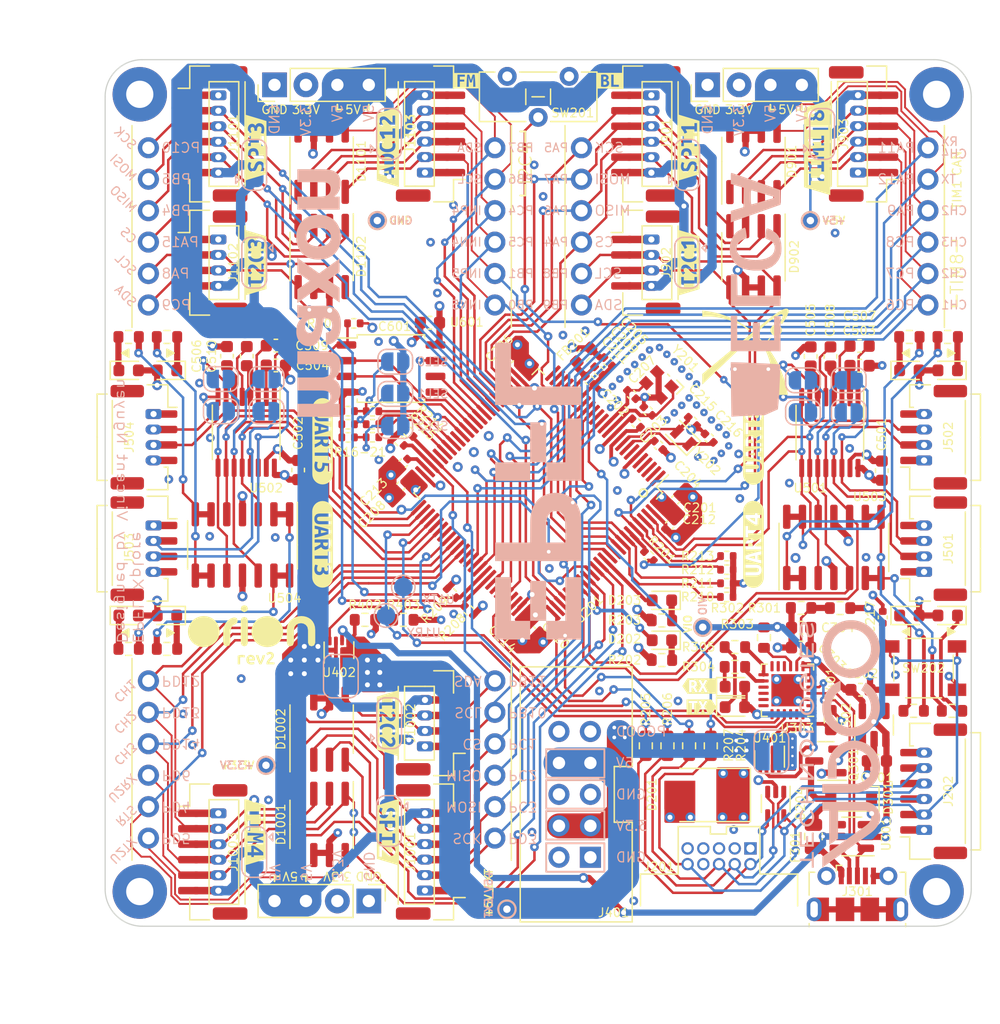
<source format=kicad_pcb>
(kicad_pcb (version 20211014) (generator pcbnew)
  (title_block (title "Orion PCB") (rev "2") (company "EPFL Xplore") (comment 2 "Author: Vincent Nguyen"))
  (layers (0 "F.Cu" signal "F.Cu (Sig)") (1 "In1.Cu" power "In1.Cu (GND)") (2 "In2.Cu" mixed "In2.Cu (PWR)") (31 "B.Cu" signal "B.Cu (Sig)") (34 "B.Paste" user) (35 "F.Paste" user) (36 "B.SilkS" user "B.Silkscreen") (37 "F.SilkS" user "F.Silkscreen") (38 "B.Mask" user) (39 "F.Mask" user) (44 "Edge.Cuts" user))
  (net 0 "")
  (net 1 "/MCU/BOOT0")
  (net 2 "GND")
  (net 3 "/MCU/SWO")
  (net 4 "/MCU/JTDO-TRACESWO")
  (net 5 "/MCU/SWCLK")
  (net 6 "/MCU/JTCK-SWCLK")
  (net 7 "/MCU/SWDIO")
  (net 8 "/MCU/JTMS-SWDIO")
  (net 9 "/MCU/nRESET")
  (net 10 "/MCU/NRST")
  (net 11 "/USB to UART Bridge/CP_VBUS")
  (net 12 "+5V_EXT")
  (net 13 "VIO")
  (net 14 "/USB to UART Bridge/RST")
  (net 15 "/USB to UART Bridge/TXT_GPIO0")
  (net 16 "/USB to UART Bridge/RXT_GPIO1")
  (net 17 "/USB to UART Bridge/D+")
  (net 20 "/USB to UART Bridge/D-")
  (net 21 "/MCU/USART1_TX")
  (net 22 "/MCU/USART1_RX")
  (net 24 "/USB to UART Bridge/VBUS_FUSE")
  (net 25 "+3.3V_EXT")
  (net 26 "+3.3V")
  (net 27 "/Node to node connectors/UART5_TX_RS232")
  (net 28 "/Node to node connectors/UART5_RX_RS232")
  (net 29 "/MCU/UART5_RX")
  (net 30 "/MCU/UART5_TX")
  (net 31 "/MCU/UART4_TX")
  (net 32 "/MCU/UART4_RX")
  (net 33 "/Node to node connectors/USART3_TX_RS232")
  (net 34 "/Node to node connectors/USART3_RX_RS232")
  (net 35 "/MCU/USART3_RX")
  (net 36 "/MCU/USART3_TX")
  (net 37 "/MCU/USART2_TX")
  (net 38 "/MCU/USART2_RX")
  (net 39 "/Flash memory/QUADSPI_BK2_NCS")
  (net 40 "/Flash memory/QUADSPI_BK2_IO1")
  (net 41 "/Flash memory/QUADSPI_BK2_IO2")
  (net 42 "/Flash memory/QUADSPI_BK2_IO0")
  (net 43 "/Flash memory/QUADSPI_CLK")
  (net 44 "/Flash memory/QUADSPI_BK2_IO3")
  (net 45 "/MCU/FDCAN1_RX")
  (net 46 "/MCU/PD10")
  (net 47 "/MCU/TIM4_CH4")
  (net 48 "/MCU/TIM4_CH3")
  (net 49 "/MCU/TIM4_CH2")
  (net 50 "/MCU/TIM4_CH1")
  (net 51 "/MCU/I2C1_SDA")
  (net 52 "/MCU/I2C1_SCL")
  (net 53 "/MCU/SPI1_CS")
  (net 54 "/MCU/SPI1_MISO")
  (net 55 "/MCU/SPI1_MOSI")
  (net 56 "/MCU/SPI1_SCK")
  (net 57 "/MCU/FDCAN1_TX")
  (net 58 "/MCU/TIM1_CH3")
  (net 59 "/MCU/TIM1_CH2")
  (net 60 "/MCU/TIM8_CH3")
  (net 61 "/MCU/TIM8_CH2")
  (net 62 "/MCU/TIM8_CH1")
  (net 63 "/MCU/I2C4_SDA")
  (net 64 "/MCU/I2C4_SCL")
  (net 65 "/MCU/SPI4_CS")
  (net 66 "/MCU/SPI4_MISO")
  (net 67 "/MCU/SPI4_MOSI")
  (net 68 "/MCU/SPI4_SCK")
  (net 69 "/MCU/PC13")
  (net 70 "/MCU/PC0")
  (net 71 "/MCU/TIM2_CH1")
  (net 72 "/Node to node connectors/U4TX_AO-")
  (net 73 "/MCU/TIM2_CH3")
  (net 74 "/MCU/TIM2_CH4")
  (net 75 "/MCU/I2C2_SDA")
  (net 76 "/MCU/I2C2_SCL")
  (net 77 "/MCU/SPI2_CS")
  (net 78 "/MCU/SPI2_MISO")
  (net 79 "/MCU/SPI2_MOSI")
  (net 80 "/MCU/SPI2_SCK")
  (net 81 "/MCU/PE2")
  (net 82 "/MCU/PE3")
  (net 83 "/MCU/ADC12_INP4")
  (net 84 "/MCU/ADC12_INN4")
  (net 85 "/MCU/ADC12_INP5")
  (net 86 "/MCU/ADC12_INN5")
  (net 87 "/MCU/I2C3_SDA")
  (net 88 "/MCU/I2C3_SCL")
  (net 89 "/MCU/SPI3_CS")
  (net 90 "/MCU/SPI3_MISO")
  (net 91 "/MCU/SPI3_MOSI")
  (net 92 "/MCU/SPI3_SCK")
  (net 93 "/MCU/PE4")
  (net 94 "/MCU/PE5")
  (net 95 "/MCU/PE6")
  (net 96 "/MCU/OSC32_IN")
  (net 97 "/MCU/OSC32_OUT")
  (net 98 "/MCU/OSC_IN")
  (net 99 "/MCU/OSC_OUT")
  (net 100 "+3.3VA")
  (net 101 "/MCU/PE15")
  (net 102 "/MCU/VCAP1")
  (net 103 "/MCU/5V_STATUS")
  (net 104 "/MCU/VCAP2")
  (net 105 "/MCU/PC12")
  (net 106 "/MCU/LED_YELLOW")
  (net 107 "/MCU/LED_GREEN")
  (net 108 "/Power connectors/PGOOD2_3V3")
  (net 109 "/MCU/UART8_RX")
  (net 122 "VBUS")
  (net 124 "+5V")
  (net 129 "/Node to node connectors/U5RX_AO-")
  (net 130 "/Node to node connectors/U5RX_LED_CAT")
  (net 131 "/Node to node connectors/U8TX_AO-")
  (net 132 "/MCU/USR_LED_Y_CAT")
  (net 133 "/Node to node connectors/U8RX_AO-")
  (net 134 "/Node to node connectors/U5TX_AO-")
  (net 135 "/Node to node connectors/U5TX_LED_CAT")
  (net 136 "/Node to node connectors/U4TX_LED_CAT")
  (net 137 "/Node to node connectors/U4RX_AO-")
  (net 138 "/MCU/USR_LED_G_CAT")
  (net 139 "/Node to node connectors/U4RX_LED_CAT")
  (net 140 "/Node to node connectors/UART4_RX_RS232")
  (net 141 "/Node to node connectors/U3RX_AO-")
  (net 142 "/Node to node connectors/U3RX_LED_CAT")
  (net 143 "/Node to node connectors/U3TX_AO-")
  (net 144 "/Node to node connectors/U3TX_LED_CAT")
  (net 145 "/USB to UART Bridge/U1TX_LED_CAT")
  (net 146 "/USB to UART Bridge/U1RX_LED_CAT")
  (net 147 "/MCU/SPDT_COMM")
  (net 148 "/MCU/UART8_TX")
  (net 149 "/Node to node connectors/U8RX_LED_CAT")
  (net 150 "/Node to node connectors/U8TX_LED_CAT")
  (net 151 "/Node to node connectors/RS232_35_C1+")
  (net 152 "/Node to node connectors/RS232_35_V+")
  (net 153 "/Node to node connectors/RS232_35_C1-")
  (net 154 "/Node to node connectors/RS232_35_C2+")
  (net 155 "/Node to node connectors/RS232_35_C2-")
  (net 156 "/Node to node connectors/RS232_35_V-")
  (net 157 "/Node to node connectors/RS232_28_C1+")
  (net 158 "/Node to node connectors/RS232_28_V+")
  (net 159 "/Node to node connectors/RS232_28_C1-")
  (net 160 "/Node to node connectors/RS232_28_C2+")
  (net 161 "/Node to node connectors/RS232_28_C2-")
  (net 162 "/Node to node connectors/RS232_28_V-")
  (net 163 "/Node to node connectors/UART8_TX_RS232")
  (net 164 "/Node to node connectors/UART8_RX_RS232")
  (net 165 "/MCU/SEL1")
  (net 166 "/MCU/SEL2")
  (net 167 "/MCU/SEL0")
  (net 168 "VBUS_REV")
  (net 170 "/Node to hats connections/Hat connector circuit3/3V3_5V_GPIO")
  (net 171 "/Node to hats connections/Hat connector circuit1/3V3_5V_I2C")
  (net 172 "/Node to hats connections/Hat connector circuit1/3V3_5V_GPIO")
  (net 173 "/Node to hats connections/Hat connector circuit1/3V3_5V_SPI")
  (net 174 "/Node to hats connections/Hat connector circuit2/3V3_5V_SPI")
  (net 175 "/Node to hats connections/Hat connector circuit2/3V3_5V_I2C")
  (net 176 "/Node to hats connections/Hat connector circuit2/3V3_5V_GPIO")
  (net 177 "/Node to hats connections/Hat connector circuit3/3V3_5V_SPI")
  (net 178 "/Node to hats connections/Hat connector circuit3/3V3_5V_I2C")
  (net 179 "/Node to node connectors/UART4_TX_RS232")
  (net 180 "/MCU/USART2_RTS")
  (net 181 "/MCU/PA1")
  (footprint "Crystal:Crystal_SMD_2012-2Pin_2.0x1.2mm" (layer "F.Cu") (at 161.717193 95.547757 135)
    (fp_text reference "Y202")
    (fp_text value "ECS-.327-7-12-C-TR9 (32.768 KHz)")
  )
  (footprint "Capacitor_SMD:C_0603_1608Metric" (layer "F.Cu") (at 175.975 89.725)
    (fp_text reference "C503")
    (fp_text value "100nF")
  )
  (footprint "Package_SO:SOIC-14_3.9x8.7mm_P1.27mm" (layer "F.Cu") (at 173.9 104.4 90)
    (fp_text reference "U503")
    (fp_text value "LM324DR")
  )
  (footprint "0_various:SOT323-5L" (layer "F.Cu") (at 169.2 125.1 -90)
    (fp_text reference "D204")
    (fp_text value "ESDALC6V1W5")
  )
  (footprint "Capacitor_SMD:C_0402_1005Metric" (layer "F.Cu") (at 154.9 90.15 -45)
    (fp_text reference "C209")
    (fp_text value "1uF")
  )
  (footprint "Package_QFP:LQFP-100_14x14mm_P0.5mm" (layer "F.Cu") (at 150 100 -135)
    (fp_text reference "U201")
    (fp_text value "STM32H750VBT6")
  )
  (footprint "Resistor_SMD:R_0603_1608Metric" (layer "F.Cu") (at 168.25 111.6875 -90)
    (fp_text reference "R303")
    (fp_text value "1k")
  )
  (footprint "0_various:TestPoint" (layer "F.Cu") (at 172 78)
    (fp_text reference "TP701" hide)
    (fp_text value "+5V" hide)
  )
  (footprint "MountingHole:MountingHole_2.2mm_M2" (layer "F.Cu") (at 139 81.5)
    (fp_text reference "H701" hide)
    (fp_text value "MountingHole")
  )
  (footprint "MountingHole:MountingHole_2.2mm_M2_Pad" (layer "F.Cu") (at 117.8 67.8)
    (fp_text reference "H705" hide)
    (fp_text value "MountingHole")
  )
  (footprint "Package_SO:SOIC-8_3.9x4.9mm_P1.27mm" (layer "F.Cu") (at 132.5 126.774999 -90)
    (fp_text reference "D1001")
    (fp_text value "ESDA6V1U1RL")
  )
  (footprint "0_connectors:Picoblade_JST-GH-1x04_1.25mm_Horizontal" (layer "F.Cu") (at 181.9625 95.5 90)
    (fp_text reference "J502")
    (fp_text value "Conn_Picoblade_JST_UART")
  )
  (footprint "Resistor_SMD:R_0603_1608Metric" (layer "F.Cu") (at 162.2 120.425 90)
    (fp_text reference "R207")
    (fp_text value "22R")
  )
  (footprint "Package_SO:TSSOP-16_4.4x5mm_P0.65mm" (layer "F.Cu") (at 173.575 95.125 -90)
    (fp_text reference "U501")
    (fp_text value "TRSF3232EIPWR")
  )
  (footprint "Capacitor_SMD:C_0402_1005Metric" (layer "F.Cu") (at 161.1 100.55 45)
    (fp_text reference "C201")
    (fp_text value "4.7uF")
  )
  (footprint "Package_SO:TSSOP-16_4.4x5mm_P0.65mm" (layer "F.Cu") (at 126.4 95.1 -90)
    (fp_text reference "U502")
    (fp_text value "TRSF3232EIPWR")
  )
  (footprint "Resistor_SMD:R_0603_1608Metric" (layer "F.Cu") (at 120 112.6)
    (fp_text reference "R506" hide)
    (fp_text value "768R")
  )
  (footprint "LED_SMD:LED_0603_1608Metric" (layer "F.Cu") (at 116.9 90.1)
    (fp_text reference "D507" hide)
    (fp_text value "ORANGE")
  )
  (footprint "Resistor_SMD:R_0603_1608Metric" (layer "F.Cu") (at 180.35 117.6 180)
    (fp_text reference "R502" hide)
    (fp_text value "768R")
  )
  (footprint "0_various:TestPoint" (layer "F.Cu") (at 163.3 110.85 90)
    (fp_text reference "TP703" hide)
    (fp_text value "VIO" hide)
  )
  (footprint "Resistor_SMD:R_0402_1005Metric" (layer "F.Cu") (at 165.25 107.3 180)
    (fp_text reference "R211")
    (fp_text value "4k7")
  )
  (footprint "Crystal:Crystal_SMD_Abracon_ABM10-4Pin_2.5x2.0mm" (layer "F.Cu") (at 159.76 91.27 -135)
    (fp_text reference "Y201")
    (fp_text value "ECS-480-10-36-CKL-TR (48 MHz)")
  )
  (footprint "MountingHole:MountingHole_2.2mm_M2_Pad" (layer "F.Cu") (at 182.2 132.2)
    (fp_text reference "H708" hide)
    (fp_text value "MountingHole")
  )
  (footprint "Capacitor_SMD:C_0603_1608Metric" (layer "F.Cu") (at 175.975 88.125 180)
    (fp_text reference "C507")
    (fp_text value "100nF")
  )
  (footprint "Capacitor_SMD:C_0402_1005Metric" (layer "F.Cu") (at 160.625 102.6 -135)
    (fp_text reference "C212")
    (fp_text value "100nF")
  )
  (footprint "0_various:TestPoint" (layer "F.Cu") (at 147.475 133.625 135)
    (fp_text reference "TP706" hide)
    (fp_text value "+5V_EXT" hide)
  )
  (footprint "Resistor_SMD:R_0603_1608Metric" (layer "F.Cu") (at 158.7 120.425 90)
    (fp_text reference "R205")
    (fp_text value "22R")
  )
  (footprint "Capacitor_SMD:C_0603_1608Metric" (layer "F.Cu") (at 171.25 110.8875 180)
    (fp_text reference "C304")
    (fp_text value "4.7uF")
  )
  (footprint "Capacitor_SMD:C_0603_1608Metric" (layer "F.Cu") (at 128.800001 89.700001)
    (fp_text reference "C504")
    (fp_text value "100nF")
  )
  (footprint "Resistor_SMD:R_0402_1005Metric" (layer "F.Cu") (at 136.607055 93.4)
    (fp_text reference "R216" hide)
    (fp_text value "4k7")
  )
  (footprint "LED_SMD:LED_0603_1608Metric" (layer "F.Cu") (at 120 90.1 180)
    (fp_text reference "D508" hide)
    (fp_text value "ORANGE")
  )
  (footprint "Capacitor_SMD:C_0603_1608Metric" (layer "F.Cu") (at 126.450001 88.95 -90)
    (fp_text reference "C510")
    (fp_text value "100nF")
  )
  (footprint "kibuzzard-6338C367" (layer "F.Cu") (at 127.2 72.1 90)
    (fp_text reference "kibuzzard-6338C367" hide)
    (fp_text value "G***" hide)
  )
  (footprint "0_connectors:Hat_connector" (layer "F.Cu") (at 132.5 75.9275)
    (fp_text reference "J1104" hide)
    (fp_text value "Hat_connector")
  )
  (footprint "0_connectors:USB_Micro-B_Molex-105017-0001" (layer "F.Cu") (at 175.8 132.4)
    (fp_text reference "J301")
    (fp_text value "USB_B_Micro")
  )
  (footprint "kibuzzard-635F0DE6" (layer "F.Cu") (at 155.8 66.7)
    (fp_text reference "kibuzzard-635F0DE6" hide)
    (fp_text value "G***" hide)
  )
  (footprint "Resistor_SMD:R_0402_1005Metric" (layer "F.Cu") (at 139.525 95.075 -45)
    (fp_text reference "R214")
    (fp_text value "4k7")
  )
  (footprint "Resistor_SMD:R_0402_1005Metric" (layer "F.Cu") (at 134.639998 94.452182 180)
    (fp_text reference "R218" hide)
    (fp_text value "4k7")
  )
  (footprint "Capacitor_SMD:C_0402_1005Metric" (layer "F.Cu") (at 157.925 94.35 -45)
    (fp_text reference "C202")
    (fp_text value "100nF")
  )
  (footprint "Capacitor_SMD:C_0402_1005Metric" (layer "F.Cu") (at 158.875736 93.391852 135)
    (fp_text reference "C203")
    (fp_text value "10pF")
  )
  (footprint "Resistor_SMD:R_0603_1608Metric" (layer "F.Cu") (at 120 87.4)
    (fp_text reference "R508" hide)
    (fp_text value "768R")
  )
  (footprint "LED_SMD:LED_0603_1608Metric" (layer "F.Cu") (at 180 109.9)
    (fp_text reference "D502" hide)
    (fp_text value "ORANGE")
  )
  (footprint "0_connectors:PicoBlade_JST-GH-1x06_1.25mm_Vertical" (layer "F.Cu") (at 160.5 71 -90)
    (fp_text reference "J901")
    (fp_text value "Conn_Picoblade_JST_SPI")
  )
  (footprint "Package_SO:SOIC-8_3.9x4.9mm_P1.27mm" (layer "F.Cu") (at 167.4 73.225 90)
    (fp_text reference "D901")
    (fp_text value "ESDA6V1U1RL")
  )
  (footprint "Resistor_SMD:R_0603_1608Metric" (layer "F.Cu") (at 183.1 87.4)
    (fp_text reference "R503" hide)
    (fp_text value "768R")
  )
  (footprint "kibuzzard-633C934D" (layer "F.Cu") (at 126.836421 110.755892)
    (fp_text reference "kibuzzard-633C934D" hide)
    (fp_text value "G***" hide)
  )
  (footprint "Package_SO:SOIC-8_3.9x4.9mm_P1.27mm" (layer "F.Cu") (at 167.4 80.925 -90)
    (fp_text reference "D902")
    (fp_text value "ESDA6V1U1RL")
  )
  (footprint "Capacitor_SMD:C_0603_1608Metric" (layer "F.Cu") (at 173.625 88.975 -90)
    (fp_text reference "C508")
    (fp_text value "100nF")
  )
  (footprint "kibuzzard-6338C377" (layer "F.Cu") (at 137.8 72.05 90)
    (fp_text reference "kibuzzard-6338C377" hide)
    (fp_text value "G***" hide)
  )
  (footprint "Package_TO_SOT_SMD:SOT-23" (layer "F.Cu") (at 173.25 121.65 180)
    (fp_text reference "Q301")
    (fp_text value "PJA3405")
  )
  (footprint "LED_SMD:LED_0603_1608Metric" (layer "F.Cu") (at 116.9 109.9)
    (fp_text reference "D505" hide)
    (fp_text value "ORANGE")
  )
  (footprint "Capacitor_SMD:C_0402_1005Metric" (layer "F.Cu") (at 177.85 110.05 90)
    (fp_text reference "C217")
    (fp_text value "100nF")
  )
  (footprint "Package_SO:SOIC-8_5.23x5.23mm_P1.27mm" (layer "F.Cu") (at 138.1 89.95)
    (fp_text reference "U601")
    (fp_text value "W25Q128JVS")
  )
  (footprint "Diode_SMD:D_SOD-123" (layer "F.Cu") (at 175.3 124.7 180)
    (fp_text reference "D301")
    (fp_text value "SMF5.0CA-TP")
  )
  (footprint "LED_SMD:LED_0603_1608Metric" (layer "F.Cu") (at 165.9 115.65)
    (fp_text reference "D302" hide)
    (fp_text value "ORANGE")
  )
  (footprint "0_connectors:Picoblade_JST-GH-1x04_1.25mm_Horizontal" (layer "F.Cu") (at 118.1375 104.5 -90)
    (fp_text reference "J503")
    (fp_text value "Conn_Picoblade_JST_UART")
  )
  (footprint "0_connectors:Picoblade_JST-GH-1x04_1.25mm_Horizontal" (layer "F.Cu") (at 181.9625 104.5 90)
    (fp_text reference "J501")
    (fp_text value "Conn_Picoblade_JST_UART")
  )
  (footprint "Resistor_SMD:R_0402_1005Metric" (layer "F.Cu") (at 135.1 86.3 180)
    (fp_text reference "R601")
    (fp_text value "4k7")
  )
  (footprint "Inductor_SMD:L_0603_1608Metric" (layer "F.Cu") (at 153.675 88.875 45)
    (fp_text reference "FB201")
    (fp_text value "100R@100MHz")
  )
  (footprint "Capacitor_SMD:C_0402_1005Metric" (layer "F.Cu") (at 154.15 90.9 -45)
    (fp_text reference "C211")
    (fp_text value "10nF")
  )
  (footprint "0_connectors:PicoBlade_JST-GH-1x06_1.25mm_Vertical" (layer "F.Cu") (at 125.5 71 -90)
    (fp_text reference "J1101")
    (fp_text value "Conn_Picoblade_JST_SPI")
  )
  (footprint "Resistor_SMD:R_0603_1608Metric" (layer "F.Cu") (at 165.9 114.05)
    (fp_text reference "R304")
    (fp_text value "768R")
  )
  (footprint "Package_TO_SOT_SMD:SOT-23-5" (layer "F.Cu") (at 177.15 118.75 90)
    (fp_text reference "U302")
    (fp_text value "NCV8161ASN330T1G")
  )
  (footprint "Capacitor_SMD:C_0603_1608Metric" (layer "F.Cu") (at 124.85 88.95 90)
    (fp_text reference "C506")
    (fp_text value "100nF")
  )
  (footprint "Resistor_SMD:R_0402_1005Metric" (layer "F.Cu") (at 158.95 105.1 -45)
    (fp_text reference "R201")
    (fp_text value "4k7")
  )
  (footprint "Resistor_SMD:R_0603_1608Metric" (layer "F.Cu") (at 136 110.25 180)
    (fp_text reference "R402")
    (fp_text value "100k")
  )
  (footprint "Resistor_SMD:R_0402_1005Metric" (layer "F.Cu") (at 143 108.1 -45)
    (fp_text reference "R209")
    (fp_text value "4k7")
  )
  (footprint "kibuzzard-6336DEA5" (layer "F.Cu") (at 132.575 95.825 -90)
    (fp_text reference "kibuzzard-6336DEA5" hide)
    (fp_text value "G***" hide)
  )
  (footprint "0_connectors:PicoBlade_JST-GH-1x06_1.25mm_Vertical" (layer "F.Cu") (at 139.5 71 90)
    (fp_text reference "J1103")
    (fp_text value "Conn_Picoblade_JST_GPIO")
  )
  (footprint "Capacitor_SMD:C_0603_1608Metric" (layer "F.Cu") (at 176.05 115.9)
    (fp_text reference "C302")
    (fp_text value "1uF")
  )
  (footprint "Capacitor_SMD:C_0402_1005Metric" (layer "F.Cu") (at 149.460589 111.135589 -45)
    (fp_text reference "C210")
    (fp_text value "100nF")
  )
  (footprint "Package_SO:SOIC-14_3.9x8.7mm_P1.27mm" (layer "F.Cu") (at 126.1 104.2 -90)
    (fp_text reference "U504")
    (fp_text value "LM324DR")
  )
  (footprint "kibuzzard-6336DEE1" (layer "F.Cu") (at 132.575 104.15 -90)
    (fp_text reference "kibuzzard-6336DEE1" hide)
    (fp_text value "G***" hide)
  )
  (footprint "Capacitor_SMD:C_0402_1005Metric" (layer "F.Cu") (at 138.9 99.45 -135)
    (fp_text reference "C208")
    (fp_text value "100nF")
  )
  (footprint "Resistor_SMD:R_0402_1005Metric" (layer "F.Cu") (at 165.25 106.2 180)
    (fp_text reference "R212")
    (fp_text value "4k7")
  )
  (footprint "Capacitor_SMD:C_0402_1005Metric" (layer "F.Cu") (at 159.725 96.15 -45)
    (fp_text reference "C204")
    (fp_text value "100nF")
  )
  (footprint "Resistor_SMD:R_0603_1608Metric" (layer "F.Cu") (at 180 87.4 180)
    (fp_text reference "R504" hide)
    (fp_text value "768R")
  )
  (footprint "Capacitor_SMD:C_0603_1608Metric" (layer "F.Cu") (at 171.25 112.4875 180)
    (fp_text reference "C303")
    (fp_text value "100nF")
  )
  (footprint "Package_DFN_QFN:QFN-24-1EP_4x4mm_P0.5mm_EP2.6x2.6mm" (layer "F.Cu") (at 170.15 115.9375 180)
    (fp_text reference "U303")
    (fp_text value "CP2102N-A02-GQFN24")
  )
  (footprint "LED_SMD:LED_0603_1608Metric" (layer "F.Cu") (at 183.1 90.1 180)
    (fp_text reference "D503" hide)
    (fp_text value "ORANGE")
  )
  (footprint "MountingHole:MountingHole_2.2mm_M2" (layer "F.Cu") (at 126 118.5)
    (fp_text reference "H703" hide)
    (fp_text value "MountingHole")
  )
  (footprint "0_connectors:PicoBlade-JST-GH-1x04_1.25mm_Vertical" (layer "F.Cu") (at 159.15 79.525 -90)
    (fp_text reference "J902")
    (fp_text value "Conn_Picoblade_JST_I2C")
  )
  (footprint "Capacitor_SMD:C_0603_1608Metric" (layer "F.Cu") (at 172.025 88.975 90)
    (fp_text reference "C505")
    (fp_text value "100nF")
  )
  (footprint "kibuzzard-6338C3A2" (layer "F.Cu") (at 162.2 81.4 90)
    (fp_text reference "kibuzzard-6338C3A2" hide)
    (fp_text value "G***" hide)
  )
  (footprint "Capacitor_SMD:C_0603_1608Metric" (layer "F.Cu") (at 130.6 98.15 90)
    (fp_text reference "C502")
    (fp_text value "100nF")
  )
  (footprint "0_connectors:Hat_connector" (layer "F.Cu") (at 132.5 124.0725 180)
    (fp_text reference "J1004" hide)
    (fp_text value "Hat_connector")
  )
  (footprint "kibuzzard-6362E4C0" (layer "F.Cu") (at 167.4 104.15 90)
    (fp_text reference "kibuzzard-6362E4C0" hide)
    (fp_text value "G***" hide)
  )
  (footprint "Capacitor_SMD:C_0402_1005Metric" (layer "F.Cu") (at 157.550431 92.050431 -45)
    (fp_text reference "C207")
    (fp_text value "10pF")
  )
  (footprint "Resistor_SMD:R_0603_1608Metric" (layer "F.Cu") (at 116.9 87.4 180)
    (fp_text reference "R507" hide)
    (fp_text value "768R")
  )
  (footprint "Resistor_SMD:R_0402_1005Metric" (layer "F.Cu") (at 144.4 109.5 135)
    (fp_text reference "R208")
    (fp_text value "4k7")
  )
  (footprint "kibuzzard-635D9BD4" (layer "F.Cu") (at 127.2 113.35)
    (fp_text reference "kibuzzard-635D9BD4" hide)
    (fp_text value "G***" hide)
  )
  (footprint "Resistor_SMD:R_0603_1608Metric" (layer "F.Cu") (at 183.45 117.6)
    (fp_text reference "R501" hide)
    (fp_text value "768R")
  )
  (footprint "Resistor_SMD:R_0603_1608Metric" (layer "F.Cu") (at 174.4 109.3 180)
    (fp_text reference "R301")
    (fp_text value "22k1")
  )
  (footprint "0_graphic:Xplore_Logo_X_only_7mm" (layer "F.Cu") (at 166.75 88.6)
    (fp_text reference "G701" hide)
    (fp_text value "Xplore_Logo" hide)
  )
  (footprint "LED_SMD:LED_0603_1608Metric" (layer "F.Cu") (at 120 109.9 180)
    (fp_text reference "D506" hide)
    (fp_text value "ORANGE")
  )
  (footprint "0_connectors:PicoBlade_JST-GH-1x06_1.25mm_Vertical" (layer "F.Cu") (at 174.5 71 90)
    (fp_text reference "J903")
    (fp_text value "Conn_Picoblade_JST_GPIO")
  )
  (footprint "LED_SMD:LED_0603_1608Metric" (layer "F.Cu") (at 183.1 109.9 180)
    (fp_text reference "D501" hide)
    (fp_text value "ORANGE")
  )
  (footprint "Resistor_SMD:R_0603_1608Metric" (layer "F.Cu") (at 116.9 112.6 180)
    (fp_text reference "R505" hide)
    (fp_text value "768R")
  )
  (footprint "kibuzzard-6338C398" (layer "F.Cu") (at 162.2 72.1 90)
    (fp_text reference "kibuzzard-6338C398" hide)
    (fp_text value "G***" hide)
  )
  (footprint "Resistor_SMD:R_0402_1005Metric" (layer "F.Cu") (at 134.639998 95.512843 180)
    (fp_text reference "R219" hide)
    (fp_text value "4k7")
  )
  (footprint "0_connectors:Picoblade_JST-GH-1x04_1.25mm_Horizontal" (layer "F.Cu") (at 118.1375 95.5 -90)
    (fp_text reference "J504")
    (fp_text value "Conn_Picoblade_JST_UART")
  )
  (footprint "kibuzzard-6338C386" (layer "F.Cu") (at 127.2 81.4 90)
    (fp_text reference "kibuzzard-6338C386" hide)
    (fp_text value "G***" hide)
  )
  (footprint "Resistor_SMD:R_0402_1005Metric" (layer "F.Cu") (at 165.240001 108.4 180)
    (fp_text reference "R210")
    (fp_text value "4k7")
  )
  (footprint "Resistor_SMD:R_0402_1005Metric" (layer "F.Cu") (at 136.607055 95.500001)
    (fp_text reference "R221" hide)
    (fp_text value "4k7")
  )
  (footprint "Capacitor_SMD:C_0402_1005Metric" (layer "F.Cu") (at 155.65 89.4 -45)
    (fp_text reference "C205")
    (fp_text value "1uF")
  )
  (footprint "Package_SO:SOIC-8_3.9x4.9mm_P1.27mm" (layer "F.Cu") (at 132.5 119.075 90)
    (fp_text reference "D1002")
    (fp_text value "ESDA6V1U1RL")
  )
  (footprint "kibuzzard-6336CA56" (layer "F.Cu") (at 163 115.6)
    (fp_text reference "kibuzzard-6336CA56" hide)
    (fp_text value "G***" hide)
  )
  (footprint "Resistor_SMD:R_0603_1608Metric" (layer "F.Cu") (at 163.95 120.425 90)
    (fp_text reference "R204")
    (fp_text value "22R")
  )
  (footprint "MountingHole:MountingHole_2.2mm_M2_Pad" (layer "F.Cu") (at 117.8 132.2)
    (fp_text reference "H707" hide)
    (fp_text value "MountingHole")
  )
  (footprint "0_mux:TPS2116DRLR" (layer "F.Cu") (at 168.7 121.5 -90)
    (fp_text reference "U401")
    (fp_text value "TPS2116DRLR")
  )
  (footprint "kibuzzard-6338C3C8" (layer "F.Cu") (at 127.15 127.4 -90)
    (fp_text reference "kibuzzard-6338C3C8" hide)
    (fp_text value "G***" hide)
  )
  (footprint "Resistor_SMD:R_0402_1005Metric" (layer "F.Cu") (at 138.8 95.8 -45)
    (fp_text reference "R215")
    (fp_text value "4k7")
  )
  (footprint "Package_SO:SOIC-8_3.9x4.9mm_P1.27mm" (layer "F.Cu") (at 132.5 73.2 90)
    (fp_text reference "D1101")
    (fp_text value "ESDA6V1U1RL")
  )
  (footprint "LED_SMD:LED_0603_1608Metric" (layer "F.Cu") (at 160 111.9 180)
    (fp_text reference "D202")
    (fp_text value "YELLOW")
  )
  (footprint "0_connectors:PicoBlade-JST-GH-1x04_1.25mm_Vertical" (layer "F.Cu") (at 124.15 79.525 -90)
    (fp_text reference "J1102")
    (fp_text value "Conn_Picoblade_JST_I2C")
  )
  (footprint "Capacitor_SMD:C_0402_1005Metric" (layer "F.Cu") (at 162.467193 94.222757 -45)
    (fp_text reference "C215")
    (fp_text value "3.9pF")
  )
  (footprint "LED_SMD:LED_0603_1608Metric" (layer "F.Cu") (at 180 90.1)
    (fp_text reference "D504" hide)
    (fp_text value "ORANGE")
  )
  (footprint "0_connectors:3220-10-0200-00" (layer "F.Cu") (at 164.6175 129.35 -90)
    (fp_text reference "J201")
    (fp_text value "SWD_02x05_1.27mm")
  )
  (footprint "MountingHole:MountingHole_2.2mm_M2" (layer "F.Cu") (at 175.3 112.6)
    (fp_text reference "H704" hide)
    (fp_text value "MountingHole")
  )
  (footprint "Capacitor_SMD:C_0603_1608Metric" (layer "F.Cu") (at 177.375 121.65 180)
    (fp_text reference "C301")
    (fp_text value "1uF")
  )
  (footprint "Resistor_SMD:R_0603_1608Metric" (layer "F.Cu") (at 171.25 109.2875 180)
    (fp_text reference "R302")
    (fp_text value "47k5")
  )
  (footprint "LED_SMD:LED_0603_1608Metric" (layer "F.Cu") (at 165.9 117.3)
    (fp_text reference "D303" hide)
    (fp_text value "ORANGE")
  )
  (footprint "kibuzzard-635F0E53" (layer "F.Cu") (at 144.2 66.7)
    (fp_text reference "kibuzzard-635F0E53" hide)
    (fp_text value "G***" hide)
  )
  (footprint "Capacitor_SMD:C_0402_1005Metric" (layer "F.Cu") (at 147.675 110.85 -45)
    (fp_text reference "C214")
    (fp_text value "2.2uF")
  )
  (footprint "Resistor_SMD:R_0603_1608Metric" (layer "F.Cu") (at 165.9 112.45 180)
    (fp_text reference "R305")
    (fp_text value "768R")
  )
  (footprint "0_various:TestPoint" (layer "F.Cu") (at 128 122 180)
    (fp_text reference "TP702" hide)
    (fp_text value "+3.3V" hide)
  )
  (footprint "Resistor_SMD:R_0603_1608Metric" (layer "F.Cu") (at 139.1 110.25)
    (fp_text reference "R403")
    (fp_text value "10k")
  )
  (footprint "Capacitor_SMD:C_0603_1608Metric" (layer "F.Cu") (at 177.775 98.2 90)
    (fp_text reference "C501")
    (fp_text value "100nF")
  )
  (footprint "0_connectors:Hat_connector" (layer "F.Cu") (at 167.5 75.9275)
    (fp_text reference "J904" hide)
    (fp_text value "Hat_connector")
  )
  (footprint "Capacitor_SMD:C_0402_1005Metric" (layer "F.Cu") (at 163.817193 95.572757 135)
    (fp_text reference "C216")
    (fp_text value "3.9pF")
  )
  (footprint "LED_SMD:LED_0603_1608Metric" (layer "F.Cu") (at 160 108.675 180)
    (fp_text reference "D203")
    (fp_text value "GREEN")
  )
  (footprint "0_connectors:302-S101" (layer "F.Cu") (at 152.95 124.35 90)
    (fp_text reference "J401")
    (fp_text value "02x05 2.54mm boxed header")
  )
  (footprint "kibuzzard-6338C3D3" (layer "F.Cu") (at 137.8 127.4 -90)
    (fp_text reference "kibuzzard-6338C3D3" hide)
    (fp_text value "G***" hide)
  )
  (footprint "Resistor_SMD:R_0603_1608Metric" (layer "F.Cu") (at 160.45 120.425 90)
    (fp_text reference "R206")
    (fp_text value "22R")
  )
  (footprint "Fuse:Fuse_0805_2012Metric" (layer "F.Cu") (at 172.25 127.75 90)
    (fp_text reference "F301")
    (fp_text value "0805L075SLYR")
  )
  (footprint "kibuzzard-633C81E2" (layer "F.Cu") (at 172.55 72.1 90)
    (fp_text reference "kibuzzard-633C81E2" hide)
    (fp_text value "G***" hide)
  )
  (footprint "kibuzzard-6336E3ED" (layer "F.Cu") (at 167.4 95.825 90)
    (fp_text reference "kibuzzard-6336E3ED" hide)
    (fp_text value "G***" hide)
  )
  (footprint "0_connectors:PicoBlade-JST-GH-1x04_1.25mm_Vertical" (layer "F.Cu") (at 140.85 120.475 90)
    (fp_text reference "J1002")
    (fp_text value "Conn_Picoblade_JST_I2C")
  )
  (footprint "Capacitor_SMD:C_0603_1608Metric" (layer "F.Cu") (at 128.8 88.1 180)
    (fp_text reference "C509")
    (fp_text value "100nF")
  )
  (footprint "Capacitor_SMD:C_0402_1005Metric" (layer "F.Cu") (at 147.675 89.15 45)
    (fp_text reference "C206")
    (fp_text value "100nF")
  )
  (footprint "0_switch_button:CL-SB-12C-01" (layer "F.Cu") (at 150 68)
    (fp_text reference "SW201")
    (fp_text value "CL-SB-12C-02")
  )
  (footprint "MountingHole:MountingHole_2.2mm_M2" (layer "F.Cu") (at 174 81.5)
    (fp_text reference "H702" hide)
    (fp_text value "MountingHole")
  )
  (footprint "Package_TO_SOT_SMD:SOT-23-6" (layer "F.Cu") (at 175.35 127.75 180)
    (fp_text reference "U301")
    (fp_text value "SRV05-4A")
  )
  (footprint "0_various:TestPoint" (layer "F.Cu") (at 137 78)
    (fp_text reference "TP704" hide)
    (fp_text value "GND" hide)
  )
  (footprint "Diode_SMD:D_SMB" (layer "F.Cu") (at 163.6 124.4 180)
    (fp_text reference "D201")
    (fp_text value "SMBJ3V3-E3/5B")
  )
  (footprint "0_connectors:PicoBlade_JST-GH-1x06_1.25mm_Vertical" (layer "F.Cu") (at 125.5 129 -90)
    (fp_text reference "J1003")
    (fp_text value "Conn_Picoblade_JST_GPIO")
  )
  (footprint "Resistor_SMD:R_0603_1608Metric" (layer "F.Cu") (at 160 110.3)
    (fp_text reference "R203")
    (fp_text value "240R")
  )
  (footprint "Resistor_SMD:R_0603_1608Metric" (layer "F.Cu") (at 173.65 118.35 -90)
    (fp_text reference "R401")
    (fp_text value "100k")
  )
  (footprint "MountingHole:MountingHole_2.2mm_M2_Pad" (layer "F.Cu") (at 182.2 67.8)
    (fp_text reference "H706" hide)
    (fp_text value "MountingHole")
  )
  (footprint "0_connectors:PicoBlade_JST-GH-1x06_1.25mm_Vertical" (layer "F.Cu") (at 139.5 129 90)
    (fp_text reference "J1001")
    (fp_text value "Conn_Picoblade_JST_SPI")
  )
  (footprint "kibuzzard-6336CA38" (layer "F.Cu") (at 163.2 117.3)
    (fp_text reference "kibuzzard-6336CA38" hide)
    (fp_text value "G***" hide)
  )
  (footprint "Resistor_SMD:R_0402_1005Metric" (layer "F.Cu") (at 136.607056 94.45)
    (fp_text reference "R220" hide)
    (fp_text value "4k7")
  )
  (footprint "Capacitor_SMD:C_0603_1608Metric" (layer "F.Cu") (at 141.25 86.25 180)
    (fp_text reference "C601")
    (fp_text value "100nF")
  )
  (footprint "0_connectors:PicoBlade-JST-GH-1x06_1.25mm_Horizontal" (layer "F.Cu") (at 181.9625 124.1 90)
    (fp_text reference "J202")
    (fp_text value "Conn_Picoblade_JST_DEBUG")
  )
  (footprint "Resistor_SMD:R_0603_1608Metric" (layer "F.Cu") (at 160 113.5)
    (fp_text reference "R202")
    (fp_text value "768R")
  )
  (footprint "Resistor_SMD:R_0402_1005Metric" (layer "F.Cu") (at 134.64 93.391523 180)
    (fp_text reference "R217" hide)
    (fp_text value "4k7")
  )
  (footprint "Package_SO:SOIC-8_3.9x4.9mm_P1.27mm" (layer "F.Cu") (at 132.5 80.9 -90)
    (fp_text reference "D1102")
    (fp_text value "ESDA6V1U1RL")
  )
  (footprint "0_switch_button:MJTP1140ATR" (layer "F.Cu") (at 181.15 114.15)
    (fp_text reference "SW202")
    (fp_text value "MJTP1140ATR")
  )
  (footprint "kibuzzard-6338C3BF" (layer "F.Cu") (at 137.8 118.6 -90)
    (fp_text reference "kibuzzard-6338C3BF" hide)
    (fp_text value "G***" hide)
  )
  (footprint "Resistor_SMD:R_0402_1005Metric" (layer "F.Cu") (at 165.25 105.1 180)
    (fp_text reference "R213")
    (fp_text value "4k7")
  )
  (footprint "Capacitor_SMD:C_0402_1005Metric" (layer "F.Cu") (at 139.1 97.6 -135)
    (fp_text reference "C213")
    (fp_text value "2.2uF")
  )
  (footprint "0_mux:TPS2116DRLR" (layer "F.Cu") (at 133.9 112.7 90)
    (fp_text reference "U402")
    (fp_text value "TPS2116DRLR")
  )
  (footprint "Jumper:SolderJumper-2_P1.3mm_Open_RoundedPad1.0x1.5mm" (layer "B.Cu") (at 128.05 90.8)
    (fp_text reference "JP505" hide)
    (fp_text value "USART3_TX_TTL")
  )
  (footprint "0_graphic:maxon_Logo_20mm" (layer "B.Cu") (at 132.25 83.85 90)
    (fp_text reference "G703" hide)
    (fp_text value "maxon_Logo" hide)
  )
  (footprint "0_graphic:ELCA_Logo_20mm" (layer "B.Cu") (at 167.5 83.85 90)
    (fp_text reference "G705" hide)
    (fp_text value "ELCA_Logo" hide)
  )
  (footprint "Jumper:SolderJumper-3_P1.3mm_Open_RoundedPad1.0x1.5mm" (layer "B.Cu") (at 162.05 73.5 90)
    (fp_text reference "JP901" hide)
    (fp_text value "JP_SPI_5V_3V3")
  )
  (footprint "TestPoint:TestPoint_Pad_D1.5mm" (layer "B.Cu") (at 139.1 107.6 180)
    (fp_text reference "TP301" hide)
    (fp_text value "U1RX")
  )
  (footprint "Jumper:SolderJumper-2_P1.3mm_Open_RoundedPad1.0x1.5mm" (layer "B.Cu") (at 175.1 93.5)
    (fp_text reference "JP502" hide)
    (fp_text value "UART4_RX_TTL")
  )
  (footprint "Jumper:SolderJumper-2_P1.3mm_Open_RoundedPad1.0x1.5mm" (layer "B.Cu") (at 138.45 89.4 180)
    (fp_text reference "SEL0")
    (fp_text value "SEL0")
  )
  (footprint "Jumper:SolderJumper-2_P1.3mm_Open_RoundedPad1.0x1.5mm" (layer "B.Cu") (at 171.4 93.5)
    (fp_text reference "JP504" hide)
    (fp_text value "UART8_RX_TTL")
  )
  (footprint "Jumper:SolderJumper-2_P1.3mm_Open_RoundedPad1.0x1.5mm" (layer "B.Cu") (at 175.1 90.9)
    (fp_text reference "JP501" hide)
    (fp_text value "UART4_TX_TTL")
  )
  (footprint "0_various:Jumper_wide" (layer "B.Cu") (at 168.85 120.9)
    (fp_text reference "JP401" hide)
    (fp_text value "BYPASS_3V3")
  )
  (footprint "Jumper:SolderJumper-3_P1.3mm_Open_RoundedPad1.0x1.5mm" (layer "B.Cu") (at 137.9425 71 90)
    (fp_text reference "JP1103" hide)
    (fp_text value "JP_GPIO_5V_3V3")
  )
  (footprint "Jumper:SolderJumper-3_P1.3mm_Open_RoundedPad1.0x1.5mm" (layer "B.Cu") (at 137.95 126.5 -90)
    (fp_text reference "JP1001" hide)
    (fp_text value "JP_SPI_5V_3V3")
  )
  (footprint "Jumper:SolderJumper-2_P1.3mm_Open_RoundedPad1.0x1.5mm" (layer "B.Cu") (at 124.35 93.4 180)
    (fp_text reference "JP508" hide)
    (fp_text value "UART5_RX_TTL")
  )
  (footprint "Jumper:SolderJumper-2_P1.3mm_Open_RoundedPad1.0x1.5mm" (layer "B.Cu") (at 124.35 90.8 180)
    (fp_text reference "JP507" hide)
    (fp_text value "UART5_TX_TTL")
  )
  (footprint "Jumper:SolderJumper-2_P1.3mm_Open_RoundedPad1.0x1.5mm" (layer "B.Cu") (at 171.4 90.9 180)
    (fp_text reference "JP503" hide)
    (fp_text value "UART8_TX_TTL")
  )
  (footprint "Jumper:SolderJumper-3_P1.3mm_Open_RoundedPad1.0x1.5mm" (layer "B.Cu") (at 172.95 71 90)
    (fp_text reference "JP903" hide)
    (fp_text value "JP_GPIO_5V_3V3")
  )
  (footprint "Jumper:SolderJumper-3_P1.3mm_Open_RoundedPad1.0x1.5mm" (layer "B.Cu") (at 127.05 129 -90)
    (fp_text reference "JP1003" hide)
    (fp_text value "JP_GPIO_5V_3V3")
  )
  (footprint "Jumper:SolderJumper-2_P1.3mm_Open_RoundedPad1.0x1.5mm" (layer "B.Cu") (at 128.05 93.4)
    (fp_text reference "JP506" hide)
    (fp_text value "USART3_RX_TTL")
  )
  (footprint "0_graphic:EPFL_Logo_30mm" (layer "B.Cu") (at 150 99.85 90)
    (fp_text reference "G702" hide)
    (fp_text value "EPFL_Logo" hide)
  )
  (footprint "Jumper:SolderJumper-3_P1.3mm_Open_RoundedPad1.0x1.5mm" (layer "B.Cu") (at 137.9575 118.6 90)
    (fp_text reference "JP1002" hide)
    (fp_text value "JP_I2C_5V_3V3")
  )
  (footprint "Jumper:SolderJumper-2_P1.3mm_Open_RoundedPad1.0x1.5mm" (layer "B.Cu") (at 138.45 94.6 180)
    (fp_text reference "SEL2")
    (fp_text value "SEL2")
  )
  (footprint "TestPoint:TestPoint_Pad_D1.5mm" (layer "B.Cu") (at 137.7 109.9 180)
    (fp_text reference "TP302" hide)
    (fp_text value "U1TX")
  )
  (footprint "Jumper:SolderJumper-3_P1.3mm_Open_RoundedPad1.0x1.5mm" (layer "B.Cu") (at 127.05 81.4 -90)
    (fp_text reference "JP1102" hide)
    (fp_text value "JP_I2C_5V_3V3")
  )
  (footprint "Jumper:SolderJumper-3_P1.3mm_Open_RoundedPad1.0x1.5mm" (layer "B.Cu") (at 162.0425 81.4 -90)
    (fp_text reference "JP902" hide)
    (fp_text value "JP_I2C_5V_3V3")
  )
  (footprint "Jumper:SolderJumper-2_P1.3mm_Open_RoundedPad1.0x1.5mm" (layer "B.Cu") (at 138.45 92 180)
    (fp_text reference "SEL1")
    (fp_text value "SEL1")
  )
  (footprint "0_graphic:APCO_Logo_20mm" (layer "B.Cu") (at 173.91416 120.272011 90)
    (fp_text reference "G704" hide)
    (fp_text value "APCO_Logo" hide)
  )
  (footprint "Jumper:SolderJumper-3_P1.3mm_Open_RoundedPad1.0x1.5mm" (layer "B.Cu") (at 127.05 73.5 90)
    (fp_text reference "JP1101" hide)
    (fp_text value "JP_SPI_5V_3V3")
  )
  (footprint "0_various:Jumper_wide" (layer "B.Cu") (at 134.05 114.8 180)
    (fp_text reference "JP402" hide)
    (fp_text value "BYPASS_5V")
  )
  (gr_rect (start 150.65 123.2) (end 155.35 125.5) (layer "B.SilkS") (width 0.15) (fill none))
  (gr_rect (start 150.65 125.7) (end 155.35 128) (layer "B.SilkS") (width 0.15) (fill none))
  (gr_rect (start 150.65 128.3) (end 155.35 130.6) (layer "B.SilkS") (width 0.15) (fill none))
  (gr_rect (start 150.65 120.7) (end 155.35 123) (layer "B.SilkS") (width 0.15) (fill none))
  (gr_circle (center 128.060394 111.2) (end 128.789262 111.928869) (layer "F.SilkS") (width 0.15) (fill solid))
  (gr_line (start 130.83 130.97) (end 131.23 130.97) (layer "F.SilkS") (width 0.15))
  (gr_poly (pts (xy 120.55 111.3) (xy 119.999999 111.6) (xy 120 111)) (layer "F.SilkS") (width 0.15) (fill solid))
  (gr_line (start 171.31 68.64) (end 171.309999 69.04) (layer "F.SilkS") (width 0.15))
  (gr_line (start 128.69 131.37) (end 128.690001 130.97) (layer "F.SilkS") (width 0.15))
  (gr_poly (pts (xy 183.65 111.2) (xy 183.1 111.5) (xy 183.1 110.9)) (layer "F.SilkS") (width 0.15) (fill solid))
  (gr_circle (center 122.969225 111.2) (end 123.698093 111.928869) (layer "F.SilkS") (width 0.15) (fill solid))
  (gr_line (start 183.825 84.925) (end 183.425 84.925) (layer "F.SilkS") (width 0.15))
  (gr_line (start 136.309999 69.03) (end 135.910001 69.03) (layer "F.SilkS") (width 0.15))
  (gr_line (start 169.17 69.04) (end 168.77 69.04) (layer "F.SilkS") (width 0.15))
  (gr_poly (pts (xy 179.45 88.7) (xy 180 88.4) (xy 180 89)) (layer "F.SilkS") (width 0.15) (fill solid))
  (gr_line (start 148.55 70.8) (end 148.95 70.8) (layer "F.SilkS") (width 0.15))
  (gr_line (start 183.825 84.925) (end 183.825 84.05) (layer "F.SilkS") (width 0.15))
  (gr_line (start 148.95 70.8) (end 148.95 71.675) (layer "F.SilkS") (width 0.15))
  (gr_line (start 148.95 75.975) (end 148.95 75.1) (layer "F.SilkS") (width 0.15))
  (gr_line (start 136.31 68.63) (end 136.309999 69.03) (layer "F.SilkS") (width 0.15))
  (gr_line (start 148.95 75.975) (end 148.55 75.975) (layer "F.SilkS") (width 0.15))
  (gr_line (start 168.77 69.04) (end 168.77 68.64) (layer "F.SilkS") (width 0.15))
  (gr_line (start 183.825 79.625) (end 183.825 80.5) (layer "F.SilkS") (width 0.15))
  (gr_line (start 134.17 69.03) (end 133.77 69.03) (layer "F.SilkS") (width 0.15))
  (gr_line (start 133.77 69.03) (end 133.77 68.63) (layer "F.SilkS") (width 0.15))
  (gr_poly (pts (xy 183.65 88.7) (xy 183.1 89) (xy 183.1 88.4)) (layer "F.SilkS") (width 0.15) (fill solid))
  (gr_poly (pts (xy 116.35 88.7) (xy 116.9 88.4) (xy 116.9 89)) (layer "F.SilkS") (width 0.15) (fill solid))
  (gr_line (start 171.309999 69.04) (end 170.910001 69.04) (layer "F.SilkS") (width 0.15))
  (gr_circle (center 158.5 100) (end 158.8 100.1) (layer "F.SilkS") (width 0.15) (fill none))
  (gr_line (start 183.425 79.625) (end 183.825 79.625) (layer "F.SilkS") (width 0.15))
  (gr_line (start 128.690001 130.97) (end 129.089999 130.97) (layer "F.SilkS") (width 0.15))
  (gr_poly (pts (xy 120.55 88.7) (xy 120 88.999999) (xy 120 88.4)) (layer "F.SilkS") (width 0.15) (fill solid))
  (gr_poly (pts (xy 179.45 111.2) (xy 180 110.9) (xy 180 111.499999)) (layer "F.SilkS") (width 0.15) (fill solid))
  (gr_poly (pts (xy 116.35 111.3) (xy 116.9 111) (xy 116.9 111.6)) (layer "F.SilkS") (width 0.15) (fill solid))
  (gr_line (start 131.23 130.97) (end 131.23 131.37) (layer "F.SilkS") (width 0.15))
  (gr_line (start 115 68) (end 115 132) (layer "Edge.Cuts") (width 0.1))
  (gr_arc (start 182 65) (mid 184.12132 65.87868) (end 185 68) (layer "Edge.Cuts") (width 0.1))
  (gr_line (start 118 135) (end 182 135) (layer "Edge.Cuts") (width 0.1))
  (gr_line (start 185 132) (end 185 68) (layer "Edge.Cuts") (width 0.1))
  (gr_arc (start 115 68) (mid 115.87868 65.87868) (end 118 65) (layer "Edge.Cuts") (width 0.1))
  (gr_arc (start 118 135) (mid 115.87868 134.12132) (end 115 132) (layer "Edge.Cuts") (width 0.1))
  (gr_line (start 182 65) (end 118 65) (layer "Edge.Cuts") (width 0.1))
  (gr_arc (start 185 132) (mid 184.12132 134.12132) (end 182 135) (layer "Edge.Cuts") (width 0.1))
  (gr_text "CH4" (at 182.5 72.6175) (layer "B.SilkS") (effects (font (size 0.7 0.7) (thickness 0.1)) (justify right mirror)))
  (gr_text "U1TX" (at 140.6 108.6) (layer "B.SilkS") (effects (font (size 0.7 0.7) (thickness 0.1)) (justify right mirror)))
  (gr_text "GND" (at 156.22 129.43) (layer "B.SilkS") (effects (font (size 0.8 0.8) (thickness 0.1)) (justify right mirror)))
  (gr_text "3.3V" (at 156.22 126.89) (layer "B.SilkS") (effects (font (size 0.8 0.8) (thickness 0.1)) (justify right mirror)))
  (gr_text "EPFL Xplore\nDesigned by Vincent Nguyen" (at 117 112.25 270) (layer "B.SilkS") (effects (font (size 0.8 1) (thickness 0.1)) (justify left mirror)))
  (gr_text "GND" (at 156.22 124.35) (layer "B.SilkS") (effects (font (size 0.8 0.8) (thickness 0.1)) (justify right mirror)))
  (gr_text "PGOOD" (at 156.22 119.27) (layer "B.SilkS") (effects (font (size 0.8 0.8) (thickness 0.1)) (justify right mirror)))
  (gr_text "U1RX" (at 139.3 111.3) (layer "B.SilkS") (effects (font (size 0.7 0.7) (thickness 0.1)) (justify right mirror)))
  (gr_text "5V" (at 156.22 121.81) (layer "B.SilkS") (effects (font (size 0.8 0.8) (thickness 0.1)) (justify right mirror)))
  (gr_text "CAN" (at 183.85 73.38 90) (layer "F.SilkS") (effects (font (size 0.7 0.7) (thickness 0.1))))
  (gr_text "TIM1" (at 183.85 75.92 90) (layer "F.SilkS") (effects (font (size 0.7 0.7) (thickness 0.1))))
  (gr_text "I2C4" (at 148.975 73.425 90) (layer "F.SilkS") (effects (font (size 1 1) (thickness 0.1))))
  (gr_text "GND" (at 128.69 69.0375) (layer "F.SilkS") (effects (font (size 0.7 0.7) (thickness 0.1))))
  (gr_text "TIM8" (at 183.85 82.3 90) (layer "F.SilkS") (effects (font (size 1 1) (thickness 0.1))))
  (gr_text "R16-21" (at 135.6 96.7) (layer "F.SilkS") (effects (font (size 0.7 0.7) (thickness 0.1))))
  (segment (start 158.589376 104.417447) (end 158.589376 104.739376) (width 0.3) (layer "F.Cu") (net 1))
  (segment (start 157.548365 103.305724) (end 157.548365 103.376436) (width 0.3) (layer "F.Cu") (net 1))
  (segment (start 157.548365 103.376436) (end 158.589376 104.417447) (width 0.3) (layer "F.Cu") (net 1))
  (segment (start 134.13 92.225) (end 134.5 91.855) (width 0.5) (layer "F.Cu") (net 2))
  (segment (start 162.3 125.25) (end 161.45 124.4) (width 0.5) (layer "F.Cu") (net 2))
  (segment (start 166.765 83.4) (end 168.035 83.4) (width 0.5) (layer "F.Cu") (net 2))
  (segment (start 160.064411 96.489411) (end 160.725 97.15) (width 0.5) (layer "F.Cu") (net 2))
  (segment (start 166.765 70.75) (end 168.035 70.75) (width 0.5) (layer "F.Cu") (net 2))
  (segment (start 166.765 82.64) (end 166.125 82) (width 0.5) (layer "F.Cu") (net 2))
  (segment (start 166.765 70.75) (end 166.765 72.36) (width 0.5) (layer "F.Cu") (net 2))
  (segment (start 123.725 88.175) (end 123.675 88.125) (width 0.5) (layer "F.Cu") (net 2))
  (segment (start 158.9 110.3) (end 158 109.4) (width 0.5) (layer "F.Cu") (net 2))
  (segment (start 134.13 93.391523) (end 134.13 92.225) (width 0.5) (layer "F.Cu") (net 2))
  (segment (start 159.175 113.2) (end 159.1 113.2) (width 0.5) (layer "F.Cu") (net 2))
  (segment (start 170.475 109.7125) (end 170.45 109.6875) (width 0.5) (layer "F.Cu") (net 2))
  (segment (start 140.475 86.25) (end 140.475 87.125) (width 0.5) (layer "F.Cu") (net 2))
  (segment (start 129.875 97.375) (end 128.95 96.45) (width 0.5) (layer "F.Cu") (net 2))
  (segment (start 159.735736 92.12962) (end 159.901421 92.295305) (width 0.5) (layer "F.Cu") (net 2))
  (segment (start 128.025 97.9625) (end 128.025 97.309315) (width 0.3) (layer "F.Cu") (net 2))
  (segment (start 159.316132 101.537957) (end 160.285589 102.507414) (width 0.3) (layer "F.Cu") (net 2))
  (segment (start 135.745 91.855) (end 135.8 91.8) (width 0.5) (layer "F.Cu") (net 2))
  (segment (start 154.489411 91.239411) (end 155.989411 89.739411) (width 0.3) (layer "F.Cu") (net 2))
  (segment (start 140.475 87.125) (end 139.775 87.825) (width 0.5) (layer "F.Cu") (net 2))
  (segment (start 134.5 91.855) (end 135.745 91.855) (width 0.5) (layer "F.Cu") (net 2))
  (segment (start 124.85 88.175) (end 123.725 88.175) (width 0.5) (layer "F.Cu") (net 2))
  (segment (start 168.9 123.35) (end 167.95 123.35) (width 0.3) (layer "F.Cu") (net 2))
  (segment (start 133.135 117.215) (end 132.5 117.85) (width 0.5) (layer "F.Cu") (net 2))
  (segment (start 159.175 110) (end 158.9 110) (width 0.5) (layer "F.Cu") (net 2))
  (segment (start 177.075 97.425) (end 176.55 96.9) (width 0.5) (layer "F.Cu") (net 2))
  (segment (start 170.475 110.8875) (end 170.475 109.7125) (width 0.5) (layer "F.Cu") (net 2))
  (segment (start 176.825 115.9) (end 178.45 115.9) (width 0.5) (layer "F.Cu") (net 2))
  (segment (start 175.0705 103.578317) (end 175.0705 103.9) (width 0.5) (layer "F.Cu") (net 2))
  (segment (start 171.45 119.4) (end 171.15 119.1) (width 0.3) (layer "F.Cu") (net 2))
  (segment (start 158.536325 92.338675) (end 158.608126 92.266874) (width 0.2) (layer "F.Cu") (net 2))
  (segment (start 154.489411 91.267948) (end 154.489411 91.239411) (width 0.3) (layer "F.Cu") (net 2))
  (segment (start 176.6 121.65) (end 177.15 121.1) (width 0.5) (layer "F.Cu") (net 2))
  (segment (start 175.634315 96.9) (end 175.2 97.334315) (width 0.3) (layer "F.Cu") (net 2))
  (segment (start 131.865 70.925) (end 131.865 72.535) (width 0.5) (layer "F.Cu") (net 2))
  (segment (start 159.618579 90.244695) (end 159.735736 90.361852) (width 0.5) (layer "F.Cu") (net 2))
  (segment (start 173.9 102.407817) (end 175.0705 103.578317) (width 0.5) (layer "F.Cu") (net 2))
  (segment (start 166.765 83.4) (end 166.765 82.64) (width 0.5) (layer "F.Cu") (net 2))
  (segment (start 176.6 121.65) (end 176.6 122.8) (width 0.5) (layer "F.Cu") (net 2))
  (segment (start 129.575001 89.700001) (end 129.575001 90.450001) (width 0.5) (layer "F.Cu") (net 2))
  (segment (start 177.775 89.725) (end 177.8 89.7) (width 0.5) (layer "F.Cu") (net 2))
  (segment (start 170.9 116.6875) (end 170.15 115.9375) (width 0.2) (layer "F.Cu") (net 2))
  (segment (start 131.865 72.535) (end 131.8 72.6) (width 0.5) (layer "F.Cu") (net 2))
  (segment (start 178.075675 127.78428) (end 176.52178 127.78428) (width 0.5) (layer "F.Cu") (net 2))
  (segment (start 131.865 83.575) (end 133.135 83.575) (width 0.5) (layer "F.Cu") (net 2))
  (segment (start 178.3 130.9375) (end 177.1 130.9375) (width 0.5) (layer "F.Cu") (net 2))
  (segment (start 133.135 128.115) (end 133.8 127.45) (width 0.5) (layer "F.Cu") (net 2))
  (segment (start 183.85 115.9) (end 183.85 115.45) (width 0.3) (layer "F.Cu") (net 2))
  (segment (start 158.608126 92.266874) (end 158.608126 92.254721) (width 0.2) (layer "F.Cu") (net 2))
  (segment (start 176.825 115.9) (end 176.825 114.825) (width 0.5) (layer "F.Cu") (net 2))
  (segment (start 177.85 109.57) (end 177.85 109.05) (width 0.3) (layer "F.Cu") (net 2))
  (segment (start 129.575001 90.450001) (end 129.975 90.85) (width 0.5) (layer "F.Cu") (net 2))
  (segment (start 157.957338 94.996484) (end 158.264411 94.689411) (width 0.3) (layer "F.Cu") (net 2))
  (segment (start 171.5 88.2) (end 170.8 88.9) (width 0.5) (layer "F.Cu") (net 2))
  (segment (start 156.487705 95.633616) (end 155.900573 96.220748) (width 0.3) (layer "F.Cu") (net 2))
  (segment (start 155.900573 97.275573) (end 156.1 97.475) (width 0.3) (layer "F.Cu") (net 2))
  (segment (start 157.889842 92.389842) (end 158.485158 92.389842) (width 0.3) (layer "F.Cu") (net 2))
  (segment (start 177.775 97.425) (end 177.075 97.425) (width 0.5) (layer "F.Cu") (net 2))
  (segment (start 160.65 125.2) (end 161.45 124.4) (width 0.5) (layer "F.Cu") (net 2))
  (segment (start 133.135 85.235) (end 133.15 85.25) (width 0.5) (layer "F.Cu") (net 2))
  (segment (start 130.6 97.375) (end 129.875 97.375) (width 0.5) (layer "F.Cu") (net 2))
  (segment (start 172.025 88.2) (end 171.5 88.2) (width 0.5) (layer "F.Cu") (net 2))
  (segment (start 134.129998 95.512843) (end 134.129998 93.391525) (width 0.3) (layer "F.Cu") (net 2))
  (segment (start 170.475 112.4875) (end 170.475 110.8875) (width 0.5) (layer "F.Cu") (net 2))
  (segment (start 162.806604 94.562168) (end 163.122218 94.877782) (width 0.3) (layer "F.Cu") (net 2))
  (segment (start 133.135 113.455) (end 133.15 113.44) (width 0.3) (layer "F.Cu") (net 2))
  (segment (start 162.387168 94.877782) (end 162.372514 94.892436) (width 0.3) (layer "F.Cu") (net 2))
  (segment (start 148.462043 109.316132) (end 148.462043 109.247045) (width 0.3) (layer "F.Cu") (net 2))
  (segment (start 169.2 123.65) (end 168.9 123.35) (width 0.3) (layer "F.Cu") (net 2))
  (segment (start 169.2 124.15) (end 169.2 123.65) (width 0.3) (layer "F.Cu") (net 2))
  (segment (start 177.15 121.1) (end 177.15 119.8875) (width 0.5) (layer "F.Cu") (net 2))
  (segment (start 132.96 129.074999) (end 133.135 129.249999) (width 0.5) (layer "F.Cu") (net 2))
  (segment (start 131.865 116.6) (end 133.135 116.6) (width 0.5) (layer "F.Cu") (net 2))
  (segment (start 126.1 106.675) (end 126.1 108.35) (width 0.5) (layer "F.Cu") (net 2))
  (segment (start 153.305724 92.451635) (end 154.489411 91.267948) (width 0.3) (layer "F.Cu") (net 2))
  (segment (start 128.025 97.309315) (end 128.884315 96.45) (width 0.3) (layer "F.Cu") (net 2))
  (segment (start 174.5 118.375) (end 173.65 117.525) (width 0.3) (layer "F.Cu") (net 2))
  (segment (start 160.285589 102.507414) (end 160.285589 102.939411) (width 0.3) (layer "F.Cu") (net 2))
  (segment (start 159.901421 92.295305) (end 158.64871 92.295305) (width 0.5) (layer "F.Cu") (net 2))
  (segment (start 183.85 115.45) (end 183.2 114.8) (width 0.3) (layer "F.Cu") (net 2))
  (segment (start 166.765 72.36) (end 166.7 72.425) (width 0.5) (layer "F.Cu") (net 2))
  (segment (start 133.135 70.925) (end 131.865 70.925) (width 0.5) (layer "F.Cu") (net 2))
  (segment (start 155.900573 96.220748) (end 155.900573 97.275573) (width 0.3) (layer "F.Cu") (net 2))
  (segment (start 176.52178 127.78428) (end 176.4875 127.75) (width 0.5) (layer "F.Cu") (net 2))
  (segment (start 175.2 97.334315) (end 175.2 97.9875) (width 0.3) (layer "F.Cu") (net 2))
  (segment (start 170.3 119.1) (end 169.45 119.95) (width 0.3) (layer "F.Cu") (net 2))
  (segment (start 174.1875 122.6) (end 172.975 122.6) (width 0.5) (layer "F.Cu") (net 2))
  (segment (start 169.45 119.95) (end 169.45 120.76) (width 0.3) (layer "F.Cu") (net 2))
  (segment (start 174.5 118.4) (end 174.5 118.375) (width 0.3) (layer "F.Cu") (net 2))
  (segment (start 167.95 123.35) (end 167.8 123.2) (width 0.3) (layer "F.Cu") (net 2))
  (segment (start 136.875 111.025) (end 136.5 111.4) (width 0.5) (layer "F.Cu") (net 2))
  (segment (start 172.3 133.6375) (end 179.3 133.6375) (width 0.5) (layer "F.Cu") (net 2))
  (segment (start 172.975 122.6) (end 172.9 122.675) (width 0.5) (layer "F.Cu") (net 2))
  (segment (start 154.489411 91.239411) (end 155.2 91.95) (width 0.5) (layer "F.Cu") (net 2))
  (segment (start 173.9 101.925) (end 173.9 102.407817) (width 0.5) (layer "F.Cu") (net 2))
  (segment (start 140.683868 98.462043) (end 141.621825 99.4) (width 0.3) (layer "F.Cu") (net 2))
  (segment (start 133.135 116.6) (end 133.135 113.455) (width 0.3) (layer "F.Cu") (net 2))
  (segment (start 172.0875 116.6875) (end 170.9 116.6875) (width 0.2) (layer "F.Cu") (net 2))
  (segment (start 131.865 129.074999) (end 132.96 129.074999) (width 0.5) (layer "F.Cu") (net 2))
  (segment (start 134.129998 93.391525) (end 134.13 93.391523) (width 0.3) (layer "F.Cu") (net 2))
  (segment (start 159.735736 90.361852) (end 159.735736 92.12962) (width 0.5) (layer "F.Cu") (net 2))
  (segment (start 158.536325 93.052441) (end 158.536325 92.338675) (width 0.3) (layer "F.Cu") (net 2))
  (segment (start 177.85 109.05) (end 177.05 108.25) (width 0.3) (layer "F.Cu") (net 2))
  (segment (start 158.64871 92.295305) (end 158.608126 92.254721) (width 0.5) (layer "F.Cu") (net 2))
  (segment (start 163.122218 94.877782) (end 162.387168 94.877782) (width 0.3) (layer "F.Cu") (net 2))
  (segment (start 136.875 110.25) (end 136.875 111.025) (width 0.5) (layer "F.Cu") (net 2))
  (segment (start 176.75 89.725) (end 177.775 89.725) (width 0.5) (layer "F.Cu") (net 2))
  (segment (start 176.95 124.7) (end 176.95 125.9) (width 0.5) (layer "F.Cu") (net 2))
  (segment (start 176.825 114.825) (end 176.8 114.8) (width 0.5) (layer "F.Cu") (net 2))
  (segment (start 163.122218 94.877782) (end 163.477782 95.233346) (width 0.3) (layer "F.Cu") (net 2))
  (segment (start 156.487705 95.633616) (end 157.124837 94.996484) (width 0.3) (layer "F.Cu") (net 2))
  (segment (start 141.621825 99.4) (end 142.1 99.4) (width 0.3) (layer "F.Cu") (net 2))
  (segment (start 157.124837 94.996484) (end 157.957338 94.996484) (width 0.3) (layer "F.Cu") (net 2))
  (segment (start 128.884315 96.45) (end 128.95 96.45) (width 0.3) (layer "F.Cu") (net 2))
  (segment (start 148.462043 109.247045) (end 149.50619 108.202898) (width 0.3) (layer "F.Cu") (net 2))
  (segment (start 133.135 116.6) (end 133.135 117.215) (width 0.5) (layer "F.Cu") (net 2))
  (segment (start 170.475 112.4875) (end 169.35 112.4875) (width 0.5) (layer "F.Cu") (net 2))
  (segment (start 133.135 83.575) (end 133.135 85.235) (width 0.5) (layer "F.Cu") (net 2))
  (segment (start 159.1 113.5) (end 158.1 112.5) (width 0.5) (layer "F.Cu") (net 2))
  (segment (start 133.135 129.249999) (end 133.135 128.115) (width 0.5) (layer "F.Cu") (net 2))
  (segment (start 170.3 119.1) (end 171.15 119.1) (width 0.3) (layer "F.Cu") (net 2))
  (segment (start 176.55 96.9) (end 175.634315 96.9) (width 0.3) (layer "F.Cu") (net 2))
  (via (at 163.4 93.5) (size 0.6) (drill 0.2) (layers "F.Cu" "B.Cu") (net 2))
  (via (at 160.4 88.8) (size 0.6) (drill 0.2) (layers "F.Cu" "B.Cu") (net 2))
  (via (at 133.8 127.45) (size 0.7) (drill 0.3) (layers "F.Cu" "B.Cu") (net 2))
  (via (at 165.9 90) (size 0.7) (drill 0.3) (layers "F.Cu" "B.Cu") (net 2))
  (via (at 162.372514 94.892436) (size 0.8) (drill 0.4) (layers "F.Cu" "B.Cu") (net 2))
  (via (at 162.2 92.325) (size 0.6) (drill 0.2) (layers "F.Cu" "B.Cu") (net 2))
  (via (at 153.8 86.9) (size 0.7) (drill 0.3) (layers "F.Cu" "B.Cu") (net 2))
  (via (at 149.3 89.55) (size 0.8) (drill 0.4) (layers "F.Cu" "B.Cu") (net 2))
  (via (at 133.15 85.25) (size 0.8) (drill 0.4) (layers "F.Cu" "B.Cu") (net 2))
  (via (at 137.1 87.775) (size 0.7) (drill 0.3) (layers "F.Cu" "B.Cu") (net 2))
  (via (at 120.15 98.9) (size 0.7) (drill 0.3) (layers "F.Cu" "B.Cu") (net 2))
  (via (at 177.05 108.25) (size 0.7) (drill 0.3) (layers "F.Cu" "B.Cu") (net 2))
  (via (at 176.55 96.9) (size 0.8) (drill 0.4) (layers "F.Cu" "B.Cu") (net 2))
  (via (at 157.725 132.95) (size 0.7) (drill 0.3) (layers "F.Cu" "B.Cu") (net 2))
  (via (at 158.608126 92.254721) (size 0.7) (drill 0.3) (layers "F.Cu" "B.Cu") (net 2))
  (via (at 161.125 103.6) (size 0.8) (drill 0.4) (layers "F.Cu" "B.Cu") (net 2))
  (via (at 178.875 114.7) (size 0.7) (drill 0.3) (layers "F.Cu" "B.Cu") (net 2))
  (via (at 128.2 124.8) (size 0.7) (drill 0.3) (layers "F.Cu" "B.Cu") (net 2))
  (via (at 144.8 96.7) (size 0.8) (drill 0.4) (layers "F.Cu" "B.Cu") (net 2))
  (via (at 123.45 103.5) (size 0.7) (drill 0.3) (layers "F.Cu" "B.Cu") (net 2))
  (via (at 160.725 97.15) (size 0.8) (drill 0.4) (layers "F.Cu" "B.Cu") (net 2))
  (via (at 150.4 112.05) (size 0.8) (drill 0.4) (layers "F.Cu" "B.Cu") (net 2))
  (via (at 159 88.4495) (size 0.6) (drill 0.2) (layers "F.Cu" "B.Cu") (net 2))
  (via (at 160.65 126.2) (size 0.8) (drill 0.4) (layers "F.Cu" "B.Cu") (net 2))
  (via (at 149.50619 108.202898) (size 0.8) (drill 0.4) (layers "F.Cu" "B.Cu") (net 2))
  (via (at 149.5 127.4) (size 0.7) (drill 0.3) (layers "F.Cu" "B.Cu") (net 2))
  (via (at 155.2 91.95) (size 0.8) (drill 0.4) (layers "F.Cu" "B.Cu") (net 2))
  (via (at 141.3 79.75) (size 0.7) (drill 0.3) (layers "F.Cu" "B.Cu") (net 2))
  (via (at 165.2 95.3) (size 0.6) (drill 0.2) (layers "F.Cu" "B.Cu") (net 2))
  (via (at 176.8 114.8) (size 0.7) (drill 0.3) (layers "F.Cu" "B.Cu") (net 2))
  (via (at 156.4 99.8) (size 0.7) (drill 0.3) (layers "F.Cu" "B.Cu") (net 2))
  (via (at 158 109.4) (size 0.8) (drill 0.4) (layers "F.Cu" "B.Cu") (net 2))
  (via (at 143.175 109.775) (size 0.7) (drill 0.3) (layers "F.Cu" "B.Cu") (net 2))
  (via (at 167.8 123.2) (size 0.8) (drill 0.4) (layers "F.Cu" "B.Cu") (net 2))
  (via (at 126.1 108.35) (size 0.8) (drill 0.4) (layers "F.Cu" "B.Cu") (net 2))
  (via (at 170.8 105.25) (size 0.8) (drill 0.4) (layers "F.Cu" "B.Cu") (net 2))
  (via (at 137.95 100.4) (size 0.8) (drill 0.4) (layers "F.Cu" "B.Cu") (net 2))
  (via (at 156 91.4) (size 0.6) (drill 0.2) (layers "F.Cu" "B.Cu") (net 2))
  (via (at 150.9 106.1) (size 0.7) (drill 0.3) (layers "F.Cu" "B.Cu") (net 2))
  (via (at 131.8 72.6) (size 0.8) (drill 0.4) (layers "F.Cu" "B.Cu") (net 2))
  (via (at 161 89.4) (size 0.6) (drill 0.2) (layers "F.Cu" "B.Cu") (net 2))
  (via (at 166.3 100.45) (size 0.7) (drill 0.3) (layers "F.Cu" "B.Cu") (net 2))
  (via (at 157.2 90.2) (size 0.6) (drill 0.2) (layers "F.Cu" "B.Cu") (net 2))
  (via (at 121.3 117.85) (size 0.7) (drill 0.3) (layers "F.Cu" "B.Cu") (net 2))
  (via (at 164 94.1) (size 0.6) (drill 0.2) (layers "F.Cu" "B.Cu") (net 2))
  (via (at 149.675 73.5) (size 0.7) (drill 0.3) (layers "F.Cu" "B.Cu") (net 2))
  (via (at 176.95 125.9) (size 0.8) (drill 0.4) (layers "F.Cu" "B.Cu") (net 2))
  (via (at 162.8 91.2) (size 0.6) (drill 0.2) (layers "F.Cu" "B.Cu") (net 2))
  (via (at 122.05 120.35) (size 0.7) (drill 0.3) (layers "F.Cu" "B.Cu") (net 2))
  (via (at 165.4 96.2) (size 0.6) (drill 0.2) (layers "F.Cu" "B.Cu") (net 2))
  (via (at 159.80408 88.2495) (size 0.6) (drill 0.2) (layers "F.Cu" "B.Cu") (net 2))
  (via (at 128.95 96.45) (size 0.8) (drill 0.4) (layers "F.Cu" "B.Cu") (net 2))
  (via (at 164.8 96.8) (size 0.6) (drill 0.2) (layers "F.Cu" "B.Cu") (net 2))
  (via (at 162.3 126.2) (size 0.8) (drill 0.4) (layers "F.Cu" "B.Cu") (net 2))
  (via (at 171.025 116.8) (size 0.8) (drill 0.4) (layers "F.Cu" "B.Cu") (net 2))
  (via (at 148.725 111.9) (size 0.8) (drill 0.4) (layers "F.Cu" "B.Cu") (net 2))
  (via (at 169.275 115.05) (size 0.8) (drill 0.4) (layers "F.Cu" "B.Cu") (net 2))
  (via (at 171.025 115.05) (size 0.8) (drill 0.4) (layers "F.Cu" "B.Cu") (net 2))
  (via (at 170.3 99.2) (size 0.7) (drill 0.3) (layers "F.Cu" "B.Cu") (net 2))
  (via (at 164.6 94.7) (size 0.6) (drill 0.2) (layers "F.Cu" "B.Cu") (net 2))
  (via (at 166.125 82) (size 0.8) (drill 0.4) (layers "F.Cu" "B.Cu") (net 2))
  (via (at 152 87.25) (size 0.7) (drill 0.3) (layers "F.Cu" "B.Cu") (net 2))
  (via (at 161.3 116.8) (size 0.7) (drill 0.3) (layers "F.Cu" "B.Cu") (net 2))
  (via (at 162.9 97.1) (size 0.6) (drill 0.2) (layers "F.Cu" "B.Cu") (net 2))
  (via (at 129.975 90.85) (size 0.8) (drill 0.4) (layers "F.Cu" "B.Cu") (net 2))
  (via (at 156.6 90.8) (size 0.6) (drill 0.2) (layers "F.Cu" "B.Cu") (net 2))
  (via (at 172.9 122.675) (size 0.8) (drill 0.4) (layers "F.Cu" "B.Cu") (net 2))
  (via (at 128.75 103.6) (size 0.7) (drill 0.3) (layers "F.Cu" "B.Cu") (net 2))
  (via (at 158.1 112.5) (size 0.8) (drill 0.4) (layers "F.Cu" "B.Cu") (net 2))
  (via (at 135.8 91.8) (size 0.7) (drill 0.3) (layers "F.Cu" "B.Cu") (net 2))
  (via (at 160.4 94.1) (size 0.6) (drill 0.2) (layers "F.Cu" "B.Cu") (net 2))
  (via (at 157.8 89.625) (size 0.6) (drill 0.2) (layers "F.Cu" "B.Cu") (net 2))
  (via (at 138.1 98.55) (size 0.8) (drill 0.4) (layers "F.Cu" "B.Cu") (net 2))
  (via (at 178.075675 127.78428) (size 0.7) (drill 0.3) (layers "F.Cu" "B.Cu") (net 2))
  (via (at 126 115) (size 0.7) (drill 0.3) (layers "F.Cu" "B.Cu") (net 2))
  (via (at 162.5 100.325) (size 0.8) (drill 0.4) (layers "F.Cu" "B.Cu") (net 2))
  (via (at 164.202725 97.375411) (size 0.6) (drill 0.2) (layers "F.Cu" "B.Cu") (net 2))
  (via (at 175.0705 103.9) (size 0.8) (drill 0.4) (layers "F.Cu" "B.Cu") (net 2))
  (via (at 161 93.525) (size 0.6) (drill 0.2) (layers "F.Cu" "B.Cu") (net 2))
  (via (at 123.5 95.55) (size 0.7) (drill 0.3) (layers "F.Cu" "B.Cu") (net 2))
  (via (at 166.2 96.85) (size 0.7) (drill 0.3) (layers "F.Cu" "B.Cu") (net 2))
  (via (at 171.45 119.4) (size 0.8) (drill 0.4) (layers "F.Cu" "B.Cu") (net 2))
  (via (at 122.625 91.125) (size 0.7) (drill 0.3) (layers "F.Cu" "B.Cu") (net 2))
  (via (at 176.6 122.8) (size 0.8) (drill 0.4) (layers "F.Cu" "B.Cu") (net 2))
  (via (at 136.5 111.4) (size 0.7) (drill 0.3) (layers "F.Cu" "B.Cu") (net 2))
  (via (at 174.5 118.4) (size 0.7) (drill 0.3) (layers "F.Cu" "B.Cu") (net 2))
  (via (at 168.6 90) (size 0.7) (drill 0.3) (layers "F.Cu" "B.Cu") (net 2))
  (via (at 148.325 88.025) (size 0.8) (drill 0.4) (layers "F.Cu" "B.Cu") (net 2))
  (via (at 143.5 97.9) (size 0.8) (drill 0.4) (layers "F.Cu" "B.Cu") (net 2))
  (via (at 161.6 90) (size 0.6) (drill 0.2) (layers "F.Cu" "B.Cu") (net 2))
  (via (at 175.175 96.4) (size 0.7) (drill 0.3) (layers "F.Cu" "B.Cu") (net 2))
  (via (at 162.2 90.6) (size 0.6) (drill 0.2) (layers "F.Cu" "B.Cu") (net 2))
  (via (at 156.4 92.5) (size 0.6) (drill 0.2) (layers "F.Cu" "B.Cu") (net 2))
  (via (at 146 95.4) (size 0.8) (drill 0.4) (layers "F.Cu" "B.Cu") (net 2))
  (via (at 142.1 99.4) (size 0.8) (drill 0.4) (layers "F.Cu" "B.Cu") (net 2))
  (via (at 169.275 116.8) (size 0.8) (drill 0.4) (layers "F.Cu" "B.Cu") (net 2))
  (via (at 161.6 92.925) (size 0.6) (drill 0.2) (layers "F.Cu" "B.Cu") (net 2))
  (via (at 143.15 76.75) (size 0.7) (drill 0.3) (layers "F.Cu" "B.Cu") (net 2))
  (via (at 165.8 127.2) (size 0.7) (drill 0.3) (layers "F.Cu" "B.Cu") (net 2))
  (via (at 183.2 114.8) (size 0.7) (drill 0.3) (layers "F.Cu" "B.Cu") (net 2))
  (via (at 158.4 89.025) (size 0.6) (drill 0.2) (layers "F.Cu" "B.Cu") (net 2))
  (via (at 132.5 117.85) (size 0.8) (drill 0.4) (layers "F.Cu" "B.Cu") (net 2))
  (via (at 154.95 116) (size 0.7) (drill 0.3) (layers "F.Cu" "B.Cu") (net 2))
  (via (at 174 79) (size 0.7) (drill 0.3) (layers "F.Cu" "B.Cu") (net 2))
  (via (at 162.8 92.9) (size 0.6) (drill 0.2) (layers "F.Cu" "B.Cu") (net 2))
  (via (at 150.4 76.05) (size 0.7) (drill 0.3) (layers "F.Cu" "B.Cu") (net 2))
  (via (at 155.85 93.1) (size 0.6) (drill 0.2) (layers "F.Cu" "B.Cu") (net 2))
  (via (at 123.675 88.125) (size 0.8) (drill 0.4) (layers "F.Cu" "B.Cu") (net 2))
  (via (at 170.8 88.9) (size 0.7) (drill 0.3) (layers "F.Cu" "B.Cu") (net 2))
  (via (at 169.35 112.4875) (size 0.8) (drill 0.4) (layers "F.Cu" "B.Cu") (net 2))
  (via (at 156.1 97.475) (size 0.8) (drill 0.4) (layers "F.Cu" "B.Cu") (net 2))
  (via (at 176.5 105.2) (size 0.7) (drill 0.3) (layers "F.Cu" "B.Cu") (net 2))
  (via (at 177.8 89.7) (size 0.7) (drill 0.3) (layers "F.Cu" "B.Cu") (net 2))
  (via (at 141.85 83.85) (size 0.7) (drill 0.3) (layers "F.Cu" "B.Cu") (net 2))
  (via (at 137.125 97.325) (size 0.7) (drill 0.3) (layers "F.Cu" "B.Cu") (net 2))
  (via (at 139.775 87.825) (size 0.8) (drill 0.4) (layers "F.Cu" "B.Cu") (net 2))
  (via (at 166.7 72.425) (size 0.8) (drill 0.4) (layers "F.Cu" "B.Cu") (net 2))
  (segment (start 169.4 126.825) (end 169.9 127.325) (width 0.2) (layer "F.Cu") (net 3))
  (segment (start 161.45 131.15) (end 159.25 128.95) (width 0.2) (layer "F.Cu") (net 3))
  (segment (start 159.25 122.9) (end 159.95 122.2) (width 0.2) (layer "F.Cu") (net 3))
  (segment (start 163.4525 131.15) (end 161.45 131.15) (width 0.2) (layer "F.Cu") (net 3))
  (segment (start 169.4 125.1) (end 169.85 124.65) (width 0.2) (layer "F.Cu") (net 3))
  (segment (start 164.6175 129.985) (end 163.4525 131.15) (width 0.2) (layer "F.Cu") (net 3))
  (segment (start 159.25 128.95) (end 159.25 122.9) (width 0.2) (layer "F.Cu") (net 3))
  (segment (start 169.85 124.65) (end 169.85 124.15) (width 0.2) (layer "F.Cu") (net 3))
  (segment (start 169.4 125.1) (end 169.4 126.825) (width 0.2) (layer "F.Cu") (net 3))
  (segment (start 159.95 122.2) (end 161.45 122.2) (width 0.2) (layer "F.Cu") (net 3))
  (segment (start 162.2 121.45) (end 162.2 121.25) (width 0.2) (layer "F.Cu") (net 3))
  (segment (start 161.45 122.2) (end 162.2 121.45) (width 0.2) (layer "F.Cu") (net 3))
  (via (at 169.9 127.325) (size 0.7) (drill 0.3) (layers "F.Cu" "B.Cu") (net 3))
  (segment (start 169.9 127.325) (end 169.9 129.3) (width 0.2) (layer "B.Cu") (net 3))
  (segment (start 166.2325 131.6) (end 164.6175 129.985) (width 0.2) (layer "B.Cu") (net 3))
  (segment (start 169.9 129.3) (end 167.6 131.6) (width 0.2) (layer "B.Cu") (net 3))
  (segment (start 169.9 127.2) (end 172.375 124.725) (width 0.2) (layer "B.Cu") (net 3))
  (segment (start 169.9 127.325) (end 169.9 127.2) (width 0.2) (layer "B.Cu") (net 3))
  (segment (start 167.6 131.6) (end 166.2325 131.6) (width 0.2) (layer "B.Cu") (net 3))
  (segment (start 172.375 124.725) (end 181.2875 124.725) (width 0.2) (layer "B.Cu") (net 3))
  (segment (start 152.175 111.525) (end 152.175 115.7) (width 0.2) (layer "F.Cu") (net 4))
  (segment (start 153.43864 104.53636) (end 153.26364 104.53636) (width 0.2) (layer "F.Cu") (net 4))
  (segment (start 153.26364 104.53636) (end 152.05 105.75) (width 0.2) (layer "F.Cu") (net 4))
  (segment (start 155.780598 105.073491) (end 155.243467 104.53636) (width 0.2) (layer "F.Cu") (net 4))
  (segment (start 152.175 115.7) (end 152.85 116.375) (width 0.2) (layer "F.Cu") (net 4))
  (segment (start 152.85 116.375) (end 153.6 116.375) (width 0.2) (layer "F.Cu") (net 4))
  (segment (start 162.2 119.6) (end 162.2 118.65) (width 0.2) (layer "F.Cu") (net 4))
  (segment (start 153.6 116.375) (end 155.1 114.875) (width 0.2) (layer "F.Cu") (net 4))
  (segment (start 155.243467 104.53636) (end 153.43864 104.53636) (width 0.2) (layer "F.Cu") (net 4))
  (via (at 162.2 118.65) (size 0.7) (drill 0.3) (layers "F.Cu" "B.Cu") (net 4))
  (via (at 152.175 111.525) (size 0.7) (drill 0.3) (layers "F.Cu" "B.Cu") (net 4))
  (via (at 155.1 114.875) (size 0.7) (drill 0.3) (layers "F.Cu" "B.Cu") (net 4))
  (via (at 152.05 105.75) (size 0.7) (drill 0.3) (layers "F.Cu" "B.Cu") (net 4))
  (segment (start 152.375 111.325) (end 152.175 111.525) (width 0.2) (layer "B.Cu") (net 4))
  (segment (start 152.05 105.75) (end 152.375 106.075) (width 0.2) (layer "B.Cu") (net 4))
  (segment (start 152.375 106.075) (end 152.375 111.325) (width 0.2) (layer "B.Cu") (net 4))
  (segment (start 161.475 118.65) (end 157.7 114.875) (width 0.2) (layer "B.Cu") (net 4))
  (segment (start 162.2 118.65) (end 161.475 118.65) (width 0.2) (layer "B.Cu") (net 4))
  (segment (start 157.7 114.875) (end 155.1 114.875) (width 0.2) (layer "B.Cu") (net 4))
  (segment (start 161.15 131.7) (end 158.65 129.2) (width 0.2) (layer "F.Cu") (net 5))
  (segment (start 168.55 124.65) (end 168.55 124.15) (width 0.2) (layer "F.Cu") (net 5))
  (segment (start 158.65 122.7) (end 160.1 121.25) (width 0.2) (layer "F.Cu") (net 5))
  (segment (start 158.65 129.2) (end 158.65 122.7) (width 0.2) (layer "F.Cu") (net 5))
  (segment (start 169 125.1) (end 168.55 124.65) (width 0.2) (layer "F.Cu") (net 5))
  (segment (start 165.8875 129.985) (end 164.1725 131.7) (width 0.2) (layer "F.Cu") (net 5))
  (segment (start 169 125.1) (end 169 128.875) (width 0.2) (layer "F.Cu") (net 5))
  (segment (start 164.1725 131.7) (end 161.15 131.7) (width 0.2) (layer "F.Cu") (net 5))
  (segment (start 160.1 121.25) (end 160.45 121.25) (width 0.2) (layer "F.Cu") (net 5))
  (via (at 169 128.875) (size 0.7) (drill 0.3) (layers "F.Cu" "B.Cu") (net 5))
  (segment (start 167.35 131.05) (end 166.675 131.05) (width 0.2) (layer "B.Cu") (net 5))
  (segment (start 169 127.2) (end 172 124.2) (width 0.2) (layer "B.Cu") (net 5))
  (segment (start 166.675 131.05) (end 165.8875 130.2625) (width 0.2) (layer "B.Cu") (net 5))
  (segment (start 165.8875 130.2625) (end 165.8875 129.985) (width 0.2) (layer "B.Cu") (net 5))
  (segment (start 180 124.2) (end 180.725 123.475) (width 0.2) (layer "B.Cu") (net 5))
  (segment (start 169 128.875) (end 169 129.4) (width 0.2) (layer "B.Cu") (net 5))
  (segment (start 180.725 123.475) (end 181.2875 123.475) (width 0.2) (layer "B.Cu") (net 5))
  (segment (start 172 124.2) (end 180 124.2) (width 0.2) (layer "B.Cu") (net 5))
  (segment (start 169 128.875) (end 169 127.2) (width 0.2) (layer "B.Cu") (net 5))
  (segment (start 169 129.4) (end 167.35 131.05) (width 0.2) (layer "B.Cu") (net 5))
  (segment (start 160.45 119.6) (end 160.45 118.65) (width 0.2) (layer "F.Cu") (net 6))
  (segment (start 151.475 115.8) (end 152.475 116.8) (width 0.2) (layer "F.Cu") (net 6))
  (segment (start 151.475 109.960281) (end 151.475 115.8) (width 0.2) (layer "F.Cu") (net 6))
  (segment (start 151.184404 109.669685) (end 151.475 109.960281) (width 0.2) (layer "F.Cu") (net 6))
  (segment (start 155.175 116.8) (end 156.1 115.875) (width 0.2) (layer "F.Cu") (net 6))
  (segment (start 152.475 116.8) (end 155.175 116.8) (width 0.2) (layer "F.Cu") (net 6))
  (via (at 156.1 115.875) (size 0.7) (drill 0.3) (layers "F.Cu" "B.Cu") (net 6))
  (via (at 160.45 118.65) (size 0.7) (drill 0.3) (layers "F.Cu" "B.Cu") (net 6))
  (segment (start 157.675 115.875) (end 156.1 115.875) (width 0.2) (layer "B.Cu") (net 6))
  (segment (start 160.45 118.65) (end 157.675 115.875) (width 0.2) (layer "B.Cu") (net 6))
  (segment (start 164.8425 132.3) (end 160.9 132.3) (width 0.2) (layer "F.Cu") (net 7))
  (segment (start 164.8425 132.3) (end 167.1575 129.985) (width 0.2) (layer "F.Cu") (net 7))
  (segment (start 168.55 126.875) (end 168.1 127.325) (width 0.2) (layer "F.Cu") (net 7))
  (segment (start 168.55 126.05) (end 168.55 126.875) (width 0.2) (layer "F.Cu") (net 7))
  (segment (start 158.1 121.85) (end 158.7 121.25) (width 0.2) (layer "F.Cu") (net 7))
  (segment (start 160.9 132.3) (end 158.1 129.5) (width 0.2) (layer "F.Cu") (net 7))
  (segment (start 158.1 129.5) (end 158.1 121.85) (width 0.2) (layer "F.Cu") (net 7))
  (via (at 168.1 127.325) (size 0.7) (drill 0.3) (layers "F.Cu" "B.Cu") (net 7))
  (segment (start 179.3 123.7) (end 180.775 122.225) (width 0.2) (layer "B.Cu") (net 7))
  (segment (start 168.1 127.325) (end 168.1 126.975) (width 0.2) (layer "B.Cu") (net 7))
  (segment (start 167.1575 129.985) (end 167.515 129.985) (width 0.2) (layer "B.Cu") (net 7))
  (segment (start 167.515 129.985) (end 168.1 129.4) (width 0.2) (layer "B.Cu") (net 7))
  (segment (start 180.775 122.225) (end 181.2875 122.225) (width 0.2) (layer "B.Cu") (net 7))
  (segment (start 168.1 129.4) (end 168.1 127.325) (width 0.2) (layer "B.Cu") (net 7))
  (segment (start 171.375 123.7) (end 179.3 123.7) (width 0.2) (layer "B.Cu") (net 7))
  (segment (start 168.1 126.975) (end 171.375 123.7) (width 0.2) (layer "B.Cu") (net 7))
  (segment (start 156.775 117.2) (end 157.1 116.875) (width 0.2) (layer "F.Cu") (net 8))
  (segment (start 158.7 119.6) (end 158.7 118.65) (width 0.2) (layer "F.Cu") (net 8))
  (segment (start 152.075 117.2) (end 156.775 117.2) (width 0.2) (layer "F.Cu") (net 8))
  (segment (start 146.375 111.5) (end 152.075 117.2) (width 0.2) (layer "F.Cu") (net 8))
  (segment (start 146.375 109.988961) (end 146.375 111.5) (width 0.2) (layer "F.Cu") (net 8))
  (segment (start 147.754936 108.609025) (end 146.375 109.988961) (width 0.2) (layer "F.Cu") (net 8))
  (via (at 158.7 118.65) (size 0.7) (drill 0.3) (layers "F.Cu" "B.Cu") (net 8))
  (via (at 157.1 116.875) (size 0.7) (drill 0.3) (layers "F.Cu" "B.Cu") (net 8))
  (segment (start 158.7 117.825) (end 157.75 116.875) (width 0.2) (layer "B.Cu") (net 8))
  (segment (start 157.75 116.875) (end 157.1 116.875) (width 0.2) (layer "B.Cu") (net 8))
  (segment (start 158.7 118.65) (end 158.7 117.825) (width 0.2) (layer "B.Cu") (net 8))
  (segment (start 170.8 127) (end 169.85 126.05) (width 0.2) (layer "F.Cu") (net 9))
  (segment (start 177.85 110.53) (end 177.85 111.8) (width 0.3) (layer "F.Cu") (net 9))
  (segment (start 160.25 122.7) (end 162.5 122.7) (width 0.2) (layer "F.Cu") (net 9))
  (segment (start 161.135 129.985) (end 159.8 128.65) (width 0.2) (layer "F.Cu") (net 9))
  (segment (start 159.8 128.65) (end 159.8 123.15) (width 0.2) (layer "F.Cu") (net 9))
  (segment (start 162.5 122.7) (end 163.95 121.25) (width 0.2) (layer "F.Cu") (net 9))
  (segment (start 170.8 128.875) (end 170.8 127) (width 0.2) (layer "F.Cu") (net 9))
  (segment (start 162.0775 129.985) (end 161.135 129.985) (width 0.2) (layer "F.Cu") (net 9))
  (segment (start 178.45 112.4) (end 178.45 113.15) (width 0.2) (layer "F.Cu") (net 9))
  (segment (start 178.45 113.15) (end 178.85 113.55) (width 0.2) (layer "F.Cu") (net 9))
  (segment (start 177.85 111.8) (end 178.45 112.4) (width 0.3) (layer "F.Cu") (net 9))
  (segment (start 159.8 123.15) (end 160.25 122.7) (width 0.2) (layer "F.Cu") (net 9))
  (segment (start 183.85 113.55) (end 183.85 112.4) (width 0.2) (layer "F.Cu") (net 9))
  (via (at 183.85 113.55) (size 0.7) (drill 0.3) (layers "F.Cu" "B.Cu") (net 9))
  (via (at 170.8 128.875) (size 0.7) (drill 0.3) (layers "F.Cu" "B.Cu") (net 9))
  (via (at 178.85 113.55) (size 0.7) (drill 0.3) (layers "F.Cu" "B.Cu") (net 9))
  (segment (start 180.775 125.975) (end 181.2875 125.975) (width 0.2) (layer "B.Cu") (net 9))
  (segment (start 172.8 125.2) (end 180 125.2) (width 0.2) (layer "B.Cu") (net 9))
  (segment (start 183.85 123.4125) (end 183.85 113.55) (width 0.2) (layer "B.Cu") (net 9))
  (segment (start 178.85 113.55) (end 183.85 113.55) (width 0.2) (layer "B.Cu") (net 9))
  (segment (start 164.2175 132.125) (end 162.0775 129.985) (width 0.2) (layer "B.Cu") (net 9))
  (segment (start 181.2875 125.975) (end 183.85 123.4125) (width 0.2) (layer "B.Cu") (net 9))
  (segment (start 167.975 132.125) (end 164.2175 132.125) (width 0.2) (layer "B.Cu") (net 9))
  (segment (start 170.8 127.2) (end 172.8 125.2) (width 0.2) (layer "B.Cu") (net 9))
  (segment (start 170.8 128.875) (end 170.8 129.3) (width 0.2) (layer "B.Cu") (net 9))
  (segment (start 170.8 129.3) (end 167.975 132.125) (width 0.2) (layer "B.Cu") (net 9))
  (segment (start 180 125.2) (end 180.775 125.975) (width 0.2) (layer "B.Cu") (net 9))
  (segment (start 170.8 128.875) (end 170.8 127.2) (width 0.2) (layer "B.Cu") (net 9))
  (segment (start 155.073491 94.219402) (end 154.1 95.192893) (width 0.2) (layer "F.Cu") (net 10))
  (segment (start 154.1 95.192893) (end 154.1 97.475) (width 0.2) (layer "F.Cu") (net 10))
  (segment (start 154.1 97.475) (end 155.1 98.475) (width 0.2) (layer "F.Cu") (net 10))
  (segment (start 163.95 119.6) (end 163.95 118.65) (width 0.2) (layer "F.Cu") (net 10))
  (via (at 163.95 118.65) (size 0.7) (drill 0.3) (layers "F.Cu" "B.Cu") (net 10))
  (via (at 155.1 98.475) (size 0.7) (drill 0.3) (layers "F.Cu" "B.Cu") (net 10))
  (segment (start 155.1 98.475) (end 155.575 98.95) (width 0.2) (layer "B.Cu") (net 10))
  (segment (start 157.6 107.05) (end 163.95 113.4) (width 0.2) (layer "B.Cu") (net 10))
  (segment (start 155.575 98.95) (end 155.575 104.075) (width 0.2) (layer "B.Cu") (net 10))
  (segment (start 157.6 106.1) (end 157.6 107.05) (width 0.2) (layer "B.Cu") (net 10))
  (segment (start 163.95 113.4) (end 163.95 118.65) (width 0.2) (layer "B.Cu") (net 10))
  (segment (start 155.575 104.075) (end 157.6 106.1) (width 0.2) (layer "B.Cu") (net 10))
  (segment (start 171.25 113.224848) (end 171.25 110.1125) (width 0.2) (layer "F.Cu") (net 11))
  (segment (start 173.5625 109.2875) (end 173.575 109.3) (width 0.5) (layer "F.Cu") (net 11))
  (segment (start 170.9 114) (end 170.9 113.574848) (width 0.2) (layer "F.Cu") (net 11))
  (segment (start 172.075 109.2875) (end 173.5625 109.2875) (width 0.5) (layer "F.Cu") (net 11))
  (segment (start 170.9 113.574848) (end 171.25 113.224848) (width 0.2) (layer "F.Cu") (net 11))
  (segment (start 171.25 110.1125) (end 172.075 109.2875) (width 0.2) (layer "F.Cu") (net 11))
  (segment (start 135.175 110.25) (end 135.175 111.435) (width 0.3) (layer "F.Cu") (net 12))
  (segment (start 135.175 111.435) (end 134.65 111.96) (width 0.3) (layer "F.Cu") (net 12))
  (via (at 136.2 113.5) (size 0.8) (drill 0.4) (layers "F.Cu" "B.Cu") (net 12))
  (via (at 136.2 114.5) (size 0.8) (drill 0.4) (layers "F.Cu" "B.Cu") (net 12))
  (via (at 136.2 115.5) (size 0.8) (drill 0.4) (layers "F.Cu" "B.Cu") (net 12))
  (via (at 137.2 114.5) (size 0.8) (drill 0.4) (layers "F.Cu" "B.Cu") (net 12))
  (via (at 137.2 113.5) (size 0.8) (drill 0.4) (layers "F.Cu" "B.Cu") (net 12))
  (via (at 137.2 115.5) (size 0.8) (drill 0.4) (layers "F.Cu" "B.Cu") (net 12))
  (segment (start 154.7 133.15) (end 145.2 133.15) (width 2.5) (layer "B.Cu") (net 12))
  (segment (start 155.422081 121.81) (end 156.9 123.287919) (width 2.5) (layer "B.Cu") (net 12))
  (segment (start 136.7 114.8) (end 141.013479 114.8) (width 2.5) (layer "B.Cu") (net 12))
  (segment (start 156.9 123.287919) (end 156.9 130.95) (width 2.5) (layer "B.Cu") (net 12))
  (segment (start 145.2 133.15) (end 143.25 131.2) (width 2.5) (layer "B.Cu") (net 12))
  (segment (start 154.22 121.81) (end 151.68 121.81) (width 2.5) (layer "B.Cu") (net 12))
  (segment (start 143.25 116) (end 142.05 114.8) (width 2.5) (layer "B.Cu") (net 12))
  (segment (start 143.25 131.2) (end 143.25 116) (width 2.5) (layer "B.Cu") (net 12))
  (segment (start 141.367031 114.8) (end 136.7 114.8) (width 2) (layer "B.Cu") (net 12))
  (segment (start 154.22 121.81) (end 155.422081 121.81) (width 2.5) (layer "B.Cu") (net 12))
  (segment (start 142.05 114.8) (end 141.367031 114.8) (width 2.5) (layer "B.Cu") (net 12))
  (segment (start 156.9 130.95) (end 154.7 133.15) (width 2.5) (layer "B.Cu") (net 12))
  (segment (start 172.025 112.4875) (end 172.025 110.8875) (width 0.5) (layer "F.Cu") (net 13))
  (segment (start 172.1625 113.9125) (end 172.4875 113.5875) (width 0.5) (layer "F.Cu") (net 13))
  (segment (start 171.4875 113.9125) (end 171.4745 113.9255) (width 0.5) (layer "F.Cu") (net 13))
  (segment (start 168.45 122.65) (end 168.7 122.9) (width 0.3) (layer "F.Cu") (net 13))
  (segment (start 176.2 116.825) (end 175.275 115.9) (width 0.5) (layer "F.Cu") (net 13))
  (segment (start 171.4875 113.9125) (end 172.1625 113.9125) (width 0.5) (layer "F.Cu") (net 13))
  (segment (start 169.2875 110.8625) (end 169.325 110.825) (width 0.5) (layer "F.Cu") (net 13))
  (segment (start 176.2 117.6125) (end 176.2 116.825) (width 0.5) (layer "F.Cu") (net 13))
  (segment (start 168.7 122.9) (end 170.795183 122.9) (width 0.3) (layer "F.Cu") (net 13))
  (segment (start 171.22 122.475183) (end 171.22 120.98) (width 0.3) (layer "F.Cu") (net 13))
  (segment (start 167.101443 117.3) (end 167.689443 117.888) (width 0.5) (layer "F.Cu") (net 13))
  (segment (start 171.22 120.98) (end 171.65 120.55) (width 0.3) (layer "F.Cu") (net 13))
  (segment (start 174.8 115.9) (end 172.4875 113.5875) (width 0.5) (layer "F.Cu") (net 13))
  (segment (start 168.25 110.8625) (end 169.2875 110.8625) (width 0.5) (layer "F.Cu") (net 13))
  (segment (start 172.025 112.4875) (end 172.025 113.125) (width 0.5) (layer "F.Cu") (net 13))
  (segment (start 175.275 115.9) (end 174.8 115.9) (width 0.5) (layer "F.Cu") (net 13))
  (segment (start 172.1625 115.1125) (end 172.162 115.113) (width 0.5) (layer "F.Cu") (net 13))
  (segment (start 172.1625 113.9125) (end 172.1625 115.1125) (width 0.5) (layer "F.Cu") (net 13))
  (segment (start 172.025 113.125) (end 172.4875 113.5875) (width 0.5) (layer "F.Cu") (net 13))
  (segment (start 171.65 120.55) (end 172.25 120.55) (width 0.3) (layer "F.Cu") (net 13))
  (segment (start 168.45 122.24) (end 168.45 122.65) (width 0.3) (layer "F.Cu") (net 13))
  (segment (start 170.795183 122.9) (end 171.22 122.475183) (width 0.3) (layer "F.Cu") (net 13))
  (segment (start 166.6875 115.65) (end 166.6875 117.3) (width 0.5) (layer "F.Cu") (net 13))
  (segment (start 166.6875 117.3) (end 167.101443 117.3) (width 0.5) (layer "F.Cu") (net 13))
  (via (at 169.325 110.825) (size 0.8) (drill 0.4) (layers "F.Cu" "B.Cu") (net 13))
  (via (at 172.25 120.55) (size 0.7) (drill 0.3) (layers "F.Cu" "B.Cu") (net 13))
  (via (at 172.4875 113.5875) (size 0.8) (drill 0.4) (layers "F.Cu" "B.Cu") (net 13))
  (via (at 167.689443 117.888) (size 0.8) (drill 0.4) (layers "F.Cu" "B.Cu") (net 13))
  (segment (start 169.3 110.85) (end 169.325 110.825) (width 0.5) (layer "B.Cu") (net 13))
  (segment (start 163.3 110.85) (end 169.3 110.85) (width 0.5) (layer "B.Cu") (net 13))
  (segment (start 172.25 117.8) (end 172.25 117.6) (width 0.5) (layer "B.Cu") (net 13))
  (segment (start 169.325 110.825) (end 169.725 110.825) (width 0.5) (layer "B.Cu") (net 13))
  (segment (start 172.25 113.825) (end 172.4875 113.5875) (width 0.5) (layer "B.Cu") (net 13))
  (segment (start 172.25 117.6) (end 172.25 113.825) (width 0.5) (layer "B.Cu") (net 13))
  (segment (start 171.662 117.888) (end 172.162 117.888) (width 0.5) (layer "B.Cu") (net 13))
  (segment (start 171.962 117.912) (end 172.25 118.2) (width 0.5) (layer "B.Cu") (net 13))
  (segment (start 171.662 117.888) (end 171.962 117.888) (width 0.5) (layer "B.Cu") (net 13))
  (segment (start 167.689443 117.888) (end 171.662 117.888) (width 0.5) (layer "B.Cu") (net 13))
  (segment (start 172.25 118.2) (end 172.25 120.55) (width 0.5) (layer "B.Cu") (net 13))
  (segment (start 172.25 118.2) (end 172.25 117.8) (width 0.5) (layer "B.Cu") (net 13))
  (segment (start 172.162 117.888) (end 172.25 117.8) (width 0.5) (layer "B.Cu") (net 13))
  (segment (start 171.962 117.888) (end 172.25 117.6) (width 0.5) (layer "B.Cu") (net 13))
  (segment (start 171.962 117.888) (end 171.962 117.912) (width 0.5) (layer "B.Cu") (net 13))
  (segment (start 169.725 110.825) (end 172.4875 113.5875) (width 0.5) (layer "B.Cu") (net 13))
  (segment (start 169.991942 113.2375) (end 170.4 113.645558) (width 0.2) (layer "F.Cu") (net 14))
  (segment (start 170.4 113.645558) (end 170.4 114) (width 0.2) (layer "F.Cu") (net 14))
  (segment (start 168.975 113.2375) (end 169.991942 113.2375) (width 0.2) (layer "F.Cu") (net 14))
  (segment (start 168.975 113.2375) (end 168.25 112.5125) (width 0.2) (layer "F.Cu") (net 14))
  (segment (start 166.725 114.325) (end 167.5875 115.1875) (width 0.3) (layer "F.Cu") (net 15))
  (segment (start 166.725 114.05) (end 166.725 114.325) (width 0.3) (layer "F.Cu") (net 15))
  (segment (start 167.5875 115.1875) (end 168.2125 115.1875) (width 0.3) (layer "F.Cu") (net 15))
  (segment (start 168.2125 114.6875) (end 168.2125 113.9375) (width 0.3) (layer "F.Cu") (net 16))
  (segment (start 168.2125 113.9375) (end 166.725 112.45) (width 0.3) (layer "F.Cu") (net 16))
  (segment (start 176.4875 128.7) (end 176.209315 128.7) (width 0.2) (layer "F.Cu") (net 17))
  (segment (start 175.8 130.9375) (end 175.8 129.3875) (width 0.3) (layer "F.Cu") (net 17))
  (segment (start 176.209315 128.7) (end 175.525 128.015685) (width 0.2) (layer "F.Cu") (net 17))
  (segment (start 175.525 128.015685) (end 175.525 117.625) (width 0.2) (layer "F.Cu") (net 17))
  (segment (start 175.8 129.3875) (end 176.4875 128.7) (width 0.3) (layer "F.Cu") (net 17))
  (segment (start 172.0875 116.1875) (end 174.0875 116.1875) (width 0.2) (layer "F.Cu") (net 17))
  (segment (start 174.0875 116.1875) (end 175.525 117.625) (width 0.2) (layer "F.Cu") (net 17))
  (segment (start 174.490685 128.7) (end 174.2125 128.7) (width 0.2) (layer "F.Cu") (net 20))
  (segment (start 175.1745 117.9255) (end 175.1745 118.1255) (width 0.2) (layer "F.Cu") (net 20))
  (segment (start 175.1745 117.938104) (end 173.973396 116.737) (width 0.2) (layer "F.Cu") (net 20))
  (segment (start 175.1745 128.016185) (end 174.490685 128.7) (width 0.2) (layer "F.Cu") (net 20))
  (segment (start 175.15 129.6375) (end 174.2125 128.7) (width 0.3) (layer "F.Cu") (net 20))
  (segment (start 173.05 115.35) (end 172.7125 115.6875) (width 0.2) (layer "F.Cu") (net 20))
  (segment (start 175.15 130.9375) (end 175.15 129.6375) (width 0.3) (layer "F.Cu") (net 20))
  (segment (start 175.1745 118.1255) (end 175.1745 117.938104) (width 0.2) (layer "F.Cu") (net 20))
  (segment (start 175.1745 118.1255) (end 175.1745 128.016185) (width 0.2) (layer "F.Cu") (net 20))
  (segment (start 172.7125 115.6875) (end 172.0875 115.6875) (width 0.2) (layer "F.Cu") (net 20))
  (segment (start 173.973396 116.737) (end 173.067504 116.737) (width 0.2) (layer "F.Cu") (net 20))
  (via (at 173.067504 116.737) (size 0.6) (drill 0.2) (layers "F.Cu" "B.Cu") (net 20))
  (via (at 173.05 115.35) (size 0.6) (drill 0.2) (layers "F.Cu" "B.Cu") (net 20))
  (segment (start 173.05 115.35) (end 173.05 116.719496) (width 0.2) (layer "B.Cu") (net 20))
  (segment (start 173.05 116.719496) (end 173.067504 116.737) (width 0.2) (layer "B.Cu") (net 20))
  (segment (start 151.7 117.6) (end 145.6 111.5) (width 0.2) (layer "F.Cu") (net 21))
  (segment (start 139.553933 103.375) (end 137.825 103.375) (width 0.2) (layer "F.Cu") (net 21))
  (segment (start 139.553933 103.375) (end 141.037422 101.891511) (width 0.2) (layer "F.Cu") (net 21))
  (segment (start 145.6 111.5) (end 138.6 111.5) (width 0.2) (layer "F.Cu") (net 21))
  (segment (start 169.4 117.875) (end 169.4 118.229442) (width 0.2) (layer "F.Cu") (net 21))
  (segment (start 169.4 118.229442) (end 169.091942 118.5375) (width 0.2) (layer "F.Cu") (net 21))
  (segment (start 165.2125 118.5375) (end 164.275 117.6) (width 0.2) (layer "F.Cu") (net 21))
  (segment (start 164.275 117.6) (end 151.7 117.6) (width 0.2) (layer "F.Cu") (net 21))
  (segment (start 169.091942 118.5375) (end 165.2125 118.5375) (width 0.2) (layer "F.Cu") (net 21))
  (via (at 137.825 103.375) (size 0.7) (drill 0.3) (layers "F.Cu" "B.Cu") (net 21))
  (via (at 138.6 111.5) (size 0.7) (drill 0.3) (layers "F.Cu" "B.Cu") (net 21))
  (segment (start 137.7 103.5) (end 137.825 103.375) (width 0.2) (layer "B.Cu") (net 21))
  (segment (start 137.7 109.9) (end 137.7 110.6) (width 0.2) (layer "B.Cu") (net 21))
  (segment (start 137.7 110.6) (end 138.6 111.5) (width 0.2) (layer "B.Cu") (net 21))
  (segment (start 137.7 109.9) (end 137.7 103.5) (width 0.2) (layer "B.Cu") (net 21))
  (segment (start 139.611038 104.025) (end 139.075 104.025) (width 0.2) (layer "F.Cu") (net 22))
  (segment (start 169.24933 118.9) (end 165.075 118.9) (width 0.2) (layer "F.Cu") (net 22))
  (segment (start 169.9 117.875) (end 169.9 118.24933) (width 0.2) (layer "F.Cu") (net 22))
  (segment (start 169.9 118.24933) (end 169.24933 118.9) (width 0.2) (layer "F.Cu") (net 22))
  (segment (start 151.325 118.025) (end 145.4 112.1) (width 0.2) (layer "F.Cu") (net 22))
  (segment (start 165.075 118.9) (end 164.2 118.025) (width 0.2) (layer "F.Cu") (net 22))
  (segment (start 139.611038 104.025) (end 141.390975 102.245064) (width 0.2) (layer "F.Cu") (net 22))
  (segment (start 164.2 118.025) (end 151.325 118.025) (width 0.2) (layer "F.Cu") (net 22))
  (segment (start 145.4 112.1) (end 140.2 112.1) (width 0.2) (layer "F.Cu") (net 22))
  (via (at 139.075 104.025) (size 0.7) (drill 0.3) (layers "F.Cu" "B.Cu") (net 22))
  (via (at 140.2 112.1) (size 0.7) (drill 0.3) (layers "F.Cu" "B.Cu") (net 22))
  (segment (start 139.1 107.6) (end 139.1 104.05) (width 0.2) (layer "B.Cu") (net 22))
  (segment (start 140.2 112.1) (end 139.1 111) (width 0.2) (layer "B.Cu") (net 22))
  (segment (start 139.1 107.6) (end 139.1 111) (width 0.2) (layer "B.Cu") (net 22))
  (segment (start 139.1 104.05) (end 139.075 104.025) (width 0.2) (layer "B.Cu") (net 22))
  (segment (start 173.65 124.7) (end 172.425947 125.924053) (width 0.5) (layer "F.Cu") (net 24))
  (segment (start 172.5 124.7) (end 172.05 124.25) (width 0.5) (layer "F.Cu") (net 24))
  (segment (start 172.425947 125.924053) (end 172.425947 126.8125) (width 0.5) (layer "F.Cu") (net 24))
  (segment (start 173.65 124.7) (end 172.5 124.7) (width 0.5) (layer "F.Cu") (net 24))
  (segment (start 172.05 121.9125) (end 172.3125 121.65) (width 0.5) (layer "F.Cu") (net 24))
  (segment (start 172.05 124.25) (end 172.05 121.9125) (width 0.5) (layer "F.Cu") (net 24))
  (segment (start 173.65 119.175) (end 173.125499 118.650499) (width 0.3) (layer "F.Cu") (net 25))
  (segment (start 155.422081 126.89) (end 156.55 125.762081) (width 2) (layer "F.Cu") (net 25))
  (segment (start 151.68 126.89) (end 154.22 126.89) (width 2) (layer "F.Cu") (net 25))
  (segment (start 173.125499 118.650499) (end 170.063811 118.650499) (width 0.3) (layer "F.Cu") (net 25))
  (segment (start 154.22 126.89) (end 155.422081 126.89) (width 2) (layer "F.Cu") (net 25))
  (segment (start 156.55 125.762081) (end 156.55 119.35) (width 2) (layer "F.Cu") (net 25))
  (segment (start 170.063811 118.650499) (end 168.45 120.26431) (width 0.3) (layer "F.Cu") (net 25))
  (segment (start 168.45 120.26431) (end 168.45 120.76) (width 0.3) (layer "F.Cu") (net 25))
  (via (at 157 118.95) (size 0.7) (drill 0.3) (layers "F.Cu" "B.Cu") (net 25))
  (via (at 156.15 118.95) (size 0.7) (drill 0.3) (layers "F.Cu" "B.Cu") (net 25))
  (via (at 166 120.8) (size 0.7) (drill 0.3) (layers "F.Cu" "B.Cu") (net 25))
  (via (at 166 120) (size 0.7) (drill 0.3) (layers "F.Cu" "B.Cu") (net 25))
  (via (at 166.85 120.8) (size 0.7) (drill 0.3) (layers "F.Cu" "B.Cu") (net 25))
  (via (at 166.85 120) (size 0.7) (drill 0.3) (layers "F.Cu" "B.Cu") (net 25))
  (via (at 157 119.75) (size 0.7) (drill 0.3) (layers "F.Cu" "B.Cu") (net 25))
  (via (at 156.15 119.75) (size 0.7) (drill 0.3) (layers "F.Cu" "B.Cu") (net 25))
  (segment (start 157.6 120.4) (end 166.55 120.4) (width 2) (layer "B.Cu") (net 25))
  (segment (start 156.55 119.35) (end 157.6 120.4) (width 2) (layer "B.Cu") (net 25))
  (segment (start 142.639376 107.735624) (end 143.375 107) (width 0.5) (layer "F.Cu") (net 26))
  (segment (start 154.231847 88.318153) (end 152.818153 88.318153) (width 0.5) (layer "F.Cu") (net 26))
  (segment (start 173.9 106.1) (end 173.3 105.5) (width 0.5) (layer "F.Cu") (net 26))
  (segment (start 156.134151 95.280062) (end 156.134151 95.290849) (width 0.3) (layer "F.Cu") (net 26))
  (segment (start 152.818153 88.318153) (end 152.75 88.25) (width 0.5) (layer "F.Cu") (net 26))
  (segment (start 117.6875 90.1) (end 119.2125 90.1) (width 0.5) (layer "F.Cu") (net 26))
  (segment (start 176.1875 97.9875) (end 176.75 98.55) (width 0.5) (layer "F.Cu") (net 26))
  (segment (start 165.76 107.3) (end 166.6 107.3) (width 0.5) (layer "F.Cu") (net 26))
  (segment (start 165.750001 107.309999) (end 165.76 107.3) (width 0.5) (layer "F.Cu") (net 26))
  (segment (start 180.7875 108.7125) (end 180.8 108.7) (width 0.5) (layer "F.Cu") (net 26))
  (segment (start 147.335589 89.489411) (end 147.335589 89.557414) (width 0.3) (layer "F.Cu") (net 26))
  (segment (start 139.164376 94.714376) (end 138.439376 95.439376) (width 0.5) (layer "F.Cu") (net 26))
  (segment (start 136.25 86.3) (end 136.6 86.65) (width 0.2) (layer "F.Cu") (net 26))
  (segment (start 156.134151 95.290849) (end 154.975 96.45) (width 0.3) (layer "F.Cu") (net 26))
  (segment (start 156.975 97.974747) (end 156.975 98.45) (width 0.3) (layer "F.Cu") (net 26))
  (segment (start 119.2125 109.9) (end 119.2125 108.7125) (width 0.5) (layer "F.Cu") (net 26))
  (segment (start 165.76 106.2) (end 165.76 105.1) (width 0.5) (layer "F.Cu") (net 26))
  (segment (start 148.462043 90.683868) (end 149.303175 91.525) (width 0.3) (layer "F.Cu") (net 26))
  (segment (start 142.025 86.25) (end 142.025 84.9) (width 0.5) (layer "F.Cu") (net 26))
  (segment (start 138.05 95.828752) (end 138.05 96.4) (width 0.5) (layer "F.Cu") (net 26))
  (segment (start 144.760624 109.860624) (end 144.764376 109.860624) (width 0.5) (layer "F.Cu") (net 26))
  (segment (start 165.76 106.2) (end 165.76 107.690002) (width 0.5) (layer "F.Cu") (net 26))
  (segment (start 165.750001 107.700001) (end 165.750001 107.309999) (width 0.5) (layer "F.Cu") (net 26))
  (segment (start 165.76 107.690002) (end 165.750001 107.700001) (width 0.5) (layer "F.Cu") (net 26))
  (segment (start 177.175 98.975) (end 176.75 98.55) (width 0.5) (layer "F.Cu") (net 26))
  (segment (start 147.335589 89.557414) (end 148.462043 90.683868) (width 0.3) (layer "F.Cu") (net 26))
  (segment (start 154.974283 89.060589) (end 154.231847 88.318153) (width 0.5) (layer "F.Cu") (net 26))
  (segment (start 149.303175 91.525) (end 149.7 91.525) (width 0.3) (layer "F.Cu") (net 26))
  (segment (start 119.2 90.1125) (end 119.2125 90.1) (width 0.5) (layer "F.Cu") (net 26))
  (segment (start 180.7875 90.1) (end 180.7875 91.2875) (width 0.5) (layer "F.Cu") (net 26))
  (segment (start 155.310589 89.060589) (end 154.974283 89.060589) (width 0.5) (layer "F.Cu") (net 26))
  (segment (start 129.875 98.925) (end 129.5 98.55) (width 0.5) (layer "F.Cu") (net 26))
  (segment (start 157.901918 97.047829) (end 156.975 97.974747) (width 0.3) (layer "F.Cu") (net 26))
  (segment (start 166.6 125.25) (end 165.75 124.4) (width 0.5) (layer "F.Cu") (net 26))
  (segment (start 129.5 98.55) (end 128.7245 98.55) (width 0.5) (layer "F.Cu") (net 26))
  (segment (start 119.2125 108.7125) (end 119.2 108.7) (width 0.5) (layer "F.Cu") (net 26))
  (segment (start 159.139158 95.810589) (end 157.901918 97.047829) (width 0.3) (layer "F.Cu") (net 26))
  (segment (start 175.85 97.9875) (end 176.1875 97.9875) (width 0.5) (layer "F.Cu") (net 26))
  (segment (start 135.61 86.3) (end 136.25 86.3) (width 0.2) (layer "F.Cu") (net 26))
  (segment (start 159.385589 95.810589) (end 159.139158 95.810589) (width 0.3) (layer "F.Cu") (net 26))
  (segment (start 138.439376 95.439376) (end 138.05 95.828752) (width 0.5) (layer "F.Cu") (net 26))
  (segment (start 180.7875 91.2875) (end 180.8 91.3) (width 0.5) (layer "F.Cu") (net 26))
  (segment (start 157.403624 94.010589) (end 157.585589 94.010589) (width 0.3) (layer "F.Cu") (net 26))
  (segment (start 173.9 106.875) (end 173.9 106.1) (width 0.5) (layer "F.Cu") (net 26))
  (segment (start 142.639376 107.739376) (end 142.639376 107.735624) (width 0.5) (layer "F.Cu") (net 26))
  (segment (start 182.3125 90.1) (end 180.7875 90.1) (width 0.5) (layer "F.Cu") (net 26))
  (segment (start 180.7875 109.9) (end 182.3125 109.9) (width 0.5) (layer "F.Cu") (net 26))
  (segment (start 142.025 87.72) (end 141.7 88.045) (width 0.5) (layer "F.Cu") (net 26))
  (segment (start 140.025 110.25) (end 142.15 110.25) (width 0.5) (layer "F.Cu") (net 26))
  (segment (start 180.7875 109.9) (end 180.7875 108.7125) (width 0.5) (layer "F.Cu") (net 26))
  (segment (start 177.775 98.975) (end 177.175 98.975) (width 0.5) (layer "F.Cu") (net 26))
  (segment (start 126.1 101.725) (end 126.1 100.25) (width 0.5) (layer "F.Cu") (net 26))
  (segment (start 130.6 98.925) (end 129.875 98.925) (width 0.5) (layer "F.Cu") (net 26))
  (segment (start 119.2125 109.9) (end 117.6875 109.9) (width 0.5) (layer "F.Cu") (net 26))
  (segment (start 165.750001 108.4) (end 165.750001 107.700001) (width 0.5) (layer "F.Cu") (net 26))
  (segment (start 144.764376 109.860624) (end 145.525 109.1) (width 0.5) (layer "F.Cu") (net 26))
  (segment (start 156.134151 95.280062) (end 157.403624 94.010589) (width 0.3) (layer "F.Cu") (net 26))
  (segment (start 142.025 86.25) (end 142.025 87.72) (width 0.5) (layer "F.Cu") (net 26))
  (segment (start 119.2 91.3) (end 119.2 90.1125) (width 0.5) (layer "F.Cu") (net 26))
  (via (at 170.55 122) (size 0.6) (drill 0.2) (layers "F.Cu" "B.Cu") (net 26))
  (via (at 164.9 126.2) (size 0.8) (drill 0.4) (layers "F.Cu" "B.Cu") (net 26))
  (via (at 149.7 91.525) (size 0.8) (drill 0.4) (layers "F.Cu" "B.Cu") (net 26))
  (via (at 166.6 107.3) (size 0.7) (drill 0.3) (layers "F.Cu" "B.Cu") (net 26))
  (via (at 159.975 100.325) (size 0.8) (drill 0.4) (layers "F.Cu" "B.Cu") (net 26))
  (via (at 128.475 80.85) (size 0.8) (drill 0.4) (layers "F.Cu" "B.Cu") (net 26))
  (via (at 143.375 107) (size 0.8) (drill 0.4) (layers "F.Cu" "B.Cu") (net 26))
  (via (at 172.95 74.45) (size 0.8) (drill 0.4) (layers "F.Cu" "B.Cu") (net 26))
  (via (at 173.3 105.5) (size 0.8) (drill 0.4) (layers "F.Cu" "B.Cu") (net 26))
  (via (at 170.55 119.85) (size 0.6) (drill 0.2) (layers "F.Cu" "B.Cu") (net 26))
  (via (at 166.6 126.2) (size 0.8) (drill 0.4) (layers "F.Cu" "B.Cu") (net 26))
  (via (at 180.8 91.3) (size 0.7) (drill 0.3) (layers "F.Cu" "B.Cu") (net 26))
  (via (at 137.95 74.45) (size 0.8) (drill 0.4) (layers "F.Cu" "B.Cu") (net 26))
  (via (at 154.975 96.45) (size 0.8) (drill 0.4) (layers "F.Cu" "B.Cu") (net 26))
  (via (at 176.75 98.55) (size 0.8) (drill 0.4) (layers "F.Cu" "B.Cu") (net 26))
  (via (at 149.775 109.85) (size 0.8) (drill 0.4) (layers "F.Cu" "B.Cu") (net 26))
  (via (at 127.05 124.8) (size 0.8) (drill 0.4) (layers "F.Cu" "B.Cu") (net 26))
  (via (at 161.778395 76.825) (size 0.8) (drill 0.4) (layers "F.Cu" "B.Cu") (net 26))
  (via (at 170.55 121.25) (size 0.6) (drill 0.2) (layers "F.Cu" "B.Cu") (net 26))
  (via (at 119.2 91.3) (size 0.8) (drill 0.4) (layers "F.Cu" "B.Cu") (net 26))
  (via (at 136.6 86.65) (size 0.8) (drill 0.4) (layers "F.Cu" "B.Cu") (net 26))
  (via (at 152.75 88.25) (size 0.8) (drill 0.4) (layers "F.Cu" "B.Cu") (net 26))
  (via (at 138.325 87.725) (size 0.8) (drill 0.4) (layers "F.Cu" "B.Cu") (net 26))
  (via (at 126.1 100.25) (size 0.8) (drill 0.4) (layers "F.Cu" "B.Cu") (net 26))
  (via (at 180.8 108.7) (size 0.7) (drill 0.3) (layers "F.Cu" "B.Cu") (net 26))
  (via (at 138.05 96.4) (size 0.8) (drill 0.4) (layers "F.Cu" "B.Cu") (net 26))
  (via (at 140.1 99.75) (size 0.8) (drill 0.4) (layers "F.Cu" "B.Cu") (net 26))
  (via (at 129.5 98.55) (size 0.8) (drill 0.4) (layers "F.Cu" "B.Cu") (net 26))
  (via (at 170.55 120.55) (size 0.6) (drill 0.2) (layers "F.Cu" "B.Cu") (net 26))
  (via (at 142.025 84.9) (size 0.8) (drill 0.4) (layers "F.Cu" "B.Cu") (net 26))
  (via (at 142.15 110.25) (size 0.7) (drill 0.3) (layers "F.Cu" "B.Cu") (net 26))
  (via (at 145.525 109.1) (size 0.8) (drill 0.4) (layers "F.Cu" "B.Cu") (net 26))
  (via (at 139.55 119.95) (size 0.8) (drill 0.4) (layers "F.Cu" "B.Cu") (net 26))
  (via (at 156.975 98.45) (size 0.8) (drill 0.4) (layers "F.Cu" "B.Cu") (net 26))
  (via (at 119.2 108.7) (size 0.8) (drill 0.4) (layers "F.Cu" "B.Cu") (net 26))
  (via (at 166.6 122.65) (size 0.8) (drill 0.4) (layers "F.Cu" "B.Cu") (net 26))
  (via (at 164.95 122.65) (size 0.8) (drill 0.4) (layers "F.Cu" "B.Cu") (net 26))
  (segment (start 139.5 119.9) (end 139.55 119.95) (width 0.75) (layer "B.Cu") (net 26))
  (segment (start 125.95 75.9) (end 125.95 79) (width 0.75) (layer "B.Cu") (net 26))
  (segment (start 162.05 74.8) (end 161.4 75.45) (width 0.75) (layer "B.Cu") (net 26))
  (segment (start 161.4 75.45) (end 161.4 75.5) (width 0.75) (layer "B.Cu") (net 26))
  (segment (start 137.9425 72.3) (end 137.9425 74.4425) (width 0.75) (layer "B.Cu") (net 26))
  (segment (start 128.475 80.525) (end 128.475 80.85) (width 0.75) (layer "B.Cu") (net 26))
  (segment (start 137.9575 119.9) (end 137.9575 125.1925) (width 0.75) (layer "B.Cu") (net 26))
  (segment (start 161.778395 79.835895) (end 162.0425 80.1) (width 0.75) (layer "B.Cu") (net 26))
  (segment (start 137.9575 125.1925) (end 137.95 125.2) (width 0.75) (layer "B.Cu") (net 26))
  (segment (start 137.9575 119.9) (end 139.5 119.9) (width 0.75) (layer "B.Cu") (net 26))
  (segment (start 137.9425 74.4425) (end 137.95 74.45) (width 0.75) (layer "B.Cu") (net 26))
  (segment (start 139.1 94.6) (end 139.1 89.4) (width 0.5) (layer "B.Cu") (net 26))
  (segment (start 127.05 127.7) (end 127.05 124.8) (width 0.75) (layer "B.Cu") (net 26))
  (segment (start 161.4 76.446605) (end 161.778395 76.825) (width 0.75) (layer "B.Cu") (net 26))
  (segment (start 127.05 80.1) (end 128.05 80.1) (width 0.75) (layer "B.Cu") (net 26))
  (segment (start 128.05 80.1) (end 128.475 80.525) (width 0.75) (layer "B.Cu") (net 26))
  (segment (start 161.4 75.5) (end 161.4 76.446605) (width 0.75) (layer "B.Cu") (net 26))
  (segment (start 172.95 72.3) (end 172.95 74.45) (width 0.75) (layer "B.Cu") (net 26))
  (segment (start 161.778395 76.825) (end 161.778395 79.835895) (width 0.75) (layer "B.Cu") (net 26))
  (segment (start 139.1 88.5) (end 138.325 87.725) (width 0.5) (layer "B.Cu") (net 26))
  (segment (start 125.95 79) (end 127.05 80.1) (width 0.75) (layer "B.Cu") (net 26))
  (segment (start 127.05 74.8) (end 125.95 75.9) (width 0.75) (layer "B.Cu") (net 26))
  (segment (start 139.1 89.4) (end 139.1 88.5) (width 0.5) (layer "B.Cu") (net 26))
  (segment (start 122.95 89.3) (end 124.775 91.125) (width 0.2) (layer "F.Cu") (net 27))
  (segment (start 124.775 91.125) (end 124.775 92.2375) (width 0.2) (layer "F.Cu") (net 27))
  (segment (start 122.025 96.125) (end 119.7875 96.125) (width 0.2) (layer "F.Cu") (net 27))
  (segment (start 124.775 93.375) (end 122.025 96.125) (width 0.2) (layer "F.Cu") (net 27))
  (segment (start 124.775 92.2375) (end 124.775 93.375) (width 0.2) (layer "F.Cu") (net 27))
  (via (at 122.95 89.3) (size 0.7) (drill 0.3) (layers "F.Cu" "B.Cu") (net 27))
  (segment (start 122.95 90.05) (end 123.7 90.8) (width 0.2) (layer "B.Cu") (net 27))
  (segment (start 122.95 89.3) (end 122.95 90.05) (width 0.2) (layer "B.Cu") (net 27))
  (segment (start 122.9625 92.2375) (end 122.95 92.25) (width 0.2) (layer "F.Cu") (net 28))
  (segment (start 119.7875 94.875) (end 122.475 94.875) (width 0.2) (layer "F.Cu") (net 28))
  (segment (start 124.125 92.2375) (end 122.9625 92.2375) (width 0.2) (layer "F.Cu") (net 28))
  (segment (start 122.475 94.875) (end 124.125 93.225) (width 0.2) (layer "F.Cu") (net 28))
  (segment (start 124.125 93.225) (end 124.125 92.2375) (width 0.2) (layer "F.Cu") (net 28))
  (via (at 122.95 92.25) (size 0.7) (drill 0.3) (layers "F.Cu" "B.Cu") (net 28))
  (segment (start 122.95 92.65) (end 123.7 93.4) (width 0.2) (layer "B.Cu") (net 28))
  (segment (start 122.95 92.25) (end 122.95 92.65) (width 0.2) (layer "B.Cu") (net 28))
  (segment (start 136.45 102.1) (end 133.9625 99.6125) (width 0.2) (layer "F.Cu") (net 29))
  (segment (start 140.330315 101.184404) (end 139.414719 102.1) (width 0.2) (layer "F.Cu") (net 29))
  (segment (start 124.83 103.48) (end 124.125 102.775) (width 0.2) (layer "F.Cu") (net 29))
  (segment (start 124.125 96.65) (end 124.125 97.9625) (width 0.2) (layer "F.Cu") (net 29))
  (segment (start 125.475 93.35) (end 124.125 94.7) (width 0.2) (layer "F.Cu") (net 29))
  (segment (start 139.414719 102.1) (end 136.45 102.1) (width 0.2) (layer "F.Cu") (net 29))
  (segment (start 124.83 106.675) (end 124.83 103.48) (width 0.2) (layer "F.Cu") (net 29))
  (segment (start 133.9625 99.6125) (end 133.9625 97.0625) (width 0.2) (layer "F.Cu") (net 29))
  (segment (start 133.9625 97.0625) (end 130.25 93.35) (width 0.2) (layer "F.Cu") (net 29))
  (segment (start 130.25 93.35) (end 125.475 93.35) (width 0.2) (layer "F.Cu") (net 29))
  (segment (start 124.125 94.7) (end 124.125 96.65) (width 0.2) (layer "F.Cu") (net 29))
  (segment (start 124.125 102.775) (end 124.125 97.9625) (width 0.2) (layer "F.Cu") (net 29))
  (via (at 124.125 96.65) (size 0.6) (drill 0.2) (layers "F.Cu" "B.Cu") (net 29))
  (segment (start 124.125 96.65) (end 124.125 94.775) (width 0.2) (layer "B.Cu") (net 29))
  (segment (start 125 93.9) (end 125 93.4) (width 0.2) (layer "B.Cu") (net 29))
  (segment (start 124.125 94.775) (end 125 93.9) (width 0.2) (layer "B.Cu") (net 29))
  (segment (start 125.775 93.8) (end 124.775 94.8) (width 0.2) (layer "F.Cu") (net 30))
  (segment (start 130 93.8) (end 125.775 93.8) (width 0.2) (layer "F.Cu") (net 30))
  (segment (start 124.775 94.8) (end 124.775 95.475) (width 0.2) (layer "F.Cu") (net 30))
  (segment (start 136.225 102.625) (end 133.4375 99.8375) (width 0.2) (layer "F.Cu") (net 30))
  (segment (start 124.775 97.9625) (end 124.775 95.475) (width 0.2) (layer "F.Cu") (net 30))
  (segment (start 133.4375 99.8375) (end 133.4375 97.2375) (width 0.2) (layer "F.Cu") (net 30))
  (segment (start 133.4375 97.2375) (end 130 93.8) (width 0.2) (layer "F.Cu") (net 30))
  (segment (start 139.596825 102.625) (end 136.225 102.625) (width 0.2) (layer "F.Cu") (net 30))
  (segment (start 140.683868 101.537957) (end 139.596825 102.625) (width 0.2) (layer "F.Cu") (net 30))
  (segment (start 124.83 98.5675) (end 124.775 98.5125) (width 0.2) (layer "F.Cu") (net 30))
  (segment (start 124.83 101.725) (end 124.83 98.5675) (width 0.2) (layer "F.Cu") (net 30))
  (via (at 124.775 95.475) (size 0.6) (drill 0.2) (layers "F.Cu" "B.Cu") (net 30))
  (segment (start 124.775 94.935661) (end 125.75 93.960661) (width 0.2) (layer "B.Cu") (net 30))
  (segment (start 125.75 93.960661) (end 125.75 92.55) (width 0.2) (layer "B.Cu") (net 30))
  (segment (start 124.775 95.475) (end 124.775 94.935661) (width 0.2) (layer "B.Cu") (net 30))
  (segment (start 125.75 92.55) (end 125 91.8) (width 0.2) (layer "B.Cu") (net 30))
  (segment (start 125 91.8) (end 125 90.8) (width 0.2) (layer "B.Cu") (net 30))
  (segment (start 157.35 113.7) (end 158.25 114.6) (width 0.2) (layer "F.Cu") (net 31))
  (segment (start 158.25 114.6) (end 161.15 114.6) (width 0.2) (layer "F.Cu") (net 31))
  (segment (start 154.15 108.392641) (end 154.15 113.1) (width 0.2) (layer "F.Cu") (net 31))
  (segment (start 173.25 104.131468) (end 175.17 106.051468) (width 0.2) (layer "F.Cu") (net 31))
  (segment (start 154.15 113.1) (end 154.75 113.7) (width 0.2) (layer "F.Cu") (net 31))
  (segment (start 172.6 99.6) (end 172.6 97.9875) (width 0.2) (layer "F.Cu") (net 31))
  (segment (start 153.305724 107.548365) (end 154.15 108.392641) (width 0.2) (layer "F.Cu") (net 31))
  (segment (start 174.8 108.1) (end 175.17 107.73) (width 0.2) (layer "F.Cu") (net 31))
  (segment (start 167.65 108.1) (end 174.8 108.1) (width 0.2) (layer "F.Cu") (net 31))
  (segment (start 172.6 97.9875) (end 172.6 96.65) (width 0.2) (layer "F.Cu") (net 31))
  (segment (start 175.17 106.051468) (end 175.17 106.875) (width 0.2) (layer "F.Cu") (net 31))
  (segment (start 173.25 100.25) (end 173.25 104.131468) (width 0.2) (layer "F.Cu") (net 31))
  (segment (start 154.75 113.7) (end 157.35 113.7) (width 0.2) (layer "F.Cu") (net 31))
  (segment (start 161.15 114.6) (end 167.65 108.1) (width 0.2) (layer "F.Cu") (net 31))
  (segment (start 172.6 99.6) (end 173.25 100.25) (width 0.2) (layer "F.Cu") (net 31))
  (segment (start 175.17 107.73) (end 175.17 106.875) (width 0.2) (layer "F.Cu") (net 31))
  (via (at 172.6 96.65) (size 0.6) (drill 0.2) (layers "F.Cu" "B.Cu") (net 31))
  (segment (start 172.6 96.65) (end 172.6 95.125) (width 0.2) (layer "B.Cu") (net 31))
  (segment (start 173.625 94.1) (end 173.625 91.725) (width 0.2) (layer "B.Cu") (net 31))
  (segment (start 173.625 91.725) (end 174.45 90.9) (width 0.2) (layer "B.Cu") (net 31))
  (segment (start 172.6 95.125) (end 173.625 94.1) (width 0.2) (layer "B.Cu") (net 31))
  (segment (start 167.850604 108.563) (end 175.022685 108.563) (width 0.2) (layer "F.Cu") (net 32))
  (segment (start 175.17 101.925) (end 175.17 101.52) (width 0.2) (layer "F.Cu") (net 32))
  (segment (start 173.25 97.9875) (end 173.25 95.475) (width 0.2) (layer "F.Cu") (net 32))
  (segment (start 175.8 102.555) (end 175.17 101.925) (width 0.2) (layer "F.Cu") (net 32))
  (segment (start 154.5 114.15) (end 157.05 114.15) (width 0.2) (layer "F.Cu") (net 32))
  (segment (start 153.65 108.599747) (end 153.65 113.3) (width 0.2) (layer "F.Cu") (net 32))
  (segment (start 175.17 101.52) (end 173.25 99.6) (width 0.2) (layer "F.Cu") (net 32))
  (segment (start 175.8 107.785685) (end 175.8 102.555) (width 0.2) (layer "F.Cu") (net 32))
  (segment (start 153.65 113.3) (end 154.5 114.15) (width 0.2) (layer "F.Cu") (net 32))
  (segment (start 173.25 99.6) (end 173.25 97.9875) (width 0.2) (layer "F.Cu") (net 32))
  (segment (start 175.022685 108.563) (end 175.8 107.785685) (width 0.2) (layer "F.Cu") (net 32))
  (segment (start 158 115.1) (end 161.313604 115.1) (width 0.2) (layer "F.Cu") (net 32))
  (segment (start 152.952171 107.901918) (end 153.65 108.599747) (width 0.2) (layer "F.Cu") (net 32))
  (segment (start 161.313604 115.1) (end 167.850604 108.563) (width 0.2) (layer "F.Cu") (net 32))
  (segment (start 157.05 114.15) (end 158 115.1) (width 0.2) (layer "F.Cu") (net 32))
  (via (at 173.25 95.475) (size 0.6) (drill 0.2) (layers "F.Cu" "B.Cu") (net 32))
  (segment (start 174.45 93.95) (end 174.45 93.5) (width 0.2) (layer "B.Cu") (net 32))
  (segment (start 173.25 95.15) (end 174.45 93.95) (width 0.2) (layer "B.Cu") (net 32))
  (segment (start 173.25 95.475) (end 173.25 95.15) (width 0.2) (layer "B.Cu") (net 32))
  (segment (start 127.375 95.475) (end 127.375 97.9625) (width 0.2) (layer "F.Cu") (net 33))
  (via (at 127.375 95.475) (size 0.6) (drill 0.2) (layers "F.Cu" "B.Cu") (net 33))
  (segment (start 129.75 94.575) (end 129.75 91.85) (width 0.2) (layer "B.Cu") (net 33))
  (segment (start 128.85 95.475) (end 129.75 94.575) (width 0.2) (layer "B.Cu") (net 33))
  (segment (start 127.375 95.475) (end 128.85 95.475) (width 0.2) (layer "B.Cu") (net 33))
  (segment (start 127.375 103.914006) (end 126.164006 105.125) (width 0.2) (layer "B.Cu") (net 33))
  (segment (start 126.164006 105.125) (end 118.9125 105.125) (width 0.2) (layer "B.Cu") (net 33))
  (segment (start 129.75 91.85) (end 128.7 90.8) (width 0.2) (layer "B.Cu") (net 33))
  (segment (start 127.375 95.475) (end 127.375 103.914006) (width 0.2) (layer "B.Cu") (net 33))
  (segment (start 126.725 97.9625) (end 126.725 96.65) (width 0.2) (layer "F.Cu") (net 34))
  (via (at 126.725 96.65) (size 0.6) (drill 0.2) (layers "F.Cu" "B.Cu") (net 34))
  (segment (start 125.95 104.55) (end 119.5875 104.55) (width 0.2) (layer "B.Cu") (net 34))
  (segment (start 126.725 96.65) (end 126.725 95.125) (width 0.2) (layer "B.Cu") (net 34))
  (segment (start 119.5875 104.55) (end 118.9125 103.875) (width 0.2) (layer "B.Cu") (net 34))
  (segment (start 128.7 94.25) (end 128.7 93.4) (width 0.2) (layer "B.Cu") (net 34))
  (segment (start 127.05 94.8) (end 128.15 94.8) (width 0.2) (layer "B.Cu") (net 34))
  (segment (start 126.725 96.65) (end 126.875 96.8) (width 0.2) (layer "B.Cu") (net 34))
  (segment (start 126.875 96.8) (end 126.875 103.625) (width 0.2) (layer "B.Cu") (net 34))
  (segment (start 128.15 94.8) (end 128.7 94.25) (width 0.2) (layer "B.Cu") (net 34))
  (segment (start 126.875 103.625) (end 125.95 104.55) (width 0.2) (layer "B.Cu") (net 34))
  (segment (start 126.725 95.125) (end 127.05 94.8) (width 0.2) (layer "B.Cu") (net 34))
  (segment (start 139.725253 105.325) (end 142.098082 102.952171) (width 0.2) (layer "F.Cu") (net 35))
  (segment (start 129.55 94.75) (end 132.525 97.725) (width 0.2) (layer "F.Cu") (net 35))
  (segment (start 126.455025 99.625) (end 126.075 99.244975) (width 0.2) (layer "F.Cu") (net 35))
  (segment (start 126.464243 99.625) (end 126.455025 99.625) (width 0.2) (layer "F.Cu") (net 35))
  (segment (start 126.075 95.475) (end 126.075 95.275) (width 0.2) (layer "F.Cu") (net 35))
  (segment (start 126.075 95.275) (end 126.6 94.75) (width 0.2) (layer "F.Cu") (net 35))
  (segment (start 126.075 97.9625) (end 126.075 95.475) (width 0.2) (layer "F.Cu") (net 35))
  (segment (start 126.6 94.75) (end 129.55 94.75) (width 0.2) (layer "F.Cu") (net 35))
  (segment (start 127.37 100.530757) (end 126.464243 99.625) (width 0.2) (layer "F.Cu") (net 35))
  (segment (start 127.37 101.725) (end 127.37 100.530757) (width 0.2) (layer "F.Cu") (net 35))
  (segment (start 132.525 100.45) (end 137.4 105.325) (width 0.2) (layer "F.Cu") (net 35))
  (segment (start 137.4 105.325) (end 139.725253 105.325) (width 0.2) (layer "F.Cu") (net 35))
  (segment (start 126.075 99.244975) (end 126.075 98.5125) (width 0.2) (layer "F.Cu") (net 35))
  (segment (start 132.525 97.725) (end 132.525 100.45) (width 0.2) (layer "F.Cu") (net 35))
  (via (at 126.075 95.475) (size 0.6) (drill 0.2) (layers "F.Cu" "B.Cu") (net 35))
  (segment (start 127.4 93.775) (end 127.4 93.4) (width 0.2) (layer "B.Cu") (net 35))
  (segment (start 126.075 95.1) (end 127.4 93.775) (width 0.2) (layer "B.Cu") (net 35))
  (segment (start 126.075 95.475) (end 126.075 95.1) (width 0.2) (layer "B.Cu") (net 35))
  (segment (start 127.37 106.675) (end 127.37 106.07) (width 0.2) (layer "F.Cu") (net 36))
  (segment (start 129.775 94.275) (end 126.35 94.275) (width 0.2) (layer "F.Cu") (net 36))
  (segment (start 141.744528 102.598617) (end 139.543146 104.8) (width 0.2) (layer "F.Cu") (net 36))
  (segment (start 133.0125 100.1875) (end 133.0125 97.5125) (width 0.2) (layer "F.Cu") (net 36))
  (segment (start 137.625 104.8) (end 133.0125 100.1875) (width 0.2) (layer "F.Cu") (net 36))
  (segment (start 139.543146 104.8) (end 137.625 104.8) (width 0.2) (layer "F.Cu") (net 36))
  (segment (start 133.0125 97.5125) (end 129.775 94.275) (width 0.2) (layer "F.Cu") (net 36))
  (segment (start 125.4005 104.1005) (end 125.4005 98.537) (width 0.2) (layer "F.Cu") (net 36))
  (segment (start 126.35 94.275) (end 125.425 95.2) (width 0.2) (layer "F.Cu") (net 36))
  (segment (start 127.37 106.07) (end 125.4005 104.1005) (width 0.2) (layer "F.Cu") (net 36))
  (segment (start 125.425 95.2) (end 125.425 96.65) (width 0.2) (layer "F.Cu") (net 36))
  (segment (start 125.425 97.9625) (end 125.425 96.65) (width 0.2) (layer "F.Cu") (net 36))
  (segment (start 125.4005 98.537) (end 125.425 98.5125) (width 0.2) (layer "F.Cu") (net 36))
  (via (at 125.425 96.65) (size 0.6) (drill 0.2) (layers "F.Cu" "B.Cu") (net 36))
  (segment (start 125.425 94.975) (end 126.375 94.025) (width 0.2) (layer "B.Cu") (net 36))
  (segment (start 126.375 94.025) (end 126.375 91.825) (width 0.2) (layer "B.Cu") (net 36))
  (segment (start 125.425 96.65) (end 125.425 94.975) (width 0.2) (layer "B.Cu") (net 36))
  (segment (start 126.375 91.825) (end 127.4 90.8) (width 0.2) (layer "B.Cu") (net 36))
  (segment (start 127.15 130.65) (end 130.2 130.65) (width 0.15) (layer "F.Cu") (net 37))
  (segment (start 132.45 127.65) (end 133.525 126.575) (width 0.2) (layer "F.Cu") (net 37))
  (segment (start 118.5 128.7) (end 120.65 130.85) (width 0.15) (layer "F.Cu") (net 37))
  (segment (start 154.719938 106.134151) (end 156.017894 107.432106) (width 0.2) (layer "F.Cu") (net 37))
  (segment (start 118.5 127.8825) (end 118.5 128.7) (width 0.15) (layer "F.Cu") (net 37))
  (segment (start 139.5 130.55) (end 139.5 132.2) (width 0.2) (layer "F.Cu") (net 37))
  (segment (start 135.525 126.575) (end 139.5 130.55) (width 0.2) (layer "F.Cu") (net 37))
  (segment (start 140.07 132.77) (end 141.93 132.77) (width 0.2) (layer "F.Cu") (net 37))
  (segment (start 120.65 130.85) (end 120.65 132.40533) (width 0.15) (layer "F.Cu") (net 37))
  (segment (start 130.595 129.249999) (end 130.595 128.305) (width 0.2) (layer "F.Cu") (net 37))
  (segment (start 121.09467 132.85) (end 124.95 132.85) (width 0.15) (layer "F.Cu") (net 37))
  (segment (start 145.83 132.77) (end 147.2 131.4) (width 0.2) (layer "F.Cu") (net 37))
  (segment (start 124.95 132.85) (end 127.15 130.65) (width 0.15) (layer "F.Cu") (net 37))
  (segment (start 120.65 132.40533) (end 121.09467 132.85) (width 0.15) (layer "F.Cu") (net 37))
  (segment (start 156.05 107.464212) (end 156.05 111.05) (width 0.2) (layer "F.Cu") (net 37))
  (segment (start 141.93 132.77) (end 145.83 132.77) (width 0.2) (layer "F.Cu") (net 37))
  (segment (start 130.595 130.255) (end 130.595 129.249999) (width 0.15) (layer "F.Cu") (net 37))
  (segment (start 130.2 130.65) (end 130.595 130.255) (width 0.15) (layer "F.Cu") (net 37))
  (segment (start 147.2 131.4) (end 148.35 130.25) (width 0.2) (layer "F.Cu") (net 37))
  (segment (start 139.5 132.2) (end 140.07 132.77) (width 0.2) (layer "F.Cu") (net 37))
  (segment (start 133.525 126.575) (end 135.525 126.575) (width 0.2) (layer "F.Cu") (net 37))
  (segment (start 130.595 128.305) (end 131.25 127.65) (width 0.2) (layer "F.Cu") (net 37))
  (segment (start 156.017894 107.432106) (end 156.05 107.464212) (width 0.2) (layer "F.Cu") (net 37))
  (segment (start 131.25 127.65) (end 132.45 127.65) (width 0.2) (layer "F.Cu") (net 37))
  (segment (start 148.35 130.25) (end 148.35 127.6) (width 0.2) (layer "F.Cu") (net 37))
  (via (at 148.35 127.6) (size 0.7) (drill 0.3) (layers "F.Cu" "B.Cu") (net 37))
  (via (at 156.05 111.05) (size 0.7) (drill 0.3) (layers "F.Cu" "B.Cu") (net 37))
  (segment (start 156.05 112.15) (end 156.05 111.05) (width 0.2) (layer "B.Cu") (net 37))
  (segment (start 149.65 126.3) (end 149.65 125.65) (width 0.2) (layer "B.Cu") (net 37))
  (segment (start 149.65 118.55) (end 156.05 112.15) (width 0.2) (layer "B.Cu") (net 37))
  (segment (start 149.65 118.55) (end 149.65 125.65) (width 0.2) (layer "B.Cu") (net 37))
  (segment (start 148.35 127.6) (end 149.65 126.3) (width 0.2) (layer "B.Cu") (net 37))
  (segment (start 156.8 108.4) (end 156.8 112.8) (width 0.2) (layer "F.Cu") (net 38))
  (segment (start 121.75 130.875) (end 121.275 130.875) (width 0.15) (layer "F.Cu") (net 38))
  (segment (start 124.5 130.88) (end 124.15 130.88) (width 0.2) (layer "F.Cu") (net 38))
  (segment (start 155.073491 105.780598) (end 156.8 107.507107) (width 0.2) (layer "F.Cu") (net 38))
  (segment (start 137.175 131.175) (end 135.1 129.1) (width 0.2) (layer "F.Cu") (net 38))
  (segment (start 135.1 125.85) (end 135.1 124.994999) (width 0.2) (layer "F.Cu") (net 38))
  (segment (start 132.2 127.15) (end 128.23 127.15) (width 0.2) (layer "F.Cu") (net 38))
  (segment (start 134.405 124.299999) (end 134.405 124.945) (width 0.2) (layer "F.Cu") (net 38))
  (segment (start 149.7 128.6) (end 149.7 129.65) (width 0.2) (layer "F.Cu") (net 38))
  (segment (start 134.405 124.945) (end 132.2 127.15) (width 0.2) (layer "F.Cu") (net 38))
  (segment (start 121.275 130.875) (end 119.7 129.3) (width 0.15) (layer "F.Cu") (net 38))
  (segment (start 135.1 129.1) (end 135.1 127.4) (width 0.2) (layer "F.Cu") (net 38))
  (segment (start 139.15 133.15) (end 137.55 131.55) (width 0.2) (layer "F.Cu") (net 38))
  (segment (start 135.1 124.994999) (end 134.405 124.299999) (width 0.2) (layer "F.Cu") (net 38))
  (segment (start 156.8 107.507108) (end 156.8 108.4) (width 0.2) (layer "F.Cu") (net 38))
  (segment (start 156.321446 107.028554) (end 156.8 107.507108) (width 0.2) (layer "F.Cu") (net 38))
  (segment (start 128.23 127.15) (end 124.5 130.88) (width 0.2) (layer "F.Cu") (net 38))
  (segment (start 137.175 131.175) (end 137.55 131.55) (width 0.2) (layer "F.Cu") (net 38))
  (segment (start 156.8 107.507107) (end 156.8 108.4) (width 0.2) (layer "F.Cu") (net 38))
  (segment (start 155.073491 105.780598) (end 156.321446 107.028554) (width 0.2) (layer "F.Cu") (net 38))
  (segment (start 119.7 129.3) (end 119.7 124.0025) (width 0.15) (layer "F.Cu") (net 38))
  (segment (start 146.2 133.15) (end 139.15 133.15) (width 0.2) (layer "F.Cu") (net 38))
  (segment (start 149.7 129.65) (end 146.2 133.15) (width 0.2) (layer "F.Cu") (net 38))
  (segment (start 119.7 124.0025) (end 118.5 122.8025) (width 0.15) (layer "F.Cu") (net 38))
  (segment (start 156.321446 107.028554) (end 156.65 107.357108) (width 0.2) (layer "F.Cu") (net 38))
  (via (at 135.1 127.4) (size 0.7) (drill 0.3) (layers "F.Cu" "B.Cu") (net 38))
  (via (at 149.7 128.6) (size 0.7) (drill 0.3) (layers "F.Cu" "B.Cu") (net 38))
  (via (at 156.8 112.8) (size 0.7) (drill 0.3) (layers "F.Cu" "B.Cu") (net 38))
  (via (at 135.1 125.85) (size 0.7) (drill 0.3) (layers "F.Cu" "B.Cu") (net 38))
  (segment (start 149.7 128.6) (end 150.15 128.15) (width 0.2) (layer "B.Cu") (net 38))
  (segment (start 150.15 118.9) (end 156.25 112.8) (width 0.2) (layer "B.Cu") (net 38))
  (segment (start 156.25 112.8) (end 156.8 112.8) (width 0.2) (layer "B.Cu") (net 38))
  (segment (start 135.1 127.4) (end 135.1 125.85) (width 0.2) (layer "B.Cu") (net 38))
  (segment (start 150.15 128.15) (end 150.15 118.9) (width 0.2) (layer "B.Cu") (net 38))
  (segment (start 132.025 89.725) (end 132.025 94.425) (width 0.2) (layer "F.Cu") (net 39))
  (segment (start 150.1 105.5) (end 150.85 104.75) (width 0.2) (layer "F.Cu") (net 39))
  (segment (start 134.475 99.375) (end 136.675 101.575) (width 0.2) (layer "F.Cu") (net 39))
  (segment (start 134.59 86.3) (end 134.59 87.955) (width 0.2) (layer "F.Cu") (net 39))
  (segment (start 150.1 106.463962) (end 150.1 105.5) (width 0.2) (layer "F.Cu") (net 39))
  (segment (start 133.7 88.05) (end 132.025 89.725) (width 0.2) (layer "F.Cu") (net 39))
  (segment (start 134.5 88.045) (end 134.495 88.05) (width 0.2) (layer "F.Cu") (net 39))
  (segment (start 134.59 87.955) (end 134.5 88.045) (width 0.2) (layer "F.Cu") (net 39))
  (segment (start 132.025 94.425) (end 134.475 96.875) (width 0.2) (layer "F.Cu") (net 39))
  (segment (start 136.675 101.575) (end 138.725 101.575) (width 0.2) (layer "F.Cu") (net 39))
  (segment (start 134.475 96.875) (end 134.475 99.375) (width 0.2) (layer "F.Cu") (net 39))
  (segment (start 134.495 88.05) (end 133.7 88.05) (width 0.2) (layer "F.Cu") (net 39))
  (segment (start 138.725 101.575) (end 138.95 101.35) (width 0.2) (layer "F.Cu") (net 39))
  (segment (start 152.245064 108.609025) (end 150.1 106.463962) (width 0.2) (layer "F.Cu") (net 39))
  (via (at 150.85 104.75) (size 0.7) (drill 0.3) (layers "F.Cu" "B.Cu") (net 39))
  (via (at 138.95 101.35) (size 0.8) (drill 0.4) (layers "F.Cu" "B.Cu") (net 39))
  (segment (start 139.75 101.35) (end 138.95 101.35) (width 0.2) (layer "B.Cu") (net 39))
  (segment (start 150.85 102.2) (end 150.35 101.7) (width 0.2) (layer "B.Cu") (net 39))
  (segment (start 140.875 100.225) (end 139.75 101.35) (width 0.2) (layer "B.Cu") (net 39))
  (segment (start 150.35 101.7) (end 148.875 100.225) (width 0.2) (layer "B.Cu") (net 39))
  (segment (start 150.85 104.75) (end 150.85 102.2) (width 0.2) (layer "B.Cu") (net 39))
  (segment (start 148.875 100.225) (end 140.875 100.225) (width 0.2) (layer "B.Cu") (net 39))
  (segment (start 142.5 92.5) (end 140.979315 92.5) (width 0.2) (layer "F.Cu") (net 40))
  (segment (start 137.794315 89.315) (end 134.5 89.315) (width 0.2) (layer "F.Cu") (net 40))
  (segment (start 144.572955 94.572955) (end 142.5 92.5) (width 0.2) (layer "F.Cu") (net 40))
  (segment (start 140.979315 92.5) (end 137.794315 89.315) (width 0.2) (layer "F.Cu") (net 40))
  (segment (start 138.22927 90.585) (end 134.5 90.585) (width 0.2) (layer "F.Cu") (net 41))
  (segment (start 142.143392 92.850499) (end 140.494769 92.850499) (width 0.2) (layer "F.Cu") (net 41))
  (segment (start 144.219402 94.926509) (end 142.143392 92.850499) (width 0.2) (layer "F.Cu") (net 41))
  (segment (start 140.494769 92.850499) (end 138.22927 90.585) (width 0.2) (layer "F.Cu") (net 41))
  (segment (start 142.562107 91.855) (end 144.926509 94.219402) (width 0.2) (layer "F.Cu") (net 42))
  (segment (start 141.7 91.855) (end 142.562107 91.855) (width 0.2) (layer "F.Cu") (net 42))
  (segment (start 145.280062 93.865849) (end 145.280062 93.855062) (width 0.2) (layer "F.Cu") (net 43))
  (segment (start 142.01 90.585) (end 141.7 90.585) (width 0.2) (layer "F.Cu") (net 43))
  (segment (start 145.280062 93.855062) (end 142.01 90.585) (width 0.2) (layer "F.Cu") (net 43))
  (segment (start 140.4 89.3) (end 141.685 89.3) (width 0.2) (layer "F.Cu") (net 44))
  (segment (start 142.461876 93.876089) (end 141.873911 93.876089) (width 0.2) (layer "F.Cu") (net 44))
  (segment (start 143.865849 95.280062) (end 142.461876 93.876089) (width 0.2) (layer "F.Cu") (net 44))
  (segment (start 141.685 89.3) (end 141.7 89.315) (width 0.2) (layer "F.Cu") (net 44))
  (via (at 140.4 89.3) (size 0.6) (drill 0.2) (layers "F.Cu" "B.Cu") (net 44))
  (via (at 141.873911 93.876089) (size 0.7) (drill 0.3) (layers "F.Cu" "B.Cu") (net 44))
  (segment (start 140.4 89.3) (end 140.4 92.402178) (width 0.2) (layer "B.Cu") (net 44))
  (segment (start 140.4 92.402178) (end 141.873911 93.876089) (width 0.2) (layer "B.Cu") (net 44))
  (segment (start 175.05 67.15) (end 178.90533 67.15) (width 0.15) (layer "F.Cu") (net 45))
  (segment (start 146.925 97.35) (end 146.925 96.1) (width 0.2) (layer "F.Cu") (net 45))
  (segment (start 146.925 96.1) (end 147.5 95.525) (width 0.2) (layer "F.Cu") (net 45))
  (segment (start 178.90533 67.15) (end 179.35 67.59467) (width 0.15) (layer "F.Cu") (net 45))
  (segment (start 147.8 107.149747) (end 147.8 98.225) (width 0.2) (layer "F.Cu") (net 45))
  (segment (start 179.35 69.15) (end 181.5 71.3) (width 0.15) (layer "F.Cu") (net 45))
  (segment (start 171.45 70.75) (end 175.05 67.15) (width 0.15) (layer "F.Cu") (net 45))
  (segment (start 181.5 71.3) (end 181.5 72.1175) (width 0.15) (layer "F.Cu") (net 45))
  (segment (start 179.35 67.59467) (end 179.35 69.15) (width 0.15) (layer "F.Cu") (net 45))
  (segment (start 147.8 98.225) (end 146.925 97.35) (width 0.2) (layer "F.Cu") (net 45))
  (segment (start 169.305 70.75) (end 171.45 70.75) (width 0.15) (layer "F.Cu") (net 45))
  (segment (start 147.047829 107.901918) (end 147.8 107.149747) (width 0.2) (layer "F.Cu") (net 45))
  (via (at 147.5 95.525) (size 0.7) (drill 0.3) (layers "F.Cu" "B.Cu") (net 45))
  (segment (start 152 90.15) (end 152 94.05) (width 0.2) (layer "B.Cu") (net 45))
  (segment (start 152 94.05) (end 149.4375 96.6125) (width 0.2) (layer "B.Cu") (net 45))
  (segment (start 177.375 76.2425) (end 177.375 84.2) (width 0.2) (layer "B.Cu") (net 45))
  (segment (start 148.5875 96.6125) (end 147.5 95.525) (width 0.2) (layer "B.Cu") (net 45))
  (segment (start 181.5 72.1175) (end 177.375 76.2425) (width 0.2) (layer "B.Cu") (net 45))
  (segment (start 177.375 84.2) (end 176.475 85.1) (width 0.2) (layer "B.Cu") (net 45))
  (segment (start 157.05 85.1) (end 152 90.15) (width 0.2) (layer "B.Cu") (net 45))
  (segment (start 176.475 85.1) (end 157.05 85.1) (width 0.2) (layer "B.Cu") (net 45))
  (segment (start 149.4375 96.6125) (end 148.5875 96.6125) (width 0.2) (layer "B.Cu") (net 45))
  (segment (start 120.075998 128.775998) (end 120.075998 121.838498) (width 0.15) (layer "F.Cu") (net 48))
  (segment (start 120.075998 121.838498) (end 118.5 120.2625) (width 0.15) (layer "F.Cu") (net 48))
  (segment (start 125.3 111.4) (end 129.8 111.4) (width 0.2) (layer "F.Cu") (net 48))
  (segment (start 131.95 126.6) (end 127.65 126.6) (width 0.2) (layer "F.Cu") (net 48))
  (segment (start 134.35 106.85) (end 141.735786 106.85) (width 0.2) (layer "F.Cu") (net 48))
  (segment (start 122.05 119.2) (end 122.05 114.65) (width 0.2) (layer "F.Cu") (net 48))
  (segment (start 129.8 111.4) (end 134.35 106.85) (width 0.2) (layer "F.Cu") (net 48))
  (segment (start 127.65 126.6) (end 124.62 129.63) (width 0.2) (layer "F.Cu") (net 48))
  (segment (start 133.135 124.299999) (end 133.135 125.415) (width 0.2) (layer "F.Cu") (net 48))
  (segment (start 121.75 129.625) (end 120.925 129.625) (width 0.15) (layer "F.Cu") (net 48))
  (segment (start 133.135 125.415) (end 131.95 126.6) (width 0.2) (layer "F.Cu") (net 48))
  (segment (start 141.735786 106.85) (end 143.865849 104.719938) (width 0.2) (layer "F.Cu") (net 48))
  (segment (start 124.62 129.63) (end 124.15 129.63) (width 0.2) (layer "F.Cu") (net 48))
  (segment (start 120.925 129.625) (end 120.075998 128.775998) (width 0.15) (layer "F.Cu") (net 48))
  (segment (start 122.05 114.65) (end 125.3 111.4) (width 0.2) (layer "F.Cu") (net 48))
  (via (at 122.05 119.2) (size 0.7) (drill 0.3) (layers "F.Cu" "B.Cu") (net 48))
  (segment (start 118.5 120.2625) (end 120.9875 120.2625) (width 0.2) (layer "B.Cu") (net 48))
  (segment (start 120.9875 120.2625) (end 122.05 119.2) (width 0.2) (layer "B.Cu") (net 48))
  (segment (start 131.1 126.05) (end 126.85 126.05) (width 0.2) (layer "F.Cu") (net 49))
  (segment (start 126.85 126.05) (end 124.52 128.38) (width 0.2) (layer "F.Cu") (net 49))
  (segment (start 121.75 128.375) (end 121.125 128.375) (width 0.15) (layer "F.Cu") (net 49))
  (segment (start 131.865 125.285) (end 131.1 126.05) (width 0.2) (layer "F.Cu") (net 49))
  (segment (start 141.528678 106.35) (end 143.512295 104.366384) (width 0.2) (layer "F.Cu") (net 49))
  (segment (start 125 110.9) (end 129.6 110.9) (width 0.2) (layer "F.Cu") (net 49))
  (segment (start 124.52 128.38) (end 124.15 128.38) (width 0.2) (layer "F.Cu") (net 49))
  (segment (start 121.3 114.6) (end 125 110.9) (width 0.2) (layer "F.Cu") (net 49))
  (segment (start 131.865 124.299999) (end 131.865 125.285) (width 0.2) (layer "F.Cu") (net 49))
  (segment (start 120.375499 119.597999) (end 118.5 117.7225) (width 0.15) (layer "F.Cu") (net 49))
  (segment (start 121.3 116.7) (end 121.3 114.6) (width 0.2) (layer "F.Cu") (net 49))
  (segment (start 120.375499 127.625499) (end 120.375499 119.597999) (width 0.15) (layer "F.Cu") (net 49))
  (segment (start 129.6 110.9) (end 134.15 106.35) (width 0.2) (layer "F.Cu") (net 49))
  (segment (start 134.15 106.35) (end 141.528678 106.35) (width 0.2) (layer "F.Cu") (net 49))
  (segment (start 121.125 128.375) (end 120.375499 127.625499) (width 0.15) (layer "F.Cu") (net 49))
  (via (at 121.3 116.7) (size 0.7) (drill 0.3) (layers "F.Cu" "B.Cu") (net 49))
  (segment (start 120.2775 117.7225) (end 121.3 116.7) (width 0.2) (layer "B.Cu") (net 49))
  (segment (start 118.5 117.7225) (end 120.2775 117.7225) (width 0.2) (layer "B.Cu") (net 49))
  (segment (start 129.4 110.4) (end 124.8 110.4) (width 0.2) (layer "F.Cu") (net 50))
  (segment (start 133.95 105.85) (end 129.4 110.4) (width 0.2) (layer "F.Cu") (net 50))
  (segment (start 141.321574 105.85) (end 133.95 105.85) (width 0.2) (layer "F.Cu") (net 50))
  (segment (start 121.75 127.125) (end 121.61967 127.125) (width 0.15) (layer "F.Cu") (net 50))
  (segment (start 124.82 127.13) (end 124.15 127.13) (width 0.2) (layer "F.Cu") (net 50))
  (segment (start 126.4 125.55) (end 124.82 127.13) (width 0.2) (layer "F.Cu") (net 50))
  (segment (start 124.8 110.4) (end 121.2 114) (width 0.2) (layer "F.Cu") (net 50))
  (segment (start 120.675 117.3575) (end 118.5 115.1825) (width 0.15) (layer "F.Cu") (net 50))
  (segment (start 119.6825 114) (end 118.5 115.1825) (width 0.2) (layer "F.Cu") (net 50))
  (segment (start 121.61967 127.125) (end 120.675 126.18033) (width 0.15) (layer "F.Cu") (net 50))
  (segment (start 120.675 126.18033) (end 120.675 117.3575) (width 0.15) (layer "F.Cu") (net 50))
  (segment (start 143.158742 104.012831) (end 141.321574 105.85) (width 0.2) (layer "F.Cu") (net 50))
  (segment (start 130.595 125.155) (end 130.2 125.55) (width 0.2) (layer "F.Cu") (net 50))
  (segment (start 130.2 125.55) (end 126.4 125.55) (width 0.2) (layer "F.Cu") (net 50))
  (segment (start 130.595 124.299999) (end 130.595 125.155) (width 0.2) (layer "F.Cu") (net 50))
  (segment (start 121.2 114) (end 119.6825 114) (width 0.2) (layer "F.Cu") (net 50))
  (segment (start 158.025 82.025) (end 156.2925 82.025) (width 0.2) (layer "F.Cu") (net 51))
  (segment (start 157.5 101.843145) (end 157.5 100.575) (width 0.2) (layer "F.Cu") (net 51))
  (segment (start 165.495 84.67) (end 167.1 86.275) (width 0.2) (layer "F.Cu") (net 51))
  (segment (start 158.255472 102.598617) (end 157.5 101.843145) (width 0.2) (layer "F.Cu") (net 51))
  (segment (start 167.1 86.275) (end 167.1 97.1) (width 0.2) (layer "F.Cu") (net 51))
  (segment (start 160.8 105.5) (end 164.34 105.5) (width 0.2) (layer "F.Cu") (net 51))
  (segment (start 164.34 105.5) (end 164.74 105.1) (width 0.2) (layer "F.Cu") (net 51))
  (segment (start 158.792603 103.135748) (end 158.792603 103.492603) (width 0.2) (layer "F.Cu") (net 51))
  (segment (start 158.255472 102.598617) (end 158.792603 103.135748) (width 0.2) (layer "F.Cu") (net 51))
  (segment (start 158.792603 103.492603) (end 160.8 105.5) (width 0.2) (layer "F.Cu") (net 51))
  (segment (start 165.495 83.4) (end 165.495 84.67) (width 0.2) (layer "F.Cu") (net 51))
  (segment (start 156.2925 82.025) (end 153.5 84.8175) (width 0.2) (layer "F.Cu") (net 51))
  (segment (start 167.1 97.1) (end 166.15 98.05) (width 0.2) (layer "F.Cu") (net 51))
  (segment (start 159.15 82.025) (end 164.12 82.025) (width 0.2) (layer "F.Cu") (net 51))
  (segment (start 164.12 82.025) (end 165.495 83.4) (width 0.2) (layer "F.Cu") (net 51))
  (via (at 157.5 100.575) (size 0.7) (drill 0.3) (layers "F.Cu" "B.Cu") (net 51))
  (via (at 166.15 98.05) (size 0.7) (drill 0.3) (layers "F.Cu" "B.Cu") (net 51))
  (segment (start 159.425 99.05) (end 165.15 99.05) (width 0.2) (layer "B.Cu") (net 51))
  (segment (start 165.15 99.05) (end 166.15 98.05) (width 0.2) (layer "B.Cu") (net 51))
  (segment (start 157.9 100.575) (end 159.425 99.05) (width 0.2) (layer "B.Cu") (net 51))
  (segment (start 157.5 100.575) (end 157.9 100.575) (width 0.2) (layer "B.Cu") (net 51))
  (segment (start 158.43905 103.489303) (end 158.43905 103.702141) (width 0.2) (layer "F.Cu") (net 52))
  (segment (start 160.686909 105.95) (end 164.49 105.95) (width 0.2) (layer "F.Cu") (net 52))
  (segment (start 169.305 83.129315) (end 169.305 83.4) (width 0.2) (layer "F.Cu") (net 52))
  (segment (start 158.43905 103.702141) (end 160.686909 105.95) (width 0.2) (layer "F.Cu") (net 52))
  (segment (start 155.0025 80.775) (end 153.5 82.2775) (width 0.2) (layer "F.Cu") (net 52))
  (segment (start 157.877171 102.952171) (end 156.5 101.575) (width 0.2) (layer "F.Cu") (net 52))
  (segment (start 160.1 81.3) (end 167.475685 81.3) (width 0.2) (layer "F.Cu") (net 52))
  (segment (start 166.7 99.4) (end 167.525 98.575) (width 0.2) (layer "F.Cu") (net 52))
  (segment (start 159.575 80.775) (end 160.1 81.3) (width 0.2) (layer "F.Cu") (net 52))
  (segment (start 156.75 80.775) (end 155.0025 80.775) (width 0.2) (layer "F.Cu") (net 52))
  (segment (start 157.901918 102.952171) (end 157.877171 102.952171) (width 0.2) (layer "F.Cu") (net 52))
  (segment (start 169.305 84.495) (end 169.305 83.4) (width 0.2) (layer "F.Cu") (net 52))
  (segment (start 159.15 80.775) (end 159.575 80.775) (width 0.2) (layer "F.Cu") (net 52))
  (segment (start 164.49 105.95) (end 164.74 106.2) (width 0.2) (layer "F.Cu") (net 52))
  (segment (start 167.525 98.575) (end 167.525 86.275) (width 0.2) (layer "F.Cu") (net 52))
  (segment (start 157.901918 102.952171) (end 158.43905 103.489303) (width 0.2) (layer "F.Cu") (net 52))
  (segment (start 167.475685 81.3) (end 169.305 83.129315) (width 0.2) (layer "F.Cu") (net 52))
  (segment (start 167.525 86.275) (end 169.305 84.495) (width 0.2) (layer "F.Cu") (net 52))
  (via (at 156.5 101.575) (size 0.7) (drill 0.3) (layers "F.Cu" "B.Cu") (net 52))
  (via (at 166.7 99.4) (size 0.7) (drill 0.3) (layers "F.Cu" "B.Cu") (net 52))
  (segment (start 156.5 101.575) (end 157.525 101.575) (width 0.2) (layer "B.Cu") (net 52))
  (segment (start 159.425 99.675) (end 166.425 99.675) (width 0.2) (layer "B.Cu") (net 52))
  (segment (start 166.425 99.675) (end 166.7 99.4) (width 0.2) (layer "B.Cu") (net 52))
  (segment (start 157.525 101.575) (end 159.425 99.675) (width 0.2) (layer "B.Cu") (net 52))
  (segment (start 156.584315 72.875) (end 155.5 73.959315) (width 0.2) (layer "F.Cu") (net 53))
  (segment (start 146.726386 89.655319) (end 146.726386 88.248614) (width 0.2) (layer "F.Cu") (net 53))
  (segment (start 164.4 80.9) (end 162.427895 78.927895) (width 0.2) (layer "F.Cu") (net 53))
  (segment (start 155.5 77.7375) (end 153.5 79.7375) (width 0.2) (layer "F.Cu") (net 53))
  (segment (start 146.726386 88.248614) (end 148 86.975) (width 0.2) (layer "F.Cu") (net 53))
  (segment (start 156.75 72.875) (end 156.584315 72.875) (width 0.2) (layer "F.Cu") (net 53))
  (segment (start 155.5 73.959315) (end 155.5 77.7375) (width 0.2) (layer "F.Cu") (net 53))
  (segment (start 148.108489 91.037422) (end 146.726386 89.655319) (width 0.2) (layer "F.Cu") (net 53))
  (segment (start 169.305 78.45) (end 169.305 79.295) (width 0.2) (layer "F.Cu") (net 53))
  (segment (start 162.427895 76.157895) (end 159.15 72.88) (width 0.2) (layer "F.Cu") (net 53))
  (segment (start 151.8 81.4375) (end 153.5 79.7375) (width 0.2) (layer "F.Cu") (net 53))
  (segment (start 148 86.975) (end 149.925 86.975) (width 0.2) (layer "F.Cu") (net 53))
  (segment (start 169.305 79.295) (end 167.7 80.9) (width 0.2) (layer "F.Cu") (net 53))
  (segment (start 151.8 85.1) (end 151.8 81.4375) (width 0.2) (layer "F.Cu") (net 53))
  (segment (start 162.427895 78.927895) (end 162.427895 76.157895) (width 0.2) (layer "F.Cu") (net 53))
  (segment (start 149.925 86.975) (end 151.8 85.1) (width 0.2) (layer "F.Cu") (net 53))
  (segment (start 167.7 80.9) (end 164.4 80.9) (width 0.2) (layer "F.Cu") (net 53))
  (segment (start 156.575 71.625) (end 155.1 73.1) (width 0.2) (layer "F.Cu") (net 54))
  (segment (start 163 78.6) (end 163 74.7) (width 0.2) (layer "F.Cu") (net 54))
  (segment (start 145.775 87.85) (end 145.775 90.118145) (width 0.2) (layer "F.Cu") (net 54))
  (segment (start 163 74.7) (end 159.93 71.63) (width 0.2) (layer "F.Cu") (net 54))
  (segment (start 167.1 80.3) (end 164.7 80.3) (width 0.2) (layer "F.Cu") (net 54))
  (segment (start 149.05 86.025) (end 147.6 86.025) (width 0.2) (layer "F.Cu") (net 54))
  (segment (start 156.75 71.625) (end 156.575 71.625) (width 0.2) (layer "F.Cu") (net 54))
  (segment (start 155.1 73.1) (end 155.1 75.5975) (width 0.2) (layer "F.Cu") (net 54))
  (segment (start 150.4 84.675) (end 149.05 86.025) (width 0.2) (layer "F.Cu") (net 54))
  (segment (start 150.4 77.2) (end 150.4 84.675) (width 0.2) (layer "F.Cu") (net 54))
  (segment (start 168.035 79.365) (end 167.1 80.3) (width 0.2) (layer "F.Cu") (net 54))
  (segment (start 147.6 86.025) (end 145.775 87.85) (width 0.2) (layer "F.Cu") (net 54))
  (segment (start 159.93 71.63) (end 159.15 71.63) (width 0.2) (layer "F.Cu") (net 54))
  (segment (start 145.775 90.118145) (end 147.401383 91.744528) (width 0.2) (layer "F.Cu") (net 54))
  (segment (start 164.7 80.3) (end 163 78.6) (width 0.2) (layer "F.Cu") (net 54))
  (segment (start 168.035 78.45) (end 168.035 79.365) (width 0.2) (layer "F.Cu") (net 54))
  (segment (start 155.1 75.5975) (end 153.5 77.1975) (width 0.2) (layer "F.Cu") (net 54))
  (via (at 150.4 77.2) (size 0.7) (drill 0.3) (layers "F.Cu" "B.Cu") (net 54))
  (segment (start 150.4025 77.1975) (end 150.4 77.2) (width 0.2) (layer "B.Cu") (net 54))
  (segment (start 153.5 77.1975) (end 150.4025 77.1975) (width 0.2) (layer "B.Cu") (net 54))
  (segment (start 156.75 70.375) (end 156.584315 70.375) (width 0.2) (layer "F.Cu") (net 55))
  (segment (start 145.325 87.625) (end 145.325 90.35) (width 0.2) (layer "F.Cu") (net 55))
  (segment (start 163.6 74.5) (end 163.6 78.3) (width 0.2) (layer "F.Cu") (net 55))
  (segment (start 166.765 79.235) (end 166.765 78.45) (width 0.2) (layer "F.Cu") (net 55))
  (segment (start 165.1 79.8) (end 166.2 79.8) (width 0.2) (layer "F.Cu") (net 55))
  (segment (start 154.7 73.4575) (end 153.5 74.6575) (width 0.2) (layer "F.Cu") (net 55))
  (segment (start 147.047829 92.072829) (end 147.047829 92.098082) (width 0.2) (layer "F.Cu") (net 55))
  (segment (start 163.6 78.3) (end 165.1 79.8) (width 0.2) (layer "F.Cu") (net 55))
  (segment (start 154.7 72.259315) (end 154.7 73.4575) (width 0.2) (layer "F.Cu") (net 55))
  (segment (start 159.15 70.38) (end 159.48 70.38) (width 0.2) (layer "F.Cu") (net 55))
  (segment (start 145.325 90.35) (end 147.047829 92.072829) (width 0.2) (layer "F.Cu") (net 55))
  (segment (start 147.35 85.6) (end 145.325 87.625) (width 0.2) (layer "F.Cu") (net 55))
  (segment (start 156.584315 70.375) (end 154.7 72.259315) (width 0.2) (layer "F.Cu") (net 55))
  (segment (start 149.675 74.65) (end 149.675 84.55) (width 0.2) (layer "F.Cu") (net 55))
  (segment (start 148.625 85.6) (end 147.35 85.6) (width 0.2) (layer "F.Cu") (net 55))
  (segment (start 166.2 79.8) (end 166.765 79.235) (width 0.2) (layer "F.Cu") (net 55))
  (segment (start 149.675 84.55) (end 148.625 85.6) (width 0.2) (layer "F.Cu") (net 55))
  (segment (start 159.48 70.38) (end 163.6 74.5) (width 0.2) (layer "F.Cu") (net 55))
  (via (at 149.675 74.65) (size 0.7) (drill 0.3) (layers "F.Cu" "B.Cu") (net 55))
  (segment (start 149.6825 74.6575) (end 149.675 74.65) (width 0.2) (layer "B.Cu") (net 55))
  (segment (start 153.5 74.6575) (end 149.6825 74.6575) (width 0.2) (layer "B.Cu") (net 55))
  (segment (start 156.75 69.125) (end 156.4925 69.125) (width 0.2) (layer "F.Cu") (net 56))
  (segment (start 156.4925 69.125) (end 153.5 72.1175) (width 0.2) (layer "F.Cu") (net 56))
  (segment (start 147.754936 91.390975) (end 146.25 89.886039) (width 0.2) (layer "F.Cu") (net 56))
  (segment (start 151.1 84.825) (end 151.1 74.5175) (width 0.2) (layer "F.Cu") (net 56))
  (segment (start 151.1 74.5175) (end 153.5 72.1175) (width 0.2) (layer "F.Cu") (net 56))
  (segment (start 164.2 74.18) (end 159.15 69.13) (width 0.2) (layer "F.Cu") (net 56))
  (segment (start 149.45 86.475) (end 151.1 84.825) (width 0.2) (layer "F.Cu") (net 56))
  (segment (start 147.825 86.475) (end 149.45 86.475) (width 0.2) (layer "F.Cu") (net 56))
  (segment (start 165.495 78.45) (end 164.2 77.155) (width 0.2) (layer "F.Cu") (net 56))
  (segment (start 164.2 77.155) (end 164.2 74.18) (width 0.2) (layer "F.Cu") (net 56))
  (segment (start 146.25 89.886039) (end 146.25 88.05) (width 0.2) (layer "F.Cu") (net 56))
  (segment (start 146.25 88.05) (end 147.825 86.475) (width 0.2) (layer "F.Cu") (net 56))
  (segment (start 148.525 97.85) (end 147.7 97.025) (width 0.2) (layer "F.Cu") (net 57))
  (segment (start 174.8 66.8) (end 173 68.6) (width 0.15) (layer "F.Cu") (net 57))
  (segment (start 182.8 73.3575) (end 182.8 71.4) (width 0.15) (layer "F.Cu") (net 57))
  (segment (start 179.65 68.85) (end 179.65 67.4) (width 0.15) (layer "F.Cu") (net 57))
  (segment (start 179.65 67.4) (end 179.05 66.8) (width 0.15) (layer "F.Cu") (net 57))
  (segment (start 148.525 107.131855) (end 148.525 97.85) (width 0.2) (layer "F.Cu") (net 57))
  (segment (start 182.8 71.4) (end 182.2 70.8) (width 0.15) (layer "F.Cu") (net 57))
  (segment (start 181.6 70.8) (end 179.65 68.85) (width 0.15) (layer "F.Cu") (net 57))
  (segment (start 173 68.6) (end 167 68.6) (width 0.15) (layer "F.Cu") (net 57))
  (segment (start 181.5 74.6575) (end 182.8 73.3575) (width 0.15) (layer "F.Cu") (net 57))
  (segment (start 179.05 66.8) (end 174.8 66.8) (width 0.15) (layer "F.Cu") (net 57))
  (segment (start 165.495 70.105) (end 165.495 70.75) (width 0.15) (layer "F.Cu") (net 57))
  (segment (start 182.2 70.8) (end 181.6 70.8) (width 0.15) (layer "F.Cu") (net 57))
  (segment (start 147.401383 108.255472) (end 148.525 107.131855) (width 0.2) (layer "F.Cu") (net 57))
  (segment (start 167 68.6) (end 165.495 70.105) (width 0.15) (layer "F.Cu") (net 57))
  (via (at 147.7 97.025) (size 0.7) (drill 0.3) (layers "F.Cu" "B.Cu") (net 57))
  (segment (start 152.5 94.3) (end 149.625 97.175) (width 0.2) (layer "B.Cu") (net 57))
  (segment (start 181.5 74.6575) (end 177.95 78.2075) (width 0.2) (layer "B.Cu") (net 57))
  (segment (start 152.5 90.375) (end 152.5 94.3) (width 0.2) (layer "B.Cu") (net 57))
  (segment (start 157.275 85.6) (end 152.5 90.375) (width 0.2) (layer "B.Cu") (net 57))
  (segment (start 177.95 84.475) (end 176.825 85.6) (width 0.2) (layer "B.Cu") (net 57))
  (segment (start 176.825 85.6) (end 157.275 85.6) (width 0.2) (layer "B.Cu") (net 57))
  (segment (start 147.85 97.175) (end 147.7 97.025) (width 0.2) (layer "B.Cu") (net 57))
  (segment (start 177.95 78.2075) (end 177.95 84.475) (width 0.2) (layer "B.Cu") (net 57))
  (segment (start 149.625 97.175) (end 147.85 97.175) (width 0.2) (layer "B.Cu") (net 57))
  (segment (start 172.3 72.3) (end 175.48 69.12) (width 0.2) (layer "F.Cu") (net 59))
  (segment (start 180.4 76.0975) (end 181.5 77.1975) (width 0.15) (layer "F.Cu") (net 59))
  (segment (start 165.495 75.005) (end 168.2 72.3) (width 0.2) (layer "F.Cu") (net 59))
  (segment (start 147.1375 106.398033) (end 146.340722 107.194811) (width 0.2) (layer "F.Cu") (net 59))
  (segment (start 146.2 96.825) (end 146.2 97.275) (width 0.2) (layer "F.Cu") (net 59))
  (segment (start 168.2 72.3) (end 172.3 72.3) (width 0.2) (layer "F.Cu") (net 59))
  (segment (start 147.1375 98.2125) (end 147.1375 106.398033) (width 0.2) (layer "F.Cu") (net 59))
  (segment (start 178.25 69.125) (end 178.775 69.125) (width 0.15) (layer "F.Cu") (net 59))
  (segment (start 178.775 69.125) (end 180.4 70.75) (width 0.15) (layer "F.Cu") (net 59))
  (segment (start 175.48 69.12) (end 175.85 69.12) (width 0.2) (layer "F.Cu") (net 59))
  (segment (start 165.495 75.7) (end 165.495 75.005) (width 0.2) (layer "F.Cu") (net 59))
  (segment (start 146.2 97.275) (end 147.1375 98.2125) (width 0.2) (layer "F.Cu") (net 59))
  (segment (start 180.4 70.75) (end 180.4 76.0975) (width 0.15) (layer "F.Cu") (net 59))
  (via (at 146.2 96.825) (size 0.7) (drill 0.3) (layers "F.Cu" "B.Cu") (net 59))
  (segment (start 153 90.6) (end 153 94.575) (width 0.2) (layer "B.Cu") (net 59))
  (segment (start 147.075 97.7) (end 146.2 96.825) (width 0.2) (layer "B.Cu") (net 59))
  (segment (start 178.525 80.1725) (end 178.525 84.7) (width 0.2) (layer "B.Cu") (net 59))
  (segment (start 177.125 86.1) (end 157.5 86.1) (width 0.2) (layer "B.Cu") (net 59))
  (segment (start 157.5 86.1) (end 153 90.6) (width 0.2) (layer "B.Cu") (net 59))
  (segment (start 181.5 77.1975) (end 178.525 80.1725) (width 0.2) (layer "B.Cu") (net 59))
  (segment (start 153 94.575) (end 149.875 97.7) (width 0.2) (layer "B.Cu") (net 59))
  (segment (start 178.525 84.7) (end 177.125 86.1) (width 0.2) (layer "B.Cu") (net 59))
  (segment (start 149.875 97.7) (end 147.075 97.7) (width 0.2) (layer "B.Cu") (net 59))
  (segment (start 180.05 78.2875) (end 181.5 79.7375) (width 0.15) (layer "F.Cu") (net 60))
  (segment (start 146.475 98.4) (end 146.4 98.325) (width 0.2) (layer "F.Cu") (net 60))
  (segment (start 173.42 72.8) (end 175.85 70.37) (width 0.2) (layer "F.Cu") (net 60))
  (segment (start 145.280062 106.134151) (end 146.475 104.939213) (width 0.2) (layer "F.Cu") (net 60))
  (segment (start 180.05 71.4) (end 180.05 78.2875) (width 0.15) (layer "F.Cu") (net 60))
  (segment (start 166.765 74.935) (end 168.9 72.8) (width 0.2) (layer "F.Cu") (net 60))
  (segment (start 178.25 70.375) (end 179.025 70.375) (width 0.15) (layer "F.Cu") (net 60))
  (segment (start 166.765 75.7) (end 166.765 74.935) (width 0.2) (layer "F.Cu") (net 60))
  (segment (start 179.025 70.375) (end 180.05 71.4) (width 0.15) (layer "F.Cu") (net 60))
  (segment (start 146.475 104.939213) (end 146.475 98.4) (width 0.2) (layer "F.Cu") (net 60))
  (segment (start 168.9 72.8) (end 173.42 72.8) (width 0.2) (layer "F.Cu") (net 60))
  (via (at 146.4 98.325) (size 0.7) (drill 0.3) (layers "F.Cu" "B.Cu") (net 60))
  (segment (start 177.4 86.6) (end 157.8 86.6) (width 0.2) (layer "B.Cu") (net 60))
  (segment (start 153.5 94.85) (end 150.025 98.325) (width 0.2) (layer "B.Cu") (net 60))
  (segment (start 153.5 90.9) (end 153.5 94.85) (width 0.2) (layer "B.Cu") (net 60))
  (segment (start 181.5 79.7375) (end 179.075 82.1625) (width 0.2) (layer "B.Cu") (net 60))
  (segment (start 179.075 82.1625) (end 179.075 84.925) (width 0.2) (layer "B.Cu") (net 60))
  (segment (start 157.8 86.6) (end 153.5 90.9) (width 0.2) (layer "B.Cu") (net 60))
  (segment (start 179.075 84.925) (end 177.4 86.6) (width 0.2) (layer "B.Cu") (net 60))
  (segment (start 150.025 98.325) (end 146.4 98.325) (width 0.2) (layer "B.Cu") (net 60))
  (segment (start 168.035 74.865) (end 169.6 73.3) (width 0.2) (layer "F.Cu") (net 61))
  (segment (start 178.875 71.625) (end 179.7 72.45) (width 0.15) (layer "F.Cu") (net 61))
  (segment (start 179.7 72.45) (end 179.7 80.4775) (width 0.15) (layer "F.Cu") (net 61))
  (segment (start 168.035 75.7) (end 168.035 74.865) (width 0.2) (layer "F.Cu") (net 61))
  (segment (start 178.25 71.625) (end 178.875 71.625) (width 0.15) (layer "F.Cu") (net 61))
  (segment (start 179.7 80.4775) (end 181.5 82.2775) (width 0.15) (layer "F.Cu") (net 61))
  (segment (start 169.6 73.3) (end 174.17 73.3) (width 0.2) (layer "F.Cu") (net 61))
  (segment (start 144.926509 105.780598) (end 145.825 104.882107) (width 0.2) (layer "F.Cu") (net 61))
  (segment (start 145.825 99.05) (end 144.9 98.125) (width 0.2) (layer "F.Cu") (net 61))
  (segment (start 145.825 104.882107) (end 145.825 99.05) (width 0.2) (layer "F.Cu") (net 61))
  (segment (start 174.17 73.3) (end 175.85 71.62) (width 0.2) (layer "F.Cu") (net 61))
  (via (at 144.9 98.125) (size 0.7) (drill 0.3) (layers "F.Cu" "B.Cu") (net 61))
  (segment (start 181.5 82.2775) (end 179.65 84.1275) (width 0.2) (layer "B.Cu") (net 61))
  (segment (start 158.05 87.1) (end 154 91.15) (width 0.2) (layer "B.Cu") (net 61))
  (segment (start 154 95.1) (end 150.075 99.025) (width 0.2) (layer "B.Cu") (net 61))
  (segment (start 145.8 99.025) (end 144.9 98.125) (width 0.2) (layer "B.Cu") (net 61))
  (segment (start 154 91.15) (end 154 95.1) (width 0.2) (layer "B.Cu") (net 61))
  (segment (start 179.65 84.1275) (end 179.65 85.1) (width 0.2) (layer "B.Cu") (net 61))
  (segment (start 179.65 85.1) (end 177.65 87.1) (width 0.2) (layer "B.Cu") (net 61))
  (segment (start 150.075 99.025) (end 145.8 99.025) (width 0.2) (layer "B.Cu") (net 61))
  (segment (start 177.65 87.1) (end 158.05 87.1) (width 0.2) (layer "B.Cu") (net 61))
  (segment (start 145.110087 104.889913) (end 145.110087 99.635087) (width 0.2) (layer "F.Cu") (net 62))
  (segment (start 179.35 73.3) (end 179.35 82.6675) (width 0.15) (layer "F.Cu") (net 62))
  (segment (start 144.572955 105.427045) (end 145.110087 104.889913) (width 0.2) (layer "F.Cu") (net 62))
  (segment (start 175.33 72.87) (end 174.4 73.8) (width 0.2) (layer "F.Cu") (net 62))
  (segment (start 175.85 72.87) (end 175.33 72.87) (width 0.2) (layer "F.Cu") (net 62))
  (segment (start 179.35 82.6675) (end 181.5 84.8175) (width 0.15) (layer "F.Cu") (net 62))
  (segment (start 174.4 73.8) (end 171.205 73.8) (width 0.2) (layer "F.Cu") (net 62))
  (segment (start 171.205 73.8) (end 169.305 75.7) (width 0.2) (layer "F.Cu") (net 62))
  (segment (start 145.110087 99.635087) (end 145.1 99.625) (width 0.2) (layer "F.Cu") (net 62))
  (segment (start 178.25 72.875) (end 178.925 72.875) (width 0.15) (layer "F.Cu") (net 62))
  (segment (start 178.925 72.875) (end 179.35 73.3) (width 0.15) (layer "F.Cu") (net 62))
  (via (at 145.1 99.625) (size 0.7) (drill 0.3) (layers "F.Cu" "B.Cu") (net 62))
  (segment (start 181.5 84.8175) (end 180.6825 84.8175) (width 0.2) (layer "B.Cu") (net 62))
  (segment (start 177.9 87.6) (end 158.425 87.6) (width 0.2) (layer "B.Cu") (net 62))
  (segment (start 158.425 87.6) (end 154.5 91.525) (width 0.2) (layer "B.Cu") (net 62))
  (segment (start 150.225 99.625) (end 145.1 99.625) (width 0.2) (layer "B.Cu") (net 62))
  (segment (start 154.5 91.525) (end 154.5 95.35) (width 0.2) (layer "B.Cu") (net 62))
  (segment (start 180.6825 84.8175) (end 177.9 87.6) (width 0.2) (layer "B.Cu") (net 62))
  (segment (start 154.5 95.35) (end 150.225 99.625) (width 0.2) (layer "B.Cu") (net 62))
  (segment (start 139.17 73.3) (end 140.85 71.62) (width 0.2) (layer "F.Cu") (net 63))
  (segment (start 152.1 93.04602) (end 152.1 101.4) (width 0.2) (layer "F.Cu") (net 63))
  (segment (start 158.337236 106.837236) (end 162.537236 106.837236) (width 0.2) (layer "F.Cu") (net 63))
  (segment (start 152.1 101.4) (end 153.1 102.4) (width 0.2) (layer "F.Cu") (net 63))
  (segment (start 162.537236 106.837236) (end 163 107.3) (width 0.2) (layer "F.Cu") (net 63))
  (segment (start 143.925 71.625) (end 144.624501 72.324501) (width 0.15) (layer "F.Cu") (net 63))
  (segment (start 157.9 104.364467) (end 157.9 106.4) (width 0.2) (layer "F.Cu") (net 63))
  (segment (start 144.624501 72.324501) (end 144.624501 80.402001) (width 0.15) (layer "F.Cu") (net 63))
  (segment (start 163 107.3) (end 164.74 107.3) (width 0.2) (layer "F.Cu") (net 63))
  (segment (start 133.135 75.675) (end 133.135 74.765) (width 0.2) (layer "F.Cu") (net 63))
  (segment (start 150.293719 89.906281) (end 150.293719 91.239739) (width 0.2) (layer "F.Cu") (net 63))
  (segment (start 150.293719 91.239739) (end 152.1 93.04602) (width 0.2) (layer "F.Cu") (net 63))
  (segment (start 157.194811 103.659278) (end 157.9 104.364467) (width 0.2) (layer "F.Cu") (net 63))
  (segment (start 144.624501 80.402001) (end 146.5 82.2775) (width 0.15) (layer "F.Cu") (net 63))
  (segment (start 133.135 75.875) (end 133.135 75.165) (width 0.2) (layer "F.Cu") (net 63))
  (segment (start 150.8 89.4) (end 150.293719 89.906281) (width 0.2) (layer "F.Cu") (net 63))
  (segment (start 155.935533 102.4) (end 157.194811 103.659278) (width 0.2) (layer "F.Cu") (net 63))
  (segment (start 133.135 74.765) (end 134.6 73.3) (width 0.2) (layer "F.Cu") (net 63))
  (segment (start 153.1 102.4) (end 155.935533 102.4) (width 0.2) (layer "F.Cu") (net 63))
  (segment (start 157.9 106.4) (end 158.337236 106.837236) (width 0.2) (layer "F.Cu") (net 63))
  (segment (start 134.6 73.3) (end 139.17 73.3) (width 0.2) (layer "F.Cu") (net 63))
  (segment (start 150.8 87.35) (end 150.8 89.4) (width 0.2) (layer "F.Cu") (net 63))
  (segment (start 143.25 71.625) (end 143.925 71.625) (width 0.15) (layer "F.Cu") (net 63))
  (via (at 150.8 87.35) (size 0.7) (drill 0.3) (layers "F.Cu" "B.Cu") (net 63))
  (segment (start 148.3 84.0775) (end 146.5 82.2775) (width 0.2) (layer "B.Cu") (net 63))
  (segment (start 148.3 84.85) (end 150.8 87.35) (width 0.2) (layer "B.Cu") (net 63))
  (segment (start 148.3 84.85) (end 148.3 84.0775) (width 0.2) (layer "B.Cu") (net 63))
  (segment (start 151.6 93.525) (end 151.3 93.225) (width 0.2) (layer "F.Cu") (net 64))
  (segment (start 152.875 102.875) (end 151.6 101.6) (width 0.2) (layer "F.Cu") (net 64))
  (segment (start 156.841258 104.012831) (end 157.37839 104.549963) (width 0.2) (layer "F.Cu") (net 64))
  (segment (start 163.3 108.4) (end 164.730001 108.4) (width 0.2) (layer "F.Cu") (net 64))
  (segment (start 143.25 72.875) (end 143.775 72.875) (width 0.15) (layer "F.Cu") (net 64))
  (segment (start 144.325 82.6425) (end 146.5 84.8175) (width 0.15) (layer "F.Cu") (net 64))
  (segment (start 158.175 107.375) (end 162.275 107.375) (width 0.2) (layer "F.Cu") (net 64))
  (segment (start 157.37839 104.549963) (end 157.37839 106.57839) (width 0.2) (layer "F.Cu") (net 64))
  (segment (start 143.775 72.875) (end 144.325 73.425) (width 0.15) (layer "F.Cu") (net 64))
  (segment (start 156.841258 104.012831) (end 155.703427 102.875) (width 0.2) (layer "F.Cu") (net 64))
  (segment (start 134.405 75.595) (end 134.405 75.675) (width 0.2) (layer "F.Cu") (net 64))
  (segment (start 162.275 107.375) (end 163.3 108.4) (width 0.2) (layer "F.Cu") (net 64))
  (segment (start 139.67 73.8) (end 136.2 73.8) (width 0.2) (layer "F.Cu") (net 64))
  (segment (start 136.2 73.8) (end 134.405 75.595) (width 0.2) (layer "F.Cu") (net 64))
  (segment (start 157.37839 106.57839) (end 158.175 107.375) (width 0.2) (layer "F.Cu") (net 64))
  (segment (start 140.85 72.87) (end 140.6 72.87) (width 0.2) (layer "F.Cu") (net 64))
  (segment (start 151.6 101.6) (end 151.6 93.525) (width 0.2) (layer "F.Cu") (net 64))
  (segment (start 140.6 72.87) (end 139.67 73.8) (width 0.2) (layer "F.Cu") (net 64))
  (segment (start 155.703427 102.875) (end 152.875 102.875) (width 0.2) (layer "F.Cu") (net 64))
  (segment (start 144.325 73.425) (end 144.325 82.6425) (width 0.15) (layer "F.Cu") (net 64))
  (via (at 151.3 93.225) (size 0.7) (drill 0.3) (layers "F.Cu" "B.Cu") (net 64))
  (segment (start 151.3 93.225) (end 151.3 88.75) (width 0.2) (layer "B.Cu") (net 64))
  (segment (start 151.3 88.75) (end 147.3675 84.8175) (width 0.2) (layer "B.Cu") (net 64))
  (segment (start 147.3675 84.8175) (end 146.5 84.8175) (width 0.2) (layer "B.Cu") (net 64))
  (segment (start 142.805189 96.340722) (end 142.790722 96.340722) (width 0.2) (layer "F.Cu") (net 66))
  (segment (start 142.790722 96.340722) (end 140.199501 93.749501) (width 0.2) (layer "F.Cu") (net 66))
  (segment (start 140.199501 93.749501) (end 137.632026 93.749501) (width 0.2) (layer "F.Cu") (net 66))
  (segment (start 137.117056 94.264471) (end 137.117056 94.45) (width 0.2) (layer "F.Cu") (net 66))
  (segment (start 137.632026 93.749501) (end 137.117056 94.264471) (width 0.2) (layer "F.Cu") (net 66))
  (segment (start 137.117055 95.500001) (end 137.149999 95.500001) (width 0.2) (layer "F.Cu") (net 67))
  (segment (start 137.149999 95.500001) (end 138.550998 94.099002) (width 0.2) (layer "F.Cu") (net 67))
  (segment (start 138.550998 94.099002) (end 139.856361 94.099002) (width 0.2) (layer "F.Cu") (net 67))
  (segment (start 139.856361 94.099002) (end 142.451635 96.694276) (width 0.2) (layer "F.Cu") (net 67))
  (segment (start 140.55 93.4) (end 137.117055 93.4) (width 0.2) (layer "F.Cu") (net 68))
  (segment (start 143.158742 95.987169) (end 142.62161 95.450037) (width 0.2) (layer "F.Cu") (net 68))
  (segment (start 142.62161 95.450037) (end 142.600037 95.450037) (width 0.2) (layer "F.Cu") (net 68))
  (segment (start 142.600037 95.450037) (end 140.55 93.4) (width 0.2) (layer "F.Cu") (net 68))
  (segment (start 182.613811 117.149501) (end 181.85 116.38569) (width 0.3) (layer "F.Cu") (net 72))
  (segment (start 182.625 117.149501) (end 182.613811 117.149501) (width 0.3) (layer "F.Cu") (net 72))
  (segment (start 178.8 106.9) (end 177.735 106.9) (width 0.2) (layer "F.Cu") (net 72))
  (segment (start 181.85 116.38569) (end 181.85 112.7) (width 0.3) (layer "F.Cu") (net 72))
  (segment (start 176.44 106.875) (end 177.71 106.875) (width 0.5) (layer "F.Cu") (net 72))
  (segment (start 177.735 106.9) (end 177.71 106.875) (width 0.2) (layer "F.Cu") (net 72))
  (segment (start 182.625 117.6) (end 182.625 117.149501) (width 0.3) (layer "F.Cu") (net 72))
  (via (at 178.8 106.9) (size 0.7) (drill 0.3) (layers "F.Cu" "B.Cu") (net 72))
  (via (at 181.85 112.7) (size 0.7) (drill 0.3) (layers "F.Cu" "B.Cu") (net 72))
  (segment (start 178.8 108.25) (end 181.85 111.3) (width 0.2) (layer "B.Cu") (net 72))
  (segment (start 178.8 106.9) (end 178.8 108.25) (width 0.2) (layer "B.Cu") (net 72))
  (segment (start 181.85 111.3) (end 181.85 112.7) (width 0.2) (layer "B.Cu") (net 72))
  (segment (start 134.405 116.6) (end 135.78 117.975) (width 0.2) (layer "F.Cu") (net 75))
  (segment (start 143.7075 117.975) (end 146.5 115.1825) (width 0.2) (layer "F.Cu") (net 75))
  (segment (start 139.796663 96.160624) (end 139.160624 96.160624) (width 0.3) (layer "F.Cu") (net 75))
  (segment (start 141.390975 97.754936) (end 139.796663 96.160624) (width 0.3) (layer "F.Cu") (net 75))
  (segment (start 143.1 101.8) (end 143.1 99.46396) (width 0.2) (layer "F.Cu") (net 75))
  (segment (start 135.78 117.975) (end 140.85 117.975) (width 0.2) (layer "F.Cu") (net 75))
  (segment (start 143.25 117.975) (end 143.7075 117.975) (width 0.2) (layer "F.Cu") (net 75))
  (segment (start 143.1 99.46396) (end 141.390975 97.754936) (width 0.2) (layer "F.Cu") (net 75))
  (via (at 143.1 101.8) (size 0.7) (drill 0.3) (layers "F.Cu" "B.Cu") (net 75))
  (segment (start 144.075 103.825) (end 144.075 112.7575) (width 0.2) (layer "B.Cu") (net 75))
  (segment (start 144.075 112.7575) (end 146.5 115.1825) (width 0.2) (layer "B.Cu") (net 75))
  (segment (start 143.1 101.8) (end 143.1 102.85) (width 0.2) (layer "B.Cu") (net 75))
  (segment (start 143.1 102.85) (end 144.075 103.825) (width 0.2) (layer "B.Cu") (net 75))
  (segment (start 144.9975 119.225) (end 146.5 117.7225) (width 0.2) (layer "F.Cu") (net 76))
  (segment (start 131.5 118.5) (end 130.595 117.595) (width 0.2) (layer "F.Cu") (net 76))
  (segment (start 144.275 99.931856) (end 144.275 102.8) (width 0.2) (layer "F.Cu") (net 76))
  (segment (start 130.595 117.595) (end 130.595 116.6) (width 0.2) (layer "F.Cu") (net 76))
  (segment (start 141.744528 97.401383) (end 139.885624 95.542479) (width 0.3) (layer "F.Cu") (net 76))
  (segment (start 140.85 119.225) (end 140.475 119.225) (width 0.2) (layer "F.Cu") (net 76))
  (segment (start 140.475 119.225) (end 139.75 118.5) (width 0.2) (layer "F.Cu") (net 76))
  (segment (start 139.885624 95.542479) (end 139.885624 95.435624) (width 0.3) (layer "F.Cu") (net 76))
  (segment (start 141.744528 97.401383) (end 144.275 99.931856) (width 0.2) (layer "F.Cu") (net 76))
  (segment (start 139.75 118.5) (end 131.5 118.5) (width 0.2) (layer "F.Cu") (net 76))
  (segment (start 143.25 119.225) (end 144.9975 119.225) (width 0.2) (layer "F.Cu") (net 76))
  (via (at 144.275 102.8) (size 0.7) (drill 0.3) (layers "F.Cu" "B.Cu") (net 76))
  (segment (start 144.65 103.175) (end 144.275 102.8) (width 0.2) (layer "B.Cu") (net 76))
  (segment (start 146.5 117.7225) (end 146.5 116.9) (width 0.2) (layer "B.Cu") (net 76))
  (segment (start 147.85 114.125) (end 144.65 110.925) (width 0.2) (layer "B.Cu") (net 76))
  (segment (start 146.5 116.9) (end 147.85 115.55) (width 0.2) (layer "B.Cu") (net 76))
  (segment (start 144.65 110.925) (end 144.65 103.175) (width 0.2) (layer "B.Cu") (net 76))
  (segment (start 147.85 115.55) (end 147.85 114.125) (width 0.2) (layer "B.Cu") (net 76))
  (segment (start 146.5 120.2625) (end 144.45 122.3125) (width 0.2) (layer "F.Cu") (net 77))
  (segment (start 144.45 122.3125) (end 144.45 126.35) (width 0.2) (layer "F.Cu") (net 77))
  (segment (start 137.572105 121.172105) (end 135.45 119.05) (width 0.2) (layer "F.Cu") (net 77))
  (segment (start 132.4 119.05) (end 130.595 120.855) (width 0.2) (layer "F.Cu") (net 77))
  (segment (start 137.572105 123.842105) (end 137.572105 121.172105) (width 0.2) (layer "F.Cu") (net 77))
  (segment (start 135.45 119.05) (end 132.4 119.05) (width 0.2) (layer "F.Cu") (net 77))
  (segment (start 154.366384 93.512295) (end 153.6 94.278679) (width 0.2) (layer "F.Cu") (net 77))
  (segment (start 144.45 126.35) (end 143.675 127.125) (width 0.2) (layer "F.Cu") (net 77))
  (segment (start 143.675 127.125) (end 143.25 127.125) (width 0.2) (layer "F.Cu") (net 77))
  (segment (start 140.85 127.12) (end 137.572105 123.842105) (width 0.2) (layer "F.Cu") (net 77))
  (segment (start 130.595 120.855) (end 130.595 121.55) (width 0.2) (layer "F.Cu") (net 77))
  (segment (start 153.6 94.278679) (end 153.6 98.975) (width 0.2) (layer "F.Cu") (net 77))
  (segment (start 153.6 98.975) (end 154.1 99.475) (width 0.2) (layer "F.Cu") (net 77))
  (via (at 154.1 99.475) (size 0.7) (drill 0.3) (layers "F.Cu" "B.Cu") (net 77))
  (segment (start 152.55 99.475) (end 154.1 99.475) (width 0.2) (layer "B.Cu") (net 77))
  (segment (start 147.65 117.125) (end 152.975 111.8) (width 0.2) (layer "B.Cu") (net 77))
  (segment (start 146.5 120.2625) (end 147.65 119.1125) (width 0.2) (layer "B.Cu") (net 77))
  (segment (start 152.975 102.3) (end 151.9125 101.2375) (width 0.2) (layer "B.Cu") (net 77))
  (segment (start 151.9125 101.2375) (end 151.9125 100.1125) (width 0.2) (layer "B.Cu") (net 77))
  (segment (start 151.9125 100.1125) (end 152.55 99.475) (width 0.2) (layer "B.Cu") (net 77))
  (segment (start 152.975 111.8) (end 152.975 102.3) (width 0.2) (layer "B.Cu") (net 77))
  (segment (start 147.65 119.1125) (end 147.65 117.125) (width 0.2) (layer "B.Cu") (net 77))
  (segment (start 153.1 99.8) (end 154.275 100.975) (width 0.2) (layer "F.Cu") (net 78))
  (segment (start 153.1 94.071573) (end 153.1 99.8) (width 0.2) (layer "F.Cu") (net 78))
  (segment (start 144.9 124.4025) (end 144.9 126.890686) (width 0.2) (layer "F.Cu") (net 78))
  (segment (start 131.865 121.55) (end 131.865 120.685) (width 0.2) (layer "F.Cu") (net 78))
  (segment (start 135.1 119.6) (end 137 121.5) (width 0.2) (layer "F.Cu") (net 78))
  (segment (start 131.865 120.685) (end 132.95 119.6) (width 0.2) (layer "F.Cu") (net 78))
  (segment (start 154.012831 93.158742) (end 153.1 94.071573) (width 0.2) (layer "F.Cu") (net 78))
  (segment (start 137 121.5) (end 137 125.5) (width 0.2) (layer "F.Cu") (net 78))
  (segment (start 137 125.5) (end 139.87 128.37) (width 0.2) (layer "F.Cu") (net 78))
  (segment (start 132.95 119.6) (end 135.1 119.6) (width 0.2) (layer "F.Cu") (net 78))
  (segment (start 143.415685 128.375) (end 143.25 128.375) (width 0.2) (layer "F.Cu") (net 78))
  (segment (start 139.87 128.37) (end 140.85 128.37) (width 0.2) (layer "F.Cu") (net 78))
  (segment (start 146.5 122.8025) (end 144.9 124.4025) (width 0.2) (layer "F.Cu") (net 78))
  (segment (start 144.9 126.890686) (end 143.415685 128.375) (width 0.2) (layer "F.Cu") (net 78))
  (via (at 154.275 100.975) (size 0.7) (drill 0.3) (layers "F.Cu" "B.Cu") (net 78))
  (segment (start 146.5 122.8025) (end 148.2 121.1025) (width 0.2) (layer "B.Cu") (net 78))
  (segment (start 153.55 112) (end 153.55 101.7) (width 0.2) (layer "B.Cu") (net 78))
  (segment (start 148.2 121.1025) (end 148.2 117.35) (width 0.2) (layer "B.Cu") (net 78))
  (segment (start 153.55 101.7) (end 154.275 100.975) (width 0.2) (layer "B.Cu") (net 78))
  (segment (start 148.2 117.35) (end 153.55 112) (width 0.2) (layer "B.Cu") (net 78))
  (segment (start 152.6 100.575) (end 152.8 100.775) (width 0.2) (layer "F.Cu") (net 79))
  (segment (start 133.135 121.015) (end 134 120.15) (width 0.2) (layer "F.Cu") (net 79))
  (segment (start 146.5 125.3425) (end 145.3 126.5425) (width 0.2) (layer "F.Cu") (net 79))
  (segment (start 152.6 93.864467) (end 152.6 100.575) (width 0.2) (layer "F.Cu") (net 79))
  (segment (start 143.975 129.625) (end 143.25 129.625) (width 0.2) (layer "F.Cu") (net 79))
  (segment (start 145.3 128.3) (end 143.975 129.625) (width 0.2) (layer "F.Cu") (net 79))
  (segment (start 153.659278 92.805189) (end 152.6 93.864467) (width 0.2) (layer "F.Cu") (net 79))
  (segment (start 136.4 121.8) (end 136.4 125.85) (width 0.2) (layer "F.Cu") (net 79))
  (segment (start 140.17 129.62) (end 140.85 129.62) (width 0.2) (layer "F.Cu") (net 79))
  (segment (start 133.135 121.55) (end 133.135 121.015) (width 0.2) (layer "F.Cu") (net 79))
  (segment (start 134.75 120.15) (end 136.4 121.8) (width 0.2) (layer "F.Cu") (net 79))
  (segment (start 145.3 126.5425) (end 145.3 128.3) (width 0.2) (layer "F.Cu") (net 79))
  (segment (start 134 120.15) (end 134.75 120.15) (width 0.2) (layer "F.Cu") (net 79))
  (segment (start 136.4 125.85) (end 140.17 129.62) (width 0.2) (layer "F.Cu") (net 79))
  (via (at 152.8 100.775) (size 0.7) (drill 0.3) (layers "F.Cu" "B.Cu") (net 79))
  (segment (start 154.125 102.225) (end 155.025 101.325) (width 0.2) (layer "B.Cu") (net 79))
  (segment (start 146.5 125.3425) (end 148.7 123.1425) (width 0.2) (layer "B.Cu") (net 79))
  (segment (start 153.35 100.225) (end 152.8 100.775) (width 0.2) (layer "B.Cu") (net 79))
  (segment (start 148.7 123.1425) (end 148.7 117.625) (width 0.2) (layer "B.Cu") (net 79))
  (segment (start 155.025 101.325) (end 155.025 100.725) (width 0.2) (layer "B.Cu") (net 79))
  (segment (start 154.125 112.2) (end 154.125 102.225) (width 0.2) (layer "B.Cu") (net 79))
  (segment (start 154.525 100.225) (end 153.35 100.225) (width 0.2) (layer "B.Cu") (net 79))
  (segment (start 148.7 117.625) (end 154.125 112.2) (width 0.2) (layer "B.Cu") (net 79))
  (segment (start 155.025 100.725) (end 154.525 100.225) (width 0.2) (layer "B.Cu") (net 79))
  (segment (start 146.5 127.8825) (end 143.5075 130.875) (width 0.2) (layer "F.Cu") (net 80))
  (segment (start 140.52 130.87) (end 135.8 126.15) (width 0.2) (layer "F.Cu") (net 80))
  (segment (start 135.8 126.15) (end 135.8 122.945) (width 0.2) (layer "F.Cu") (net 80))
  (segment (start 135.8 122.945) (end 134.405 121.55) (width 0.2) (layer "F.Cu") (net 80))
  (segment (start 143.5075 130.875) (end 143.25 130.875) (width 0.2) (layer "F.Cu") (net 80))
  (segment (start 155.3495 108.177927) (end 155.3495 111.8255) (width 0.2) (layer "F.Cu") (net 80))
  (segment (start 155.3495 111.8255) (end 154.9 112.275) (width 0.2) (layer "F.Cu") (net 80))
  (segment (start 154.012831 106.841258) (end 155.3495 108.177927) (width 0.2) (layer "F.Cu") (net 80))
  (segment (start 140.85 130.87) (end 140.52 130.87) (width 0.2) (layer "F.Cu") (net 80))
  (via (at 154.9 112.275) (size 0.7) (drill 0.3) (layers "F.Cu" "B.Cu") (net 80))
  (segment (start 149.2 117.9) (end 154.825 112.275) (width 0.2) (layer "B.Cu") (net 80))
  (segment (start 154.825 112.275) (end 154.9 112.275) (width 0.2) (layer "B.Cu") (net 80))
  (segment (start 146.5 127.8825) (end 149.2 125.1825) (width 0.2) (layer "B.Cu") (net 80))
  (segment (start 149.2 125.1825) (end 149.2 117.9) (width 0.2) (layer "B.Cu") (net 80))
  (segment (start 144.85 84.075) (end 143.15 82.375) (width 0.2) (layer "F.Cu") (net 83))
  (segment (start 140.25 67.15) (end 144.05 67.15) (width 0.15) (layer "F.Cu") (net 83))
  (segment (start 146.5 69.6) (end 146.5 72.1175) (width 0.15) (layer "F.Cu") (net 83))
  (segment (start 134.405 70.725) (end 136.675 70.725) (width 0.15) (layer "F.Cu") (net 83))
  (segment (start 143.15 82.375) (end 143.15 77.9) (width 0.2) (layer "F.Cu") (net 83))
  (segment (start 146.694276 92.451635) (end 146.694276 92.419276) (width 0.2) (layer "F.Cu") (net 83))
  (segment (start 144.85 90.575) (end 144.85 84.075) (width 0.2) (layer "F.Cu") (net 83))
  (segment (start 136.675 70.725) (end 140.25 67.15) (width 0.15) (layer "F.Cu") (net 83))
  (segment (start 146.694276 92.419276) (end 144.85 90.575) (width 0.2) (layer "F.Cu") (net 83))
  (segment (start 144.05 67.15) (end 146.5 69.6) (width 0.15) (layer "F.Cu") (net 83))
  (via (at 143.15 77.9) (size 0.6) (drill 0.2) (layers "F.Cu" "B.Cu") (net 83))
  (segment (start 144.3 74.3175) (end 146.5 72.1175) (width 0.2) (layer "B.Cu") (net 83))
  (segment (start 144.3 76.75) (end 144.3 74.3175) (width 0.2) (layer "B.Cu") (net 83))
  (segment (start 143.15 77.9) (end 144.3 76.75) (width 0.2) (layer "B.Cu") (net 83))
  (segment (start 130.595 69.955) (end 131.25 69.3) (width 0.15) (layer "F.Cu") (net 84))
  (segment (start 142.45 82.5) (end 144.3 84.35) (width 0.2) (layer "F.Cu") (net 84))
  (segment (start 130.595 70.725) (end 130.595 69.955) (width 0.15) (layer "F.Cu") (net 84))
  (segment (start 144.3 84.35) (end 144.3 90.764466) (width 0.2) (layer "F.Cu") (net 84))
  (segment (start 147.8 73.3575) (end 146.5 74.6575) (width 0.15) (layer "F.Cu") (net 84))
  (segment (start 137.5 69.3) (end 139.95 66.85) (width 0.15) (layer "F.Cu") (net 84))
  (segment (start 144.3 90.764466) (end 146.340722 92.805189) (width 0.2) (layer "F.Cu") (net 84))
  (segment (start 142.45 79.75) (end 142.45 82.5) (width 0.2) (layer "F.Cu") (net 84))
  (segment (start 131.25 69.3) (end 137.5 69.3) (width 0.15) (layer "F.Cu") (net 84))
  (segment (start 147.8 70.25) (end 147.8 73.3575) (width 0.15) (layer "F.Cu") (net 84))
  (segment (start 144.4 66.85) (end 147.8 70.25) (width 0.15) (layer "F.Cu") (net 84))
  (segment (start 139.95 66.85) (end 144.4 66.85) (width 0.15) (layer "F.Cu") (net 84))
  (via (at 142.45 79.75) (size 0.6) (drill 0.2) (layers "F.Cu" "B.Cu") (net 84))
  (segment (start 146.5 74.6575) (end 144.95 76.2075) (width 0.2) (layer "B.Cu") (net 84))
  (segment (start 144.95 76.2075) (end 144.95 77.25) (width 0.2) (layer "B.Cu") (net 84))
  (segment (start 144.95 77.25) (end 142.45 79.75) (width 0.2) (layer "B.Cu") (net 84))
  (segment (start 143.2 91.078679) (end 145.633616 93.512295) (width 0.2) (layer "F.Cu") (net 85))
  (segment (start 143.25 69.125) (end 143.725 69.125) (width 0.15) (layer "F.Cu") (net 85))
  (segment (start 130.595 75.005) (end 133.3 72.3) (width 0.2) (layer "F.Cu") (net 85))
  (segment (start 133.3 72.3) (end 137.67 72.3) (width 0.2) (layer "F.Cu") (net 85))
  (segment (start 137.67 72.3) (end 140.85 69.12) (width 0.2) (layer "F.Cu") (net 85))
  (segment (start 143.2 84.2) (end 143.2 91.078679) (width 0.2) (layer "F.Cu") (net 85))
  (segment (start 145.425 70.825) (end 145.425 76.1225) (width 0.15) (layer "F.Cu") (net 85))
  (segment (start 130.595 75.675) (end 130.595 75.005) (width 0.2) (layer "F.Cu") (net 85))
  (segment (start 145.425 76.1225) (end 146.5 77.1975) (width 0.15) (layer "F.Cu") (net 85))
  (segment (start 143.725 69.125) (end 145.425 70.825) (width 0.15) (layer "F.Cu") (net 85))
  (segment (start 141.85 82.85) (end 143.2 84.2) (width 0.2) (layer "F.Cu") (net 85))
  (via (at 141.85 82.85) (size 0.6) (drill 0.2) (layers "F.Cu" "B.Cu") (net 85))
  (segment (start 141.85 81.8475) (end 146.5 77.1975) (width 0.2) (layer "B.Cu") (net 85))
  (segment (start 141.85 82.85) (end 141.85 81.8475) (width 0.2) (layer "B.Cu") (net 85))
  (segment (start 131.865 75.675) (end 131.865 75.035) (width 0.2) (layer "F.Cu") (net 86))
  (segment (start 143.75 90.921572) (end 144.401714 91.573286) (width 0.2) (layer "F.Cu") (net 86))
  (segment (start 144.401714 91.573286) (end 144.126714 91.298286) (width 0.2) (layer "F.Cu") (net 86))
  (segment (start 143.975 70.375) (end 145 71.4) (width 0.15) (layer "F.Cu") (net 86))
  (segment (start 138.42 72.8) (end 140.85 70.37) (width 0.2) (layer "F.Cu") (net 86))
  (segment (start 134.1 72.8) (end 138.42 72.8) (width 0.2) (layer "F.Cu") (net 86))
  (segment (start 145 78.2375) (end 146.5 79.7375) (width 0.15) (layer "F.Cu") (net 86))
  (segment (start 143.75 84.825) (end 143.75 90.921572) (width 0.2) (layer "F.Cu") (net 86))
  (segment (start 145 71.4) (end 145 78.2375) (width 0.15) (layer "F.Cu") (net 86))
  (segment (start 131.865 75.035) (end 134.1 72.8) (width 0.2) (layer "F.Cu") (net 86))
  (segment (start 143.25 70.375) (end 143.975 70.375) (width 0.15) (layer "F.Cu") (net 86))
  (segment (start 144.126714 91.298286) (end 143.9 91.071573) (width 0.2) (layer "F.Cu") (net 86))
  (segment (start 145.987169 93.158742) (end 144.401714 91.573286) (width 0.2) (layer "F.Cu") (net 86))
  (via (at 143.75 84.825) (size 0.6) (drill 0.2) (layers "F.Cu" "B.Cu") (net 86))
  (segment (start 143.75 84.825) (end 143.75 82.4875) (width 0.2) (layer "B.Cu") (net 86))
  (segment (start 143.75 82.4875) (end 146.5 79.7375) (width 0.2) (layer "B.Cu") (net 86))
  (segment (start 129.245 82.025) (end 124.15 82.025) (width 0.2) (layer "F.Cu") (net 87))
  (segment (start 130.595 83.375) (end 129.245 82.025) (width 0.2) (layer "F.Cu") (net 87))
  (segment (start 143.660697 108.460624) (end 143.360624 108.460624) (width 0.3) (layer "F.Cu") (net 87))
  (segment (start 143.360624 108.460624) (end 142.110624 108.460624) (width 0.2) (layer "F.Cu") (net 87))
  (segment (start 131.5 85.2) (end 130.595 84.295) (width 0.2) (layer "F.Cu") (net 87))
  (segment (start 130.595 84.295) (end 130.595 83.375) (width 0.2) (layer "F.Cu") (net 87))
  (segment (start 136.15 108.2) (end 135.95 108) (width 0.2) (layer "F.Cu") (net 87))
  (segment (start 121.75 82.025) (end 121.2925 82.025) (width 0.2) (layer "F.Cu") (net 87))
  (segment (start 142.110624 108.460624) (end 141.85 108.2) (width 0.2) (layer "F.Cu") (net 87))
  (segment (start 121.2925 82.025) (end 118.5 84.8175) (width 0.2) (layer "F.Cu") (net 87))
  (segment (start 141.85 108.2) (end 136.15 108.2) (width 0.2) (layer "F.Cu") (net 87))
  (segment (start 145.633616 106.487705) (end 143.660697 108.460624) (width 0.3) (layer "F.Cu") (net 87))
  (via (at 135.95 108) (size 0.7) (drill 0.3) (layers "F.Cu" "B.Cu") (net 87))
  (via (at 131.5 85.2) (size 0.7) (drill 0.3) (layers "F.Cu" "B.Cu") (net 87))
  (segment (start 135 88.7) (end 135 107.05) (width 0.2) (layer "B.Cu") (net 87))
  (segment (start 131.5 85.2) (end 135 88.7) (width 0.2) (layer "B.Cu") (net 87))
  (segment (start 135 107.05) (end 135.95 108) (width 0.2) (layer "B.Cu") (net 87))
  (segment (start 128.05 81.5) (end 132.800685 81.5) (width 0.2) (layer "F.Cu") (net 88))
  (segment (start 144.039376 108.789051) (end 144.039376 109.139376) (width 0.3) (layer "F.Cu") (net 88))
  (segment (start 134.405 83.104315) (end 134.405 83.375) (width 0.2) (layer "F.Cu") (net 88))
  (segment (start 118.5 82.2775) (end 120.0025 80.775) (width 0.2) (layer "F.Cu") (net 88))
  (segment (start 141.6 108.7) (end 134.15 108.7) (width 0.2) (layer "F.Cu") (net 88))
  (segment (start 120.0025 80.775) (end 121.75 80.775) (width 0.2) (layer "F.Cu") (net 88))
  (segment (start 130 81.5) (end 128.05 81.5) (width 0.2) (layer "F.Cu") (net 88))
  (segment (start 142.039376 109.139376) (end 141.6 108.7) (width 0.2) (layer "F.Cu") (net 88))
  (segment (start 145.987169 106.841258) (end 144.039376 108.789051) (width 0.3) (layer "F.Cu") (net 88))
  (segment (start 125.3 81.5) (end 128.05 81.5) (width 0.2) (layer "F.Cu") (net 88))
  (segment (start 144.039376 109.139376) (end 142.039376 109.139376) (width 0.2) (layer "F.Cu") (net 88))
  (segment (start 124.15 80.775) (end 124.575 80.775) (width 0.2) (layer "F.Cu") (net 88))
  (segment (start 132.800685 81.5) (end 134.405 83.104315) (width 0.2) (layer "F.Cu") (net 88))
  (segment (start 124.575 80.775) (end 125.3 81.5) (width 0.2) (layer "F.Cu") (net 88))
  (via (at 134.15 108.7) (size 0.7) (drill 0.3) (layers "F.Cu" "B.Cu") (net 88))
  (via (at 130 81.5) (size 0.7) (drill 0.3) (layers "F.Cu" "B.Cu") (net 88))
  (segment (start 130 81.5) (end 130 85.1) (width 0.2) (layer "B.Cu") (net 88))
  (segment (start 134.15 89.25) (end 134.15 108.7) (width 0.2) (layer "B.Cu") (net 88))
  (segment (start 130 85.1) (end 134.15 89.25) (width 0.2) (layer "B.Cu") (net 88))
  (segment (start 149 106.778176) (end 149 95.725) (width 0.2) (layer "F.Cu") (net 89))
  (segment (start 121.584315 72.875) (end 120.5 73.959315) (width 0.2) (layer "F.Cu") (net 89))
  (segment (start 120.5 73.959315) (end 120.5 77.7375) (width 0.2) (layer "F.Cu") (net 89))
  (segment (start 134.405 79.395) (end 134.405 78.425) (width 0.2) (layer "F.Cu") (net 89))
  (segment (start 124.305 72.88) (end 124.15 72.88) (width 0.2) (layer "F.Cu") (net 89))
  (segment (start 151.537957 109.316132) (end 149 106.778176) (width 0.2) (layer "F.Cu") (net 89))
  (segment (start 128.1 76.675) (end 128.1 79.5) (width 0.2) (layer "F.Cu") (net 89))
  (segment (start 129.5 80.9) (end 132.9 80.9) (width 0.2) (layer "F.Cu") (net 89))
  (segment (start 132.9 80.9) (end 134.405 79.395) (width 0.2) (layer "F.Cu") (net 89))
  (segment (start 128.1 79.5) (end 129.5 80.9) (width 0.2) (layer "F.Cu") (net 89))
  (segment (start 121.75 72.875) (end 121.584315 72.875) (width 0.2) (layer "F.Cu") (net 89))
  (segment (start 128.1 76.675) (end 124.305 72.88) (width 0.2) (layer "F.Cu") (net 89))
  (segment (start 120.5 77.7375) (end 118.5 79.7375) (width 0.2) (layer "F.Cu") (net 89))
  (via (at 128.1 76.675) (size 0.6) (drill 0.2) (layers "F.Cu" "B.Cu") (net 89))
  (via (at 149 95.725) (size 0.7) (drill 0.3) (layers "F.Cu" "B.Cu") (net 89))
  (segment (start 149 95.725) (end 148.775 95.725) (width 0.2) (layer "B.Cu") (net 89))
  (segment (start 136.3 85.95) (end 134.5 84.15) (width 0.2) (layer "B.Cu") (net 89))
  (segment (start 134.5 83.075) (end 128.1 76.675) (width 0.2) (layer "B.Cu") (net 89))
  (segment (start 134.5 84.15) (end 134.5 83.075) (width 0.2) (layer "B.Cu") (net 89))
  (segment (start 139 85.95) (end 136.3 85.95) (width 0.2) (layer "B.Cu") (net 89))
  (segment (start 148.775 95.725) (end 139 85.95) (width 0.2) (layer "B.Cu") (net 89))
  (segment (start 128.1 75.425) (end 128.825 76.15) (width 0.2) (layer "F.Cu") (net 90))
  (segment (start 156.134151 104.719938) (end 155.489213 104.075) (width 0.2) (layer "F.Cu") (net 90))
  (segment (start 155.489213 104.075) (end 152.325 104.075) (width 0.2) (layer "F.Cu") (net 90))
  (segment (start 150.475 94.6) (end 150.3 94.425) (width 0.2) (layer "F.Cu") (net 90))
  (segment (start 120.1 73.109315) (end 120.1 75.5975) (width 0.2) (layer "F.Cu") (net 90))
  (segment (start 133.135 79.265) (end 133.135 78.425) (width 0.2) (layer "F.Cu") (net 90))
  (segment (start 124.305 71.63) (end 124.15 71.63) (width 0.2) (layer "F.Cu") (net 90))
  (segment (start 120.1 75.5975) (end 118.5 77.1975) (width 0.2) (layer "F.Cu") (net 90))
  (segment (start 132 80.4) (end 133.135 79.265) (width 0.2) (layer "F.Cu") (net 90))
  (segment (start 129.9 80.4) (end 132 80.4) (width 0.2) (layer "F.Cu") (net 90))
  (segment (start 150.475 102.225) (end 150.475 94.6) (width 0.2) (layer "F.Cu") (net 90))
  (segment (start 128.825 76.15) (end 128.825 79.325) (width 0.2) (layer "F.Cu") (net 90))
  (segment (start 128.825 79.325) (end 129.9 80.4) (width 0.2) (layer "F.Cu") (net 90))
  (segment (start 152.325 104.075) (end 150.475 102.225) (width 0.2) (layer "F.Cu") (net 90))
  (segment (start 128.1 75.425) (end 124.305 71.63) (width 0.2) (layer "F.Cu") (net 90))
  (segment (start 121.584315 71.625) (end 120.1 73.109315) (width 0.2) (layer "F.Cu") (net 90))
  (segment (start 121.75 71.625) (end 121.584315 71.625) (width 0.2) (layer "F.Cu") (net 90))
  (via (at 128.1 75.425) (size 0.6) (drill 0.2) (layers "F.Cu" "B.Cu") (net 90))
  (via (at 150.3 94.425) (size 0.7) (drill 0.3) (layers "F.Cu" "B.Cu") (net 90))
  (segment (start 148.125 94.425) (end 139.05 85.35) (width 0.2) (layer "B.Cu") (net 90))
  (segment (start 135.1 83.9) (end 135.1 82.425) (width 0.2) (layer "B.Cu") (net 90))
  (segment (start 135.1 82.425) (end 128.1 75.425) (width 0.2) (layer "B.Cu") (net 90))
  (segment (start 150.3 94.425) (end 148.125 94.425) (width 0.2) (layer "B.Cu") (net 90))
  (segment (start 139.05 85.35) (end 136.55 85.35) (width 0.2) (layer "B.Cu") (net 90))
  (segment (start 136.55 85.35) (end 135.1 83.9) (width 0.2) (layer "B.Cu") (net 90))
  (segment (start 119.7 73.4575) (end 119.7 72.259315) (width 0.2) (layer "F.Cu") (net 91))
  (segment (start 151.054757 94.029757) (end 150.025 93) (width 0.2) (layer "F.Cu") (net 91))
  (segment (start 152.6 103.525) (end 151.054757 101.979757) (width 0.2) (layer "F.Cu") (net 91))
  (segment (start 121.584315 70.375) (end 121.75 70.375) (width 0.2) (layer "F.Cu") (net 91))
  (segment (start 151.054757 101.979757) (end 151.054757 94.029757) (width 0.2) (layer "F.Cu") (net 91))
  (segment (start 129.35 75.425) (end 129.35 79.05) (width 0.2) (layer "F.Cu") (net 91))
  (segment (start 156.487705 104.366384) (end 155.646321 103.525) (width 0.2) (layer "F.Cu") (net 91))
  (segment (start 129.35 79.05) (end 130.2 79.9) (width 0.2) (layer "F.Cu") (net 91))
  (segment (start 124.15 70.38) (end 124.305 70.38) (width 0.2) (layer "F.Cu") (net 91))
  (segment (start 130.2 79.9) (end 131.2 79.9) (width 0.2) (layer "F.Cu") (net 91))
  (segment (start 119.7 72.259315) (end 121.584315 70.375) (width 0.2) (layer "F.Cu") (net 91))
  (segment (start 150.025 93) (end 149.925 93) (width 0.2) (layer "F.Cu") (net 91))
  (segment (start 124.305 70.38) (end 129.35 75.425) (width 0.2) (layer "F.Cu") (net 91))
  (segment (start 155.646321 103.525) (end 152.6 103.525) (width 0.2) (layer "F.Cu") (net 91))
  (segment (start 131.865 79.235) (end 131.865 78.425) (width 0.2) (layer "F.Cu") (net 91))
  (segment (start 131.2 79.9) (end 131.865 79.235) (width 0.2) (layer "F.Cu") (net 91))
  (segment (start 118.5 74.6575) (end 119.7 73.4575) (width 0.2) (layer "F.Cu") (net 91))
  (via (at 149.925 93) (size 0.7) (drill 0.3) (layers "F.Cu" "B.Cu") (net 91))
  (via (at 129.35 75.425) (size 0.6) (drill 0.2) (layers "F.Cu" "B.Cu") (net 91))
  (segment (start 149.925 93) (end 149.05 93.875) (width 0.2) (layer "B.Cu") (net 91))
  (segment (start 139.15 84.75) (end 136.85 84.75) (width 0.2) (layer "B.Cu") (net 91))
  (segment (start 148.275 93.875) (end 139.15 84.75) (width 0.2) (layer "B.Cu") (net 91))
  (segment (start 129.375 75.425) (end 129.35 75.425) (width 0.2) (layer "B.Cu") (net 91))
  (segment (start 148.95 93.875) (end 148.275 93.875) (width 0.2) (layer "B.Cu") (net 91))
  (segment (start 136.85 84.75) (end 135.7 83.6) (width 0.2) (layer "B.Cu") (net 91))
  (segment (start 135.7 83.6) (end 135.7 81.75) (width 0.2) (layer "B.Cu") (net 91))
  (segment (start 149.05 93.875) (end 148.95 93.875) (width 0.2) (layer "B.Cu") (net 91))
  (segment (start 135.7 81.75) (end 129.375 75.425) (width 0.2) (layer "B.Cu") (net 91))
  (segment (start 149.6 95.025) (end 148.475 93.9) (width 0.2) (layer "F.Cu") (net 92))
  (segment (start 121.75 69.125) (end 121.4925 69.125) (width 0.2) (layer "F.Cu") (net 92))
  (segment (start 148.475 93.9) (end 148.475 92.875) (width 0.2) (layer "F.Cu") (net 92))
  (segment (start 124.15 69.13) (end 124.38 69.13) (width 0.2) (layer "F.Cu") (net 92))
  (segment (start 129.35 74.175) (end 129.975 74.8) (width 0.2) (layer "F.Cu") (net 92))
  (segment (start 129.975 74.8) (end 129.975 77.805) (width 0.2) (layer "F.Cu") (net 92))
  (segment (start 149.6 106.671068) (end 149.6 95.025) (width 0.2) (layer "F.Cu") (net 92))
  (segment (start 129.35 74.175) (end 124.305 69.13) (width 0.2) (layer "F.Cu") (net 92))
  (segment (start 121.4925 69.125) (end 118.5 72.1175) (width 0.2) (layer "F.Cu") (net 92))
  (segment (start 124.305 69.13) (end 124.15 69.13) (width 0.2) (layer "F.Cu") (net 92))
  (segment (start 129.975 77.805) (end 130.595 78.425) (width 0.2) (layer "F.Cu") (net 92))
  (segment (start 151.891511 108.962578) (end 149.6 106.671068) (width 0.2) (layer "F.Cu") (net 92))
  (via (at 148.475 92.875) (size 0.7) (drill 0.3) (layers "F.Cu" "B.Cu") (net 92))
  (via (at 129.35 74.175) (size 0.6) (drill 0.2) (layers "F.Cu" "B.Cu") (net 92))
  (segment (start 148.475 92.875) (end 148.025 92.875) (width 0.2) (layer "B.Cu") (net 92))
  (segment (start 137.125 84.175) (end 136.3 83.35) (width 0.2) (layer "B.Cu") (net 92))
  (segment (start 139.325 84.175) (end 137.125 84.175) (width 0.2) (layer "B.Cu") (net 92))
  (segment (start 136.3 83.35) (end 136.3 81.125) (width 0.2) (layer "B.Cu") (net 92))
  (segment (start 148.025 92.875) (end 139.325 84.175) (width 0.2) (layer "B.Cu") (net 92))
  (segment (start 136.3 81.125) (end 129.35 74.175) (width 0.2) (layer "B.Cu") (net 92))
  (segment (start 158.396409 95.803591) (end 158.998614 95.201386) (width 0.2) (layer "F.Cu") (net 96))
  (segment (start 164.156604 95.912168) (end 164.02604 96.042732) (width 0.3) (layer "F.Cu") (net 96))
  (segment (start 159.801386 95.201386) (end 160.642732 96.042732) (width 0.2) (layer "F.Cu") (net 96))
  (segment (start 157.731942 95.803591) (end 158.396409 95.803591) (width 0.2) (layer "F.Cu") (net 96))
  (segment (start 160.642732 96.042732) (end 162.212168 96.042732) (width 0.2) (layer "F.Cu") (net 96))
  (segment (start 157.194811 96.340722) (end 157.731942 95.803591) (width 0.2) (layer "F.Cu") (net 96))
  (segment (start 164.02604 96.042732) (end 162.212168 96.042732) (width 0.3) (layer "F.Cu") (net 96))
  (segment (start 158.998614 95.201386) (end 159.801386 95.201386) (width 0.2) (layer "F.Cu") (net 96))
  (segment (start 162.127782 93.883346) (end 162.127782 94.147218) (width 0.3) (layer "F.Cu") (net 97))
  (segment (start 162.127782 94.147218) (end 161.222218 95.052782) (width 0.3) (layer "F.Cu") (net 97))
  (segment (start 157.37839 95.450037) (end 158.255693 95.450037) (width 0.2) (layer "F.Cu") (net 97))
  (segment (start 156.841258 95.987169) (end 157.37839 95.450037) (width 0.2) (layer "F.Cu") (net 97))
  (segment (start 161.010086 94.84065) (end 161.222218 95.052782) (width 0.2) (layer "F.Cu") (net 97))
  (segment (start 158.865081 94.84065) (end 161.010086 94.84065) (width 0.2) (layer "F.Cu") (net 97))
  (segment (start 158.255693 95.450037) (end 158.865081 94.84065) (width 0.2) (layer "F.Cu") (net 97))
  (segment (start 157.876386 93.351386) (end 158.256263 93.731263) (width 0.3) (layer "F.Cu") (net 98))
  (segment (start 159.526123 93.731263) (end 160.9 92.357386) (width 0.2) (layer "F.Cu") (net 98))
  (segment (start 158.256263 93.731263) (end 159.215147 93.731263) (width 0.3) (layer "F.Cu") (net 98))
  (segment (start 155.780598 94.926509) (end 157.355721 93.351386) (width 0.3) (layer "F.Cu") (net 98))
  (segment (start 157.355721 93.351386) (end 157.876386 93.351386) (width 0.3) (layer "F.Cu") (net 98))
  (segment (start 159.215147 93.731263) (end 159.526123 93.731263) (width 0.2) (layer "F.Cu") (net 98))
  (segment (start 160.9 92.357386) (end 160.9 91.526116) (width 0.2) (layer "F.Cu") (net 98))
  (segment (start 160.9 91.526116) (end 160.785305 91.411421) (width 0.2) (layer "F.Cu") (net 98))
  (segment (start 155.427045 94.572955) (end 157.21102 92.78898) (width 0.3) (layer "F.Cu") (net 99))
  (segment (start 157.21102 91.71102) (end 158.152254 91.71102) (width 0.2) (layer "F.Cu") (net 99))
  (segment (start 157.21102 92.78898) (end 157.21102 91.71102) (width 0.3) (layer "F.Cu") (net 99))
  (segment (start 158.152254 91.71102) (end 158.734695 91.128579) (width 0.2) (layer "F.Cu") (net 99))
  (segment (start 152.952171 92.098082) (end 152.598617 91.744528) (width 0.3) (layer "F.Cu") (net 100))
  (segment (start 152.62665 91.744528) (end 153.810589 90.560589) (width 0.3) (layer "F.Cu") (net 100))
  (segment (start 152.598617 91.744528) (end 152.62665 91.744528) (width 0.3) (layer "F.Cu") (net 100))
  (segment (start 153.118153 89.431847) (end 153.118153 89.868153) (width 0.5) (layer "F.Cu") (net 100))
  (segment (start 153.810589 90.560589) (end 154.560589 89.810589) (width 0.3) (layer "F.Cu") (net 100))
  (segment (start 153.118153 89.868153) (end 153.810589 90.560589) (width 0.5) (layer "F.Cu") (net 100))
  (segment (start 140.189522 97.260589) (end 139.439411 97.260589) (width 0.3) (layer "F.Cu") (net 102))
  (segment (start 141.037422 98.108489) (end 140.189522 97.260589) (width 0.3) (layer "F.Cu") (net 102))
  (segment (start 139.85 109.25) (end 140.925 109.25) (width 0.2) (layer "F.Cu") (net 103))
  (segment (start 138.275 110.25) (end 139.275 109.25) (width 0.2) (layer "F.Cu") (net 103))
  (segment (start 134.9 109.2) (end 136.7 109.2) (width 0.2) (layer "F.Cu") (net 103))
  (segment (start 138.275 110.25) (end 137.225 109.2) (width 0.2) (layer "F.Cu") (net 103))
  (segment (start 137.225 109.2) (end 136.7 109.2) (width 0.2) (layer "F.Cu") (net 103))
  (segment (start 141.314467 105.15) (end 142.805189 103.659278) (width 0.2) (layer "F.Cu") (net 103))
  (segment (start 140.925 109.25) (end 141.05 109.375) (width 0.2) (layer "F.Cu") (net 103))
  (segment (start 140.95 105.15) (end 141.314467 105.15) (width 0.2) (layer "F.Cu") (net 103))
  (segment (start 133.15 111.96) (end 133.15 110.95) (width 0.2) (layer "F.Cu") (net 103))
  (segment (start 133.15 110.95) (end 134.9 109.2) (width 0.2) (layer "F.Cu") (net 103))
  (segment (start 139.275 109.25) (end 139.85 109.25) (width 0.2) (layer "F.Cu") (net 103))
  (via (at 140.95 105.15) (size 0.7) (drill 0.3) (layers "F.Cu" "B.Cu") (net 103))
  (via (at 141.05 109.375) (size 0.7) (drill 0.3) (layers "F.Cu" "B.Cu") (net 103))
  (segment (start 140.5 105.6) (end 140.95 105.15) (width 0.2) (layer "B.Cu") (net 103))
  (segment (start 141.05 109.375) (end 140.5 108.825) (width 0.2) (layer "B.Cu") (net 103))
  (segment (start 140.5 108.825) (end 140.5 105.6) (width 0.2) (layer "B.Cu") (net 103))
  (segment (start 147.335589 109.735478) (end 147.335589 110.510589) (width 0.3) (layer "F.Cu") (net 104))
  (segment (start 148.108489 108.962578) (end 147.335589 109.735478) (width 0.3) (layer "F.Cu") (net 104))
  (segment (start 158.2125 110.9) (end 159.2125 111.9) (width 0.3) (layer "F.Cu") (net 106))
  (segment (start 153.659278 107.194811) (end 154.75 108.285533) (width 0.3) (layer "F.Cu") (net 106))
  (segment (start 154.75 108.285533) (end 154.75 109.5) (width 0.3) (layer "F.Cu") (net 106))
  (via (at 154.75 109.5) (size 0.7) (drill 0.3) (layers "F.Cu" "B.Cu") (net 106))
  (via (at 158.2125 110.9) (size 0.7) (drill 0.3) (layers "F.Cu" "B.Cu") (net 106))
  (segment (start 154.75 109.5) (end 156.8125 109.5) (width 0.3) (layer "B.Cu") (net 106))
  (segment (start 156.8125 109.5) (end 158.2125 110.9) (width 0.3) (layer "B.Cu") (net 106))
  (segment (start 158.675 108.675) (end 159.2125 108.675) (width 0.3) (layer "F.Cu") (net 107))
  (segment (start 155.427045 105.427045) (end 158.675 108.675) (width 0.3) (layer "F.Cu") (net 107))
  (segment (start 168.625 102.875) (end 168.625 98.275) (width 0.2) (layer "F.Cu") (net 109))
  (segment (start 159.3 103.30573) (end 161.09427 105.1) (width 0.2) (layer "F.Cu") (net 109))
  (segment (start 161.09427 105.1) (end 161.9 105.1) (width 0.2) (layer "F.Cu") (net 109))
  (segment (start 170.25 96.65) (end 171.3 96.65) (width 0.2) (layer "F.Cu") (net 109))
  (segment (start 171.3 97.9875) (end 171.3 96.65) (width 0.2) (layer "F.Cu") (net 109))
  (segment (start 172.63 106.875) (end 172.63 103.78) (width 0.2) (layer "F.Cu") (net 109))
  (segment (start 168.625 98.275) (end 170.25 96.65) (width 0.2) (layer "F.Cu") (net 109))
  (segment (start 161.9 105.1) (end 162.8 104.2) (width 0.2) (layer "F.Cu") (net 109))
  (segment (start 159.3 102.936039) (end 159.3 103.30573) (width 0.2) (layer "F.Cu") (net 109))
  (segment (start 171.3 100.1) (end 171.3 97.9875) (width 0.2) (layer "F.Cu") (net 109))
  (segment (start 167.3 104.2) (end 168.625 102.875) (width 0.2) (layer "F.Cu") (net 109))
  (segment (start 162.8 104.2) (end 167.3 104.2) (width 0.2) (layer "F.Cu") (net 109))
  (segment (start 172.63 103.78) (end 172 103.15) (width 0.2) (layer "F.Cu") (net 109))
  (segment (start 158.609025 102.245064) (end 159.3 102.936039) (width 0.2) (layer "F.Cu") (net 109))
  (segment (start 172 103.15) (end 172 100.8) (width 0.2) (layer "F.Cu") (net 109))
  (segment (start 172 100.8) (end 171.3 100.1) (width 0.2) (layer "F.Cu") (net 109))
  (via (at 171.3 96.65) (size 0.6) (drill 0.2) (layers "F.Cu" "B.Cu") (net 109))
  (segment (start 171.3 94.05) (end 170.75 93.5) (width 0.2) (layer "B.Cu") (net 109))
  (segment (start 171.3 96.65) (end 171.3 94.05) (width 0.2) (layer "B.Cu") (net 109))
  (segment (start 172.725 128.6875) (end 172.25 128.6875) (width 0.5) (layer "F.Cu") (net 122))
  (segment (start 174.5 130.9375) (end 174.5 130.4625) (width 0.5) (layer "F.Cu") (net 122))
  (segment (start 174.5 130.4625) (end 172.725 128.6875) (width 0.5) (layer "F.Cu") (net 122))
  (via (at 131.1 112.4) (size 0.8) (drill 0.4) (layers "F.Cu" "B.Cu") (net 124))
  (via (at 130 113.5) (size 0.8) (drill 0.4) (layers "F.Cu" "B.Cu") (net 124))
  (via (at 132.2 112.4) (size 0.8) (drill 0.4) (layers "F.Cu" "B.Cu") (net 124))
  (via (at 132.2 113.5) (size 0.8) (drill 0.4) (layers "F.Cu" "B.Cu") (net 124))
  (via (at 131.1 114.6) (size 0.8) (drill 0.4) (layers "F.Cu" "B.Cu") (net 124))
  (via (at 130 114.6) (size 0.8) (drill 0.4) (layers "F.Cu" "B.Cu") (net 124))
  (via (at 131.1 113.5) (size 0.8) (drill 0.4) (layers "F.Cu" "B.Cu") (net 124))
  (segment (start 134.2 117.3) (end 137.9575 117.3) (width 0.75) (layer "B.Cu") (net 124))
  (segment (start 127.05 82.7) (end 127.05 85.5) (width 0.75) (layer "B.Cu") (net 124))
  (segment (start 131.23 132.9625) (end 130.02625 131.75875) (width 2.5) (layer "B.Cu") (net 124))
  (segment (start 123.5 86.25) (end 126.3 86.25) (width 2.5) (layer "B.Cu") (net 124))
  (segment (start 133.77 67.0375) (end 133.77 67.53806) (width 2) (layer "B.Cu") (net 124))
  (segment (start 132.321713 69.9) (end 127.5 69.9) (width 2.5) (layer "B.Cu") (net 124))
  (segment (start 122.52 66.33) (end 125.23 66.33) (width 2) (layer "B.Cu") (net 124))
  (segment (start 172 73.55) (end 172 78) (width 0.2) (layer "B.Cu") (net 124))
  (segment (start 153.291977 68.262) (end 155.223977 66.33) (width 2) (layer "B.Cu") (net 124))
  (segment (start 137.9425 68.67) (end 136.31 67.0375) (width 0.75) (layer "B.Cu") (net 124))
  (segment (start 162.05 69.9025) (end 162.1525 69.8) (width 0.75) (layer "B.Cu") (net 124))
  (segment (start 164.05 81.6925) (end 164.05 72.95) (width 0.75) (layer "B.Cu") (net 124))
  (segment (start 125.23 66.33) (end 126.1 67.2) (width 2) (layer "B.Cu") (net 124))
  (segment (start 121.6 68.9) (end 121.6 84.35) (width 2.5) (layer "B.Cu") (net 124))
  (segment (start 136.31 67.0375) (end 137.0275 66.32) (width 2) (layer "B.Cu") (net 124))
  (segment (start 148.9015 67.7485) (end 151.194523 67.7485) (width 2) (layer "B.Cu") (net 124))
  (segment (start 133.4475 69.9) (end 136.31 67.0375) (width 2.5) (layer "B.Cu") (net 124))
  (segment (start 171.55 70.3) (end 171.55 73.1) (width 0.2) (layer "B.Cu") (net 124))
  (segment (start 167.421713 69.8) (end 168.5475 69.8) (width 2) (layer "B.Cu") (net 124))
  (segment (start 171.55 73.1) (end 172 73.55) (width 0.2) (layer "B.Cu") (net 124))
  (segment (start 160.28 66.33) (end 161.3 67.35) (width 2) (layer "B.Cu") (net 124))
  (segment (start 146.512 68.262) (end 148.388 68.262) (width 2) (layer "B.Cu") (net 124))
  (segment (start 148.388 68.262) (end 148.9015 67.7485) (width 2) (layer "B.Cu") (net 124))
  (segment (start 127.05 72.2) (end 127.05 70.35) (width 0.75) (layer "B.Cu") (net 124))
  (segment (start 163.0425 82.7) (end 164.05 81.6925) (width 0.75) (layer "B.Cu") (net 124))
  (segment (start 171.31 67.0375) (end 168.77 67.0375) (width 2.5) (layer "B.Cu") (net 124))
  (segment (start 126.3 86.25) (end 128.25 86.25) (width 2.5) (layer "B.Cu") (net 124))
  (segment (start 127.05 85.5) (end 126.3 86.25) (width 0.75) (layer "B.Cu") (net 124))
  (segment (start 133.4 116.5) (end 134.2 117.3) (width 0.75) (layer "B.Cu") (net 124))
  (segment (start 137.95 127.8) (end 136.3925 127.8) (width 0.75) (layer "B.Cu") (net 124))
  (segment (start 130.02625 131.75875) (end 130.02625 131.62625) (width 2.5) (layer "B.Cu") (net 124))
  (segment (start 161.3 68.9475) (end 162.1525 69.8) (width 2) (layer "B.Cu") (net 124))
  (segment (start 172.95 68.6775) (end 171.31 67.0375) (width 0.75) (layer "B.Cu") (net 124))
  (segment (start 133.77 67.0375) (end 136.31 67.0375) (width 2.5) (layer "B.Cu") (net 124))
  (segment (start 162.0425 82.7) (end 163.0425 82.7) (width 0.75) (layer "B.Cu") (net 124))
  (segment (start 144.57 66.32) (end 146.512 68.262) (width 2) (layer "B.Cu") (net 124))
  (segment (start 172.95 69.7) (end 172.95 68.6775) (width 0.75) (layer "B.Cu") (net 124))
  (segment (start 130 114.6) (end 130 131.6) (width 2.5) (layer "B.Cu") (net 124))
  (segment (start 121.6 67.25) (end 122.52 66.33) (width 2) (layer "B.Cu") (net 124))
  (segment (start 168.5475 69.8) (end 171.31 67.0375) (width 2) (layer "B.Cu") (net 124))
  (segment (start 151.708023 68.262) (end 153.291977 68.262) (width 2) (layer "B.Cu") (net 124))
  (segment (start 126.1 67.2) (end 126.1 68.5) (width 2) (layer "B.Cu") (net 124))
  (segment (start 128.25 86.25) (end 131.8 89.8) (width 2.5) (layer "B.Cu") (net 124))
  (segment (start 127.05 70.35) (end 127.5 69.9) (width 0.75) (layer "B.Cu") (net 124))
  (segment (start 133.77 68.451713) (end 132.321713 69.9) (width 2.5) (layer "B.Cu") (net 124))
  (segment (start 155.223977 66.33) (end 160.28 66.33) (width 2) (layer "B.Cu") (net 124))
  (segment (start 161.3 67.35) (end 161.3 68.9475) (width 2) (layer "B.Cu") (net 124))
  (segment (start 137.0275 66.32) (end 144.57 66.32) (width 2) (layer "B.Cu") (net 124))
  (segment (start 121.6 68.9) (end 121.6 67.25) (width 2.5) (layer "B.Cu") (net 124))
  (segment (start 131.8 89.8) (end 131.8 106.8) (width 2.5) (layer "B.Cu") (net 124))
  (segment (start 163.3 72.2) (end 162.05 72.2) (width 0.75) (layer "B.Cu") (net 124))
  (segment (start 162.05 72.2) (end 162.05 69.9025) (width 0.75) (layer "B.Cu") (net 124))
  (segment (start 162.1525 69.8) (end 167.421713 69.8) (width 2) (layer "B.Cu") (net 124))
  (segment (start 131.2 132.9325) (end 131.23 132.9625) (width 2) (layer "B.Cu") (net 124))
  (segment (start 136.3925 127.8) (end 131.23 132.9625) (width 0.75) (layer "B.Cu") (net 124))
  (segment (start 167.421713 69.8) (end 168.77 68.451713) (width 2) (layer "B.Cu") (net 124))
  (segment (start 130 131.6) (end 130.02625 131.62625) (width 2.5) (layer "B.Cu") (net 124))
  (segment (start 133.4 115.55) (end 133.4 116.5) (width 0.75) (layer "B.Cu") (net 124))
  (segment (start 172.95 69.7) (end 172.15 69.7) (width 0.2) (layer "B.Cu") (net 124))
  (segment (start 127.05 130.3) (end 127.05 131.3225) (width 0.75) (layer "B.Cu") (net 124))
  (segment (start 164.05 72.95) (end 163.3 72.2) (width 0.75) (layer "B.Cu") (net 124))
  (segment (start 172.15 69.7) (end 171.55 70.3) (width 0.2) (layer "B.Cu") (net 124))
  (segment (start 131.8 112.8) (end 130 114.6) (width 2.5) (layer "B.Cu") (net 124))
  (segment (start 126.1 68.5) (end 126.4 68.8) (width 2) (layer "B.Cu") (net 124))
  (segment (start 127.5 69.9) (end 126.4 68.8) (width 2.5) (layer "B.Cu") (net 124))
  (segment (start 137.9425 69.7) (end 137.9425 68.67) (width 0.75) (layer "B.Cu") (net 124))
  (segment (start 168.77 68.451713) (end 168.77 67.0375) (width 2) (layer "B.Cu") (net 124))
  (segment (start 127.05 131.3225) (end 128.69 132.9625) (width 0.75) (layer "B.Cu") (net 124))
  (segment (start 128.69 132.9625) (end 131.23 132.9625) (width 2.5) (layer "B.Cu") (net 124))
  (segment (start 121.6 84.35) (end 123.5 86.25) (width 2.5) (layer "B.Cu") (net 124))
  (segment (start 133.77 67.0375) (end 133.77 68.451713) (width 2.5) (layer "B.Cu") (net 124))
  (segment (start 131.8 106.8) (end 131.8 112.8) (width 2.5) (layer "B.Cu") (net 124))
  (segment (start 132.321713 69.9) (end 133.4475 69.9) (width 2.5) (layer "B.Cu") (net 124))
  (segment (start 131.8 106.8) (end 131.8 110.35) (width 2.5) (layer "B.Cu") (net 124))
  (segment (start 151.194523 67.7485) (end 151.708023 68.262) (width 2) (layer "B.Cu") (net 124))
  (segment (start 130.02625 131.62625) (end 128.69 132.9625) (width 2.5) (layer "B.Cu") (net 124))
  (segment (start 122.29 106.675) (end 123.56 106.675) (width 0.5) (layer "F.Cu") (net 129))
  (segment (start 122.29 103.51) (end 122.3 103.5) (width 0.2) (layer "F.Cu") (net 129))
  (segment (start 119.175 87.4) (end 119.175 88.675) (width 0.5) (layer "F.Cu") (net 129))
  (segment (start 122.29 106.675) (end 122.29 103.51) (width 0.2) (layer "F.Cu") (net 129))
  (segment (start 119.175 88.675) (end 119.2 88.7) (width 0.5) (layer "F.Cu") (net 129))
  (via (at 119.2 88.7) (size 0.7) (drill 0.3) (layers "F.Cu" "B.Cu") (net 129))
  (via (at 122.3 103.5) (size 0.7) (drill 0.3) (layers "F.Cu" "B.Cu") (net 129))
  (segment (start 122.3 91.8) (end 119.2 88.7) (width 0.2) (layer "B.Cu") (net 129))
  (segment (start 122.3 103.5) (end 122.3 91.8) (width 0.2) (layer "B.Cu") (net 129))
  (segment (start 120.825 87.4) (end 120.825 90.0625) (width 0.5) (layer "F.Cu") (net 130))
  (segment (start 120.825 90.0625) (end 120.7875 90.1) (width 0.5) (layer "F.Cu") (net 130))
  (segment (start 182.275 88.675) (end 182.3 88.7) (width 0.5) (layer "F.Cu") (net 131))
  (segment (start 170.09 101.925) (end 171.36 101.925) (width 0.5) (layer "F.Cu") (net 131))
  (segment (start 171.4 101.965) (end 171.36 101.925) (width 0.2) (layer "F.Cu") (net 131))
  (segment (start 171.4 102.95) (end 171.4 101.965) (width 0.2) (layer "F.Cu") (net 131))
  (segment (start 182.275 87.4) (end 182.275 88.675) (width 0.5) (layer "F.Cu") (net 131))
  (segment (start 171.4 102.95) (end 171.4 104.2) (width 0.2) (layer "F.Cu") (net 131))
  (via (at 182.3 88.7) (size 0.7) (drill 0.3) (layers "F.Cu" "B.Cu") (net 131))
  (via (at 171.4 104.2) (size 0.7) (drill 0.3) (layers "F.Cu" "B.Cu") (net 131))
  (segment (start 171.4 104.2) (end 171.4 103.5) (width 0.2) (layer "B.Cu") (net 131))
  (segment (start 171.4 103.5) (end 172 102.9) (width 0.2) (layer "B.Cu") (net 131))
  (segment (start 178.6 92.4) (end 182.3 88.7) (width 0.2) (layer "B.Cu") (net 131))
  (segment (start 177.2 102.9) (end 178.6 101.5) (width 0.2) (layer "B.Cu") (net 131))
  (segment (start 178.6 101.5) (end 178.6 92.4) (width 0.2) (layer "B.Cu") (net 131))
  (segment (start 172 102.9) (end 177.2 102.9) (width 0.2) (layer "B.Cu") (net 131))
  (segment (start 160.7875 111.9) (end 160.7875 113.4625) (width 0.5) (layer "F.Cu") (net 132))
  (segment (start 170.1 103.5) (end 170.1 106.865) (width 0.2) (layer "F.Cu") (net 133))
  (segment (start 170.1 106.865) (end 170.09 106.875) (width 0.2) (layer "F.Cu") (net 133))
  (segment (start 180.825 87.4) (end 180.825 88.675) (width 0.5) (layer "F.Cu") (net 133))
  (segment (start 180.825 88.675) (end 180.8 88.7) (width 0.5) (layer "F.Cu") (net 133))
  (segment (start 171.36 106.875) (end 170.09 106.875) (width 0.5) (layer "F.Cu") (net 133))
  (via (at 170.1 103.5) (size 0.7) (drill 0.3) (layers "F.Cu" "B.Cu") (net 133))
  (via (at 180.8 88.7) (size 0.7) (drill 0.3) (layers "F.Cu" "B.Cu") (net 133))
  (segment (start 176.8 102.3) (end 178 101.1) (width 0.2) (layer "B.Cu") (net 133))
  (segment (start 178 101.1) (end 178 91.5) (width 0.2) (layer "B.Cu") (net 133))
  (segment (start 171.3 102.3) (end 176.8 102.3) (width 0.2) (layer "B.Cu") (net 133))
  (segment (start 178 91.5) (end 180.8 88.7) (width 0.2) (layer "B.Cu") (net 133))
  (segment (start 170.1 103.5) (end 171.3 102.3) (width 0.2) (layer "B.Cu") (net 133))
  (segment (start 121.3 100) (end 122.29 100.99) (width 0.2) (layer "F.Cu") (net 134))
  (segment (start 117.725 88.675) (end 117.7 88.7) (width 0.5) (layer "F.Cu") (net 134))
  (segment (start 122.29 101.725) (end 123.56 101.725) (width 0.5) (layer "F.Cu") (net 134))
  (segment (start 117.725 87.4) (end 117.725 88.675) (width 0.5) (layer "F.Cu") (net 134))
  (segment (start 121.3 98.9) (end 121.3 100) (width 0.2) (layer "F.Cu") (net 134))
  (segment (start 122.29 100.99) (end 122.29 101.725) (width 0.2) (layer "F.Cu") (net 134))
  (via (at 117.7 88.7) (size 0.7) (drill 0.3) (layers "F.Cu" "B.Cu") (net 134))
  (via (at 121.3 98.9) (size 0.7) (drill 0.3) (layers "F.Cu" "B.Cu") (net 134))
  (segment (start 117.7 88.7) (end 121.3 92.3) (width 0.2) (layer "B.Cu") (net 134))
  (segment (start 121.3 92.3) (end 121.3 98.9) (width 0.2) (layer "B.Cu") (net 134))
  (segment (start 116.075 87.4) (end 116.075 90.0625) (width 0.5) (layer "F.Cu") (net 135))
  (segment (start 116.075 90.0625) (end 116.1125 90.1) (width 0.5) (layer "F.Cu") (net 135))
  (segment (start 182.8 116.7) (end 182.55 116.45) (width 0.3) (layer "F.Cu") (net 136))
  (segment (start 182.55 116.45) (end 182.55 111.85) (width 0.3) (layer "F.Cu") (net 136))
  (segment (start 182.55 111.85) (end 183.8875 110.5125) (width 0.3) (layer "F.Cu") (net 136))
  (segment (start 183.9 117.6) (end 183 116.7) (width 0.3) (layer "F.Cu") (net 136))
  (segment (start 184.275 117.6) (end 183.9 117.6) (width 0.3) (layer "F.Cu") (net 136))
  (segment (start 183 116.7) (end 182.8 116.7) (width 0.3) (layer "F.Cu") (net 136))
  (segment (start 183.8875 110.5125) (end 183.8875 109.9) (width 0.3) (layer "F.Cu") (net 136))
  (segment (start 177.7 101.935) (end 177.71 101.925) (width 0.2) (layer "F.Cu") (net 137))
  (segment (start 181.175 117.6) (end 181.175 111.675) (width 0.3) (layer "F.Cu") (net 137))
  (segment (start 177.7 105.2) (end 177.7 101.935) (width 0.2) (layer "F.Cu") (net 137))
  (segment (start 176.44 101.925) (end 177.71 101.925) (width 0.5) (layer "F.Cu") (net 137))
  (segment (start 181.175 111.675) (end 180.8 111.3) (width 0.3) (layer "F.Cu") (net 137))
  (via (at 180.8 111.3) (size 0.7) (drill 0.3) (layers "F.Cu" "B.Cu") (net 137))
  (via (at 177.7 105.2) (size 0.7) (drill 0.3) (layers "F.Cu" "B.Cu") (net 137))
  (segment (start 180.8 111.3) (end 177.7 108.2) (width 0.2) (layer "B.Cu") (net 137))
  (segment (start 177.7 108.2) (end 177.7 105.2) (width 0.2) (layer "B.Cu") (net 137))
  (segment (start 160.7875 108.675) (end 160.7875 110.2625) (width 0.5) (layer "F.Cu") (net 138))
  (segment (start 179.525 117.6) (end 180 117.125) (width 0.3) (layer "F.Cu") (net 139))
  (segment (start 180 117.125) (end 180 110.6875) (width 0.3) (layer "F.Cu") (net 139))
  (segment (start 180 110.6875) (end 179.2125 109.9) (width 0.3) (layer "F.Cu") (net 139))
  (segment (start 175 100.3) (end 173.9 99.2) (width 0.2) (layer "F.Cu") (net 140))
  (segment (start 177.9 100.3) (end 175 100.3) (width 0.2) (layer "F.Cu") (net 140))
  (segment (start 180.2125 105.125) (end 179.525 105.125) (width 0.2) (layer "F.Cu") (net 140))
  (segment (start 179.525 105.125) (end 178.5 104.1) (width 0.2) (layer "F.Cu") (net 140))
  (segment (start 173.9 97.9875) (end 173.9 96.65) (width 0.2) (layer "F.Cu") (net 140))
  (segment (start 178.5 104.1) (end 178.5 100.9) (width 0.2) (layer "F.Cu") (net 140))
  (segment (start 178.5 100.9) (end 177.9 100.3) (width 0.2) (layer "F.Cu") (net 140))
  (segment (start 173.9 99.2) (end 173.9 97.9875) (width 0.2) (layer "F.Cu") (net 140))
  (via (at 173.9 96.65) (size 0.6) (drill 0.2) (layers "F.Cu" "B.Cu") (net 140))
  (segment (start 173.9 95.2) (end 174.375 94.725) (width 0.2) (layer "B.Cu") (net 140))
  (segment (start 175.75 94.1) (end 175.75 93.5) (width 0.2) (layer "B.Cu") (net 140))
  (segment (start 173.9 96.65) (end 173.9 95.2) (width 0.2) (layer "B.Cu") (net 140))
  (segment (start 174.375 94.725) (end 175.125 94.725) (width 0.2) (layer "B.Cu") (net 140))
  (segment (start 175.125 94.725) (end 175.75 94.1) (width 0.2) (layer "B.Cu") (net 140))
  (segment (start 129.9 103.6) (end 129.9 101.735) (width 0.2) (layer "F.Cu") (net 141))
  (segment (start 129.9 101.735) (end 129.91 101.725) (width 0.2) (layer "F.Cu") (net 141))
  (segment (start 119.175 111.325) (end 119.2 111.3) (width 0.5) (layer "F.Cu") (net 141))
  (segment (start 119.175 112.6) (end 119.175 111.325) (width 0.5) (layer "F.Cu") (net 141))
  (segment (start 128.64 101.725) (end 129.91 101.725) (width 0.5) (layer "F.Cu") (net 141))
  (via (at 119.2 111.3) (size 0.7) (drill 0.3) (layers "F.Cu" "B.Cu") (net 141))
  (via (at 129.9 103.6) (size 0.7) (drill 0.3) (layers "F.Cu" "B.Cu") (net 141))
  (segment (start 120 110.4) (end 119.2 111.2) (width 0.2) (layer "B.Cu") (net 141))
  (segment (start 119.2 111.2) (end 119.2 111.3) (width 0.2) (layer "B.Cu") (net 141))
  (segment (start 129.9 109.5) (end 129.9 103.6) (width 0.2) (layer "B.Cu") (net 141))
  (segment (start 120 110.4) (end 129 110.4) (width 0.2) (layer "B.Cu") (net 141))
  (segment (start 129 110.4) (end 129.9 109.5) (width 0.2) (layer "B.Cu") (net 141))
  (segment (start 120.7875 109.9) (end 120.7875 112.5625) (width 0.5) (layer "F.Cu") (net 142))
  (segment (start 120.7875 112.5625) (end 120.825 112.6) (width 0.5) (layer "F.Cu") (net 142))
  (segment (start 128.6 109.6) (end 128.6 106.715) (width 0.2) (layer "F.Cu") (net 143))
  (segment (start 117.725 111.325) (end 117.7 111.3) (width 0.5) (layer "F.Cu") (net 143))
  (segment (start 128.6 106.715) (end 128.64 106.675) (width 0.2) (layer "F.Cu") (net 143))
  (segment (start 128.64 106.675) (end 129.91 106.675) (width 0.5) (layer "F.Cu") (net 143))
  (segment (start 117.725 112.6) (end 117.725 111.325) (width 0.5) (layer "F.Cu") (net 143))
  (via (at 117.7 111.3) (size 0.7) (drill 0.3) (layers "F.Cu" "B.Cu") (net 143))
  (via (at 128.6 109.6) (size 0.7) (drill 0.3) (layers "F.Cu" "B.Cu") (net 143))
  (segment (start 119.4 109.6) (end 128.6 109.6) (width 0.2) (layer "B.Cu") (net 143))
  (segment (start 117.7 111.3) (end 119.4 109.6) (width 0.2) (layer "B.Cu") (net 143))
  (segment (start 116.1125 112.5625) (end 116.075 112.6) (width 0.5) (layer "F.Cu") (net 144))
  (segment (start 116.1125 109.9) (end 116.1125 112.5625) (width 0.5) (layer "F.Cu") (net 144))
  (segment (start 165.075 115.6125) (end 165.1125 115.65) (width 0.3) (layer "F.Cu") (net 145))
  (segment (start 165.075 114.05) (end 165.075 115.6125) (width 0.3) (layer "F.Cu") (net 145))
  (segment (start 165.9 116.5125) (end 165.1125 117.3) (width 0.3) (layer "F.Cu") (net 146))
  (segment (start 165.9 113.275) (end 165.9 116.5125) (width 0.3) (layer "F.Cu") (net 146))
  (segment (start 165.075 112.45) (end 165.9 113.275) (width 0.3) (layer "F.Cu") (net 146))
  (segment (start 158.889376 105.460624) (end 158.55 105.8) (width 0.3) (layer "F.Cu") (net 147))
  (segment (start 154.825 86.175) (end 155.025 86.375) (width 0.2) (layer "F.Cu") (net 147))
  (segment (start 148.92 70.74) (end 148.92 83.54) (width 0.2) (layer "F.Cu") (net 147))
  (segment (start 164.95 90.85) (end 165 90.85) (width 0.2) (layer "F.Cu") (net 147))
  (segment (start 160.475 86.375) (end 164.95 90.85) (width 0.2) (layer "F.Cu") (net 147))
  (segment (start 155.025 86.375) (end 160.475 86.375) (width 0.2) (layer "F.Cu") (net 147))
  (segment (start 150 69.66) (end 148.92 70.74) (width 0.2) (layer "F.Cu") (net 147))
  (segment (start 159.310624 105.460624) (end 158.889376 105.460624) (width 0.3) (layer "F.Cu") (net 147))
  (via (at 154.825 86.175) (size 0.7) (drill 0.3) (layers "F.Cu" "B.Cu") (net 147))
  (via (at 165 90.85) (size 0.6) (drill 0.2) (layers "F.Cu" "B.Cu") (net 147))
  (via (at 148.92 83.54) (size 0.7) (drill 0.3) (layers "F.Cu" "B.Cu") (net 147))
  (via (at 158.55 105.8) (size 0.7) (drill 0.3) (layers "F.Cu" "B.Cu") (net 147))
  (segment (start 150.385 86.175) (end 154.825 86.175) (width 0.2) (layer "B.Cu") (net 147))
  (segment (start 162.4 105.8) (end 167.8 100.4) (width 0.2) (layer "B.Cu") (net 147))
  (segment (start 148.92 83.54) (end 148.92 84.71) (width 0.2) (layer "B.Cu") (net 147))
  (segment (start 148.92 84.71) (end 150.385 86.175) (width 0.2) (layer "B.Cu") (net 147))
  (segment (start 167.8 100.4) (end 167.8 93.65) (width 0.2) (layer "B.Cu") (net 147))
  (segment (start 167.8 93.65) (end 165 90.85) (width 0.2) (layer "B.Cu") (net 147))
  (segment (start 158.55 105.8) (end 162.4 105.8) (width 0.2) (layer "B.Cu") (net 147))
  (segment (start 159.649501 102.578434) (end 159.649501 103.055232) (width 0.2) (layer "F.Cu") (net 148))
  (segment (start 161.725 104.575) (end 162.6 103.7) (width 0.2) (layer "F.Cu") (net 148))
  (segment (start 172.63 101.925) (end 172.63 100.63) (width 0.2) (layer "F.Cu") (net 148))
  (segment (start 158.962578 101.891511) (end 159.649501 102.578434) (width 0.2) (layer "F.Cu") (net 148))
  (segment (start 162.6 103.7) (end 167.1 103.7) (width 0.2) (layer "F.Cu") (net 148))
  (segment (start 159.649501 103.055232) (end 161.169269 104.575) (width 0.2) (layer "F.Cu") (net 148))
  (segment (start 161.169269 104.575) (end 161.725 104.575) (width 0.2) (layer "F.Cu") (net 148))
  (segment (start 170.175 95.475) (end 171.95 95.475) (width 0.2) (layer "F.Cu") (net 148))
  (segment (start 171.95 99.95) (end 171.95 97.9875) (width 0.2) (layer "F.Cu") (net 148))
  (segment (start 168.05 102.75) (end 168.05 97.6) (width 0.2) (layer "F.Cu") (net 148))
  (segment (start 172.63 100.63) (end 171.95 99.95) (width 0.2) (layer "F.Cu") (net 148))
  (segment (start 168.05 97.6) (end 170.175 95.475) (width 0.2) (layer "F.Cu") (net 148))
  (segment (start 167.1 103.7) (end 168.05 102.75) (width 0.2) (layer "F.Cu") (net 148))
  (segment (start 171.95 97.9875) (end 171.95 95.475) (width 0.2) (layer "F.Cu") (net 148))
  (via (at 171.95 95.475) (size 0.6) (drill 0.2) (layers "F.Cu" "B.Cu") (net 148))
  (segment (start 173.05 91.9) (end 172.05 90.9) (width 0.2) (layer "B.Cu") (net 148))
  (segment (start 173.05 93.925) (end 173.05 91.9) (width 0.2) (layer "B.Cu") (net 148))
  (segment (start 171.95 95.025) (end 173.05 93.925) (width 0.2) (layer "B.Cu") (net 148))
  (segment (start 171.95 95.475) (end 171.95 95.025) (width 0.2) (layer "B.Cu") (net 148))
  (segment (start 179.2125 87.4375) (end 179.175 87.4) (width 0.5) (layer "F.Cu") (net 149))
  (segment (start 179.2125 90.1) (end 179.2125 87.4375) (width 0.5) (layer "F.Cu") (net 149))
  (segment (start 183.8875 90.1) (end 183.8875 87.4375) (width 0.5) (layer "F.Cu") (net 150))
  (segment (start 183.8875 87.4375) (end 183.925 87.4) (width 0.5) (layer "F.Cu") (net 150))
  (segment (start 128.75 88.925) (end 129.575 88.1) (width 0.2) (layer "F.Cu") (net 151))
  (segment (start 128.75 92.1625) (end 128.675 92.2375) (width 0.2) (layer "F.Cu") (net 151))
  (segment (start 128.75 88.925) (end 128.75 92.1625) (width 0.2) (layer "F.Cu") (net 151))
  (segment (start 128.025001 89.700001) (end 128.025 92.2375) (width 0.2) (layer "F.Cu") (net 152))
  (segment (start 127.25 92.1125) (end 127.375 92.2375) (width 0.2) (layer "F.Cu") (net 153))
  (segment (start 127.25 88.875) (end 128.025 88.1) (width 0.2) (layer "F.Cu") (net 153))
  (segment (start 127.25 88.875) (end 127.25 92.1125) (width 0.2) (layer "F.Cu") (net 153))
  (segment (start 126.450001 89.725) (end 126.725 90) (width 0.5) (layer "F.Cu") (net 154))
  (segment (start 126.725 90) (end 126.725 92.2375) (width 0.5) (layer "F.Cu") (net 154))
  (segment (start 126.450001 88.175) (end 126.450001 88.349999) (width 0.2) (layer "F.Cu") (net 155))
  (segment (start 125.675 89.125) (end 125.675 90.125) (width 0.2) (layer "F.Cu") (net 155))
  (segment (start 126.450001 88.349999) (end 125.675 89.125) (width 0.2) (layer "F.Cu") (net 155))
  (segment (start 125.675 90.125) (end 126.075 90.525) (width 0.2) (layer "F.Cu") (net 155))
  (segment (start 126.075 90.525) (end 126.075 92.2375) (width 0.2) (layer "F.Cu") (net 155))
  (segment (start 125.425 90.625) (end 125.425 92.2375) (width 0.5) (layer "F.Cu") (net 156))
  (segment (start 125.425 90.625) (end 124.85 90.05) (width 0.5) (layer "F.Cu") (net 156))
  (segment (start 124.85 90.05) (end 124.85 89.725) (width 0.5) (layer "F.Cu") (net 156))
  (segment (start 175.9 88.975) (end 175.9 92.2125) (width 0.2) (layer "F.Cu") (net 157))
  (segment (start 175.9 92.2125) (end 175.85 92.2625) (width 0.2) (layer "F.Cu") (net 157))
  (segment (start 176.75 88.125001) (end 175.9 88.975) (width 0.2) (layer "F.Cu") (net 157))
  (segment (start 175.2 89.725) (end 175.2 92.2625) (width 0.5) (layer "F.Cu") (net 158))
  (segment (start 174.375 88.95) (end 175.2 88.125) (width 0.2) (layer "F.Cu") (net 159))
  (segment (start 174.55 90.45) (end 174.375 90.275001) (width 0.2) (layer "F.Cu") (net 159))
  (segment (start 174.55 90.45) (end 174.55 92.2625) (width 0.2) (layer "F.Cu") (net 159))
  (segment (start 174.375 90.275001) (end 174.375 88.95) (width 0.2) (layer "F.Cu") (net 159))
  (segment (start 173.625 90.25) (end 173.9 90.525) (width 0.5) (layer "F.Cu") (net 160))
  (segment (start 173.9 90.525) (end 173.9 92.2625) (width 0.5) (layer "F.Cu") (net 160))
  (segment (start 173.625 89.75) (end 173.625 90.25) (width 0.5) (layer "F.Cu") (net 160))
  (segment (start 172.775 90.125001) (end 172.775 89.05) (width 0.2) (layer "F.Cu") (net 161))
  (segment (start 173.25 90.6) (end 173.25 92.2625) (width 0.2) (layer "F.Cu") (net 161))
  (segment (start 172.775 89.05) (end 173.625 88.2) (width 0.2) (layer "F.Cu") (net 161))
  (segment (start 173.25 90.6) (end 172.775 90.125001) (width 0.2) (layer "F.Cu") (net 161))
  (segment (start 172.6 90.725) (end 172.025 90.15) (width 0.5) (layer "F.Cu") (net 162))
  (segment (start 172.6 90.725) (end 172.6 92.2625) (width 0.5) (layer "F.Cu") (net 162))
  (segment (start 172.025 90.15) (end 172.025 89.750001) (width 0.5) (layer "F.Cu") (net 162))
  (segment (start 171.95 92.2625) (end 171.95 91.125) (width 0.2) (layer "F.Cu") (net 163))
  (segment (start 170.475 89.65) (end 169.8 89.65) (width 0.2) (layer "F.Cu") (net 163))
  (segment (start 179.1 94.875) (end 180.1125 94.875) (width 0.2) (layer "F.Cu") (net 163))
  (segment (start 171.95 91.125) (end 170.475 89.65) (width 0.2) (layer "F.Cu") (net 163))
  (segment (start 171.95 92.2625) (end 171.95 93.7) (width 0.2) (layer "F.Cu") (net 163))
  (segment (start 172.425 94.175) (end 178.4 94.175) (width 0.2) (layer "F.Cu") (net 163))
  (segment (start 171.95 93.7) (end 172.425 94.175) (width 0.2) (layer "F.Cu") (net 163))
  (segment (start 178.4 94.175) (end 179.1 94.875) (width 0.2) (layer "F.Cu") (net 163))
  (via (at 169.8 89.65) (size 0.7) (drill 0.3) (layers "F.Cu" "B.Cu") (net 163))
  (segment (start 169.8 89.65) (end 169.8 89.95) (width 0.2) (layer "B.Cu") (net 163))
  (segment (start 169.8 89.95) (end 170.75 90.9) (width 0.2) (layer "B.Cu") (net 163))
  (segment (start 177.925 94.675) (end 179.375 96.125) (width 0.2) (layer "F.Cu") (net 164))
  (segment (start 172.1 94.675) (end 177.925 94.675) (width 0.2) (layer "F.Cu") (net 164))
  (segment (start 171.3 92.2625) (end 171.3 93.95) (width 0.2) (layer "F.Cu") (net 164))
  (segment (start 171.3 93.95) (end 172.0625 94.7125) (width 0.2) (layer "F.Cu") (net 164))
  (segment (start 172.0625 94.7125) (end 172.1 94.675) (width 0.2) (layer "F.Cu") (net 164))
  (segment (start 171.3 92.2625) (end 169.8125 92.2625) (width 0.2) (layer "F.Cu") (net 164))
  (segment (start 169.8125 92.2625) (end 169.8 92.25) (width 0.2) (layer "F.Cu") (net 164))
  (segment (start 179.375 96.125) (end 180.2125 96.125) (width 0.2) (layer "F.Cu") (net 164))
  (via (at 169.8 92.25) (size 0.7) (drill 0.3) (layers "F.Cu" "B.Cu") (net 164))
  (segment (start 169.8 92.25) (end 171.6 92.25) (width 0.2) (layer "B.Cu") (net 164))
  (segment (start 171.6 92.25) (end 172.05 92.7) (width 0.2) (layer "B.Cu") (net 164))
  (segment (start 172.05 92.7) (end 172.05 93.5) (width 0.2) (layer "B.Cu") (net 164))
  (segment (start 135.249348 94.452182) (end 135.633269 94.068261) (width 0.2) (layer "F.Cu") (net 165))
  (segment (start 136.097056 94.45) (end 136.015008 94.45) (width 0.2) (layer "F.Cu") (net 165))
  (segment (start 135.149998 94.452182) (end 135.249348 94.452182) (width 0.2) (layer "F.Cu") (net 165))
  (segment (start 136.015008 94.45) (end 135.633269 94.068261) (width 0.2) (layer "F.Cu") (net 165))
  (segment (start 135.15218 94.45) (end 135.149998 94.452182) (width 0.2) (layer "F.Cu") (net 165))
  (via (at 135.633269 94.068261) (size 0.6) (drill 0.2) (layers "F.Cu" "B.Cu") (net 165))
  (segment (start 135.633269 94.068261) (end 135.731739 94.068261) (width 0.2) (layer "B.Cu") (net 165))
  (segment (start 135.731739 94.068261) (end 137.8 92) (width 0.2) (layer "B.Cu") (net 165))
  (segment (start 136.097055 95.500001) (end 135.16284 95.500001) (width 0.2) (layer "F.Cu") (net 166))
  (segment (start 136.097055 95.500001) (end 136.097055 96.347055) (width 0.2) (layer "F.Cu") (net 166))
  (segment (start 136.097055 96.347055) (end 136.1 96.35) (width 0.2) (layer "F.Cu") (net 166))
  (segment (start 135.16284 95.500001) (end 135.149998 95.512843) (width 0.2) (layer "F.Cu") (net 166))
  (via (at 136.1 96.35) (size 0.6) (drill 0.2) (layers "F.Cu" "B.Cu") (net 166))
  (segment (start 136.1 96.35) (end 136.1 95.1) (width 0.2) (layer "B.Cu") (net 166))
  (segment (start 136.1 95.1) (end 136.6 94.6) (width 0.2) (layer "B.Cu") (net 166))
  (segment (start 136.6 94.6) (end 137.8 94.6) (width 0.2) (layer "B.Cu") (net 166))
  (segment (start 136.097055 93.4) (end 136.097055 92.752945) (width 0.2) (layer "F.Cu") (net 167))
  (segment (start 136.097055 92.752945) (end 136.35 92.5) (width 0.2) (layer "F.Cu") (net 167))
  (segment (start 135.15 93.391523) (end 136.088578 93.391523) (width 0.2) (layer "F.Cu") (net 167))
  (segment (start 136.088578 93.391523) (end 136.097055 93.4) (width 0.2) (layer "F.Cu") (net 167))
  (via (at 136.35 92.5) (size 0.6) (drill 0.2) (layers "F.Cu" "B.Cu") (net 167))
  (segment (start 136.75 92.1) (end 136.35 92.5) (width 0.2) (layer "B.Cu") (net 167))
  (segment (start 136.75 90.45) (end 136.75 92.1) (width 0.2) (layer "B.Cu") (net 167))
  (segment (start 136.75 90.45) (end 137.8 89.4) (width 0.2) (layer "B.Cu") (net 167))
  (segment (start 178.15 121.65) (end 178.15 119.9375) (width 0.5) (layer "F.Cu") (net 168))
  (segment (start 176.2 119.397183) (end 177.122183 118.475) (width 0.5) (layer "F.Cu") (net 168))
  (segment (start 178.15 119.9375) (end 178.1 119.8875) (width 0.5) (layer "F.Cu") (net 168))
  (segment (start 178.1 119.397183) (end 177.177817 118.475) (width 0.5) (layer "F.Cu") (net 168))
  (segment (start 178.15 121.65) (end 178.15 126.5) (width 0.5) (layer "F.Cu") (net 168))
  (segment (start 174.25 121.6) (end 174.25 120.7375) (width 0.5) (layer "F.Cu") (net 168))
  (segment (start 173.025 127.75) (end 174.2125 127.75) (width 0.5) (layer "F.Cu") (net 168))
  (segment (start 176.7 109.3) (end 175.225 109.3) (width 0.5) (layer "F.Cu") (net 168))
  (segment (start 153.65 131.1) (end 154.1 131.1) (width 0.5) (layer "F.Cu") (net 168))
  (segment (start 178.1 119.8875) (end 178.1 119.397183) (width 0.5) (layer "F.Cu") (net 168))
  (segment (start 177.122183 118.475) (end 177.125 118.475) (width 0.5) (layer "F.Cu") (net 168))
  (segment (start 177.177817 118.475) (end 177.125 118.475) (width 0.5) (layer "F.Cu") (net 168))
  (segment (start 134.15 111.96) (end 134.15 111.15) (width 0.3) (layer "F.Cu") (net 168))
  (segment (start 156.9 133.9) (end 154.1 131.1) (width 0.5) (layer "F.Cu") (net 168))
  (segment (start 176.2 119.8875) (end 176.2 119.397183) (width 0.5) (layer "F.Cu") (net 168))
  (segment (start 134.15 111.15) (end 134.2 111.1) (width 0.3) (layer "F.Cu") (net 168))
  (segment (start 174.388447 127.75) (end 173.361553 127.75) (width 0.5) (layer "F.Cu") (net 168))
  (via (at 178.15 126.5) (size 0.8) (drill 0.4) (layers "F.Cu" "B.Cu") (net 168))
  (via (at 173.025 127.75) (size 0.7) (drill 0.3) (layers "F.Cu" "B.Cu") (net 168))
  (via (at 174.25 121.6) (size 0.8) (drill 0.4) (layers "F.Cu" "B.Cu") (net 168))
  (via (at 153.65 131.1) (size 0.8) (drill 0.4) (layers "F.Cu" "B.Cu") (net 168))
  (via (at 177.125 118.475) (size 0.8) (drill 0.4) (layers "F.Cu" "B.Cu") (net 168))
  (via (at 176.7 109.3) (size 0.8) (drill 0.4) (layers "F.Cu" "B.Cu") (net 168))
  (via (at 156.9 133.9) (size 0.8) (drill 0.4) (layers "F.Cu" "B.Cu") (net 168))
  (via (at 134.2 111.1) (size 0.8) (drill 0.4) (layers "F.Cu" "B.Cu") (net 168))
  (segment (start 135.45 112.35) (end 138.1 112.35) (width 0.5) (layer "B.Cu") (net 168))
  (segment (start 173.025 128.375) (end 173.025 127.75) (width 0.5) (layer "B.Cu") (net 168))
  (segment (start 173.025 127.75) (end 176.9 127.75) (width 0.5) (layer "B.Cu") (net 168))
  (segment (start 177.8 117.8) (end 177.8 110.4) (width 0.5) (layer "B.Cu") (net 168))
  (segment (start 177.125 118.475) (end 177.8 117.8) (width 0.5) (layer "B.Cu") (net 168))
  (segment (start 142.85 112.95) (end 145.05 115.15) (width 0.5) (layer "B.Cu") (net 168))
  (segment (start 145.05 115.15) (end 145.05 130.05) (width 0.5) (layer "B.Cu") (net 168))
  (segment (start 138.7 112.95) (end 142.85 112.95) (width 0.5) (layer "B.Cu") (net 168))
  (segment (start 167.5 133.9) (end 156.9 133.9) (width 0.5) (layer "B.Cu") (net 168))
  (segment (start 177.8 110.4) (end 176.7 109.3) (width 0.5) (layer "B.Cu") (net 168))
  (segment (start 176.9 127.75) (end 178.15 126.5) (width 0.5) (layer "B.Cu") (net 168))
  (segment (start 174.25 121.35) (end 177.125 118.475) (width 0.5) (layer "B.Cu") (net 168))
  (segment (start 146.1 131.1) (end 153.65 131.1) (width 0.5) (layer "B.Cu") (net 168))
  (segment (start 145.05 130.05) (end 146.1 131.1) (width 0.5) (layer "B.Cu") (net 168))
  (segment (start 167.5 133.9) (end 173.025 128.375) (width 0.5) (layer "B.Cu") (net 168))
  (segment (start 174.25 121.6) (end 174.25 121.35) (width 0.5) (layer "B.Cu") (net 168))
  (segment (start 138.1 112.35) (end 138.7 112.95) (width 0.5) (layer "B.Cu") (net 168))
  (segment (start 134.2 111.1) (end 135.45 112.35) (width 0.5) (layer "B.Cu") (net 168))
  (segment (start 139.45 68.5) (end 140.08 67.87) (width 0.75) (layer "B.Cu") (net 170))
  (segment (start 139.45 70.5) (end 139.45 68.5) (width 0.75) (layer "B.Cu") (net 170))
  (segment (start 137.9425 71) (end 138.95 71) (width 0.75) (layer "B.Cu") (net 170))
  (segment (start 138.95 71) (end 139.45 70.5) (width 0.75) (layer "B.Cu") (net 170))
  (segment (start 140.08 67.87) (end 140.85 67.87) (width 0.75) (layer "B.Cu") (net 170))
  (segment (start 160.5 81.9) (end 161 81.4) (width 0.75) (layer "B.Cu") (net 171))
  (segment (start 160.5 82.6) (end 160.5 81.9) (width 0.75) (layer "B.Cu") (net 171))
  (segment (start 159.15 83.275) (end 159.825 83.275) (width 0.75) (layer "B.Cu") (net 171))
  (segment (start 159.825 83.275) (end 160.5 82.6) (width 0.75) (layer "B.Cu") (net 171))
  (segment (start 161 81.4) (end 162.0425 81.4) (width 0.75) (layer "B.Cu") (net 171))
  (segment (start 174.45 68.45) (end 175.03 67.87) (width 0.75) (layer "B.Cu") (net 172))
  (segment (start 174.45 70.45) (end 174.45 68.45) (width 0.75) (layer "B.Cu") (net 172))
  (segment (start 173.9 71) (end 174.45 70.45) (width 0.75) (layer "B.Cu") (net 172))
  (segment (start 175.03 67.87) (end 175.85 67.87) (width 0.75) (layer "B.Cu") (net 172))
  (segment (start 172.95 71) (end 173.9 71) (width 0.75) (layer "B.Cu") (net 172))
  (segment (start 160.65 73.5) (end 162.05 73.5) (width 0.75) (layer "B.Cu") (net 173))
  (segment (start 160.02 74.13) (end 160.65 73.5) (width 0.75) (layer "B.Cu") (net 173))
  (segment (start 159.15 74.13) (end 160.02 74.13) (width 0.75) (layer "B.Cu") (net 173))
  (segment (start 137.95 126.5) (end 139.15 126.5) (width 0.75) (layer "B.Cu") (net 174))
  (segment (start 139.78 125.87) (end 140.85 125.87) (width 0.75) (layer "B.Cu") (net 174))
  (segment (start 139.15 126.5) (end 139.78 125.87) (width 0.75) (layer "B.Cu") (net 174))
  (segment (start 139.45 118.15) (end 139.45 117.35) (width 0.75) (layer "B.Cu") (net 175))
  (segment (start 139.45 117.35) (end 140.075 116.725) (width 0.75) (layer "B.Cu") (net 175))
  (segment (start 139 118.6) (end 139.45 118.15) (width 0.75) (layer "B.Cu") (net 175))
  (segment (start 137.9575 118.6) (end 139 118.6) (width 0.75) (layer "B.Cu") (net 175))
  (segment (start 140.075 116.725) (end 140.85 116.725) (width 0.75) (layer "B.Cu") (net 175))
  (segment (start 126.1 129) (end 125.55 129.55) (width 0.75) (layer "B.Cu") (net 176))
  (segment (start 127.05 129) (end 126.1 129) (width 0.75) (layer "B.Cu") (net 176))
  (segment (start 125.55 131.6) (end 125.02 132.13) (width 0.75) (layer "B.Cu") (net 176))
  (segment (start 125.02 132.13) (end 124.15 132.13) (width 0.75) (layer "B.Cu") (net 176))
  (segment (start 125.55 129.55) (end 125.55 131.6) (width 0.75) (layer "B.Cu") (net 176))
  (segment (start 125.85 73.5) (end 127.05 73.5) (width 0.75) (layer "B.Cu") (net 177))
  (segment (start 125.22 74.13) (end 125.85 73.5) (width 0.75) (layer "B.Cu") (net 177))
  (segment (start 124.15 74.13) (end 125.22 74.13) (width 0.75) (layer "B.Cu") (net 177))
  (segment (start 126.1 81.4) (end 127.05 81.4) (width 0.75) (layer "B.Cu") (net 178))
  (segment (start 125.05 83.275) (end 125.5 82.825) (width 0.75) (layer "B.Cu") (net 178))
  (segment (start 125.5 82.825) (end 125.5 82) (width 0.75) (layer "B.Cu") (net 178))
  (segment (start 125.5 82) (end 126.1 81.4) (width 0.75) (layer "B.Cu") (net 178))
  (segment (start 124.15 83.275) (end 125.05 83.275) (width 0.75) (layer "B.Cu") (net 178))
  (segment (start 180.2125 103.875) (end 179.375 103.875) (width 0.2) (layer "F.Cu") (net 179))
  (segment (start 174.55 95.475) (end 174.55 97.9875) (width 0.2) (layer "F.Cu") (net 179))
  (segment (start 175.2 99.8) (end 174.55 99.15) (width 0.2) (layer "F.Cu") (net 179))
  (segment (start 179 100.7) (end 178.1 99.8) (width 0.2) (layer "F.Cu") (net 179))
  (segment (start 178.1 99.8) (end 175.2 99.8) (width 0.2) (layer "F.Cu") (net 179))
  (segment (start 174.55 99.15) (end 174.55 97.9875) (width 0.2) (layer "F.Cu") (net 179))
  (segment (start 179 103.5) (end 179 100.7) (width 0.2) (layer "F.Cu") (net 179))
  (segment (start 179.375 103.875) (end 179 103.5) (width 0.2) (layer "F.Cu") (net 179))
  (via (at 174.55 95.475) (size 0.6) (drill 0.2) (layers "F.Cu" "B.Cu") (net 179))
  (segment (start 176.6 91.75) (end 175.75 90.9) (width 0.2) (layer "B.Cu") (net 179))
  (segment (start 175.625 95.475) (end 176.6 94.5) (width 0.2) (layer "B.Cu") (net 179))
  (segment (start 174.55 95.475) (end 175.625 95.475) (width 0.2) (layer "B.Cu") (net 179))
  (segment (start 176.6 94.5) (end 176.6 91.75) (width 0.2) (layer "B.Cu") (net 179))
  (segment (start 154.366384 106.487705) (end 153.829252 105.950573) (width 0.2) (layer "F.Cu") (net 180))
  (segment (start 118.635266 129.385266) (end 120.35 131.1) (width 0.15) (layer "F.Cu") (net 180))
  (segment (start 120.35 132.528888) (end 121.021112 133.2) (width 0.15) (layer "F.Cu") (net 180))
  (segment (start 117.935266 129.385266) (end 118.635266 129.385266) (width 0.15) (layer "F.Cu") (net 180))
  (segment (start 133.55 131.05) (end 134.405 130.195) (width 0.15) (layer "F.Cu") (net 180))
  (segment (start 127.35 131.05) (end 133.55 131.05) (width 0.15) (layer "F.Cu") (net 180))
  (segment (start 130.05 111.9) (end 125.5 111.9) (width 0.2) (layer "F.Cu") (net 180))
  (segment (start 125.5 111.9) (end 122.85 114.55) (width 0.2) (layer "F.Cu") (net 180))
  (segment (start 141.25 107.3) (end 141.45 107.5) (width 0.2) (layer "F.Cu") (net 180))
  (segment (start 134.65 107.3) (end 136.3 107.3) (width 0.2) (layer "F.Cu") (net 180))
  (segment (start 152.899427 105.950573) (end 151.75 107.1) (width 0.2) (layer "F.Cu") (net 180))
  (segment (start 153.829252 105.950573) (end 152.899427 105.950573) (width 0.2) (layer "F.Cu") (net 180))
  (segment (start 134.175 107.775) (end 130.05 111.9) (width 0.2) (layer "F.Cu") (net 180))
  (segment (start 122.85 114.55) (end 122.85 121) (width 0.2) (layer "F.Cu") (net 180))
  (segment (start 134.405 130.195) (end 134.405 129.249999) (width 0.15) (layer "F.Cu") (net 180))
  (segment (start 125.2 133.2) (end 127.35 131.05) (width 0.15) (layer "F.Cu") (net 180))
  (segment (start 134.649 107.301) (end 134.175 107.775) (width 0.2) (layer "F.Cu") (net 180))
  (segment (start 120.35 131.1) (end 120.35 132.528888) (width 0.15) (layer "F.Cu") (net 180))
  (segment (start 121.021112 133.2) (end 125.2 133.2) (width 0.15) (layer "F.Cu") (net 180))
  (segment (start 117.1 128.55) (end 117.935266 129.385266) (width 0.15) (layer "F.Cu") (net 180))
  (segment (start 136.3 107.3) (end 141.25 107.3) (width 0.2) (layer "F.Cu") (net 180))
  (segment (start 134.175 107.775) (end 134.65 107.3) (width 0.2) (layer "F.Cu") (net 180))
  (segment (start 117.1 128.55) (end 117.1 126.7425) (width 0.15) (layer "F.Cu") (net 180))
  (segment (start 117.1 126.7425) (end 118.5 125.3425) (width 0.15) (layer "F.Cu") (net 180))
  (via (at 122.85 121) (size 0.7) (drill 0.3) (layers "F.Cu" "B.Cu") (net 180))
  (via (at 151.75 107.1) (size 0.7) (drill 0.3) (layers "F.Cu" "B.Cu") (net 180))
  (via (at 141.45 107.5) (size 0.7) (drill 0.3) (layers "F.Cu" "B.Cu") (net 180))
  (segment (start 122.8425 121) (end 122.85 121) (width 0.2) (layer "B.Cu") (net 180))
  (segment (start 142.15 101.4) (end 142.85 100.7) (width 0.2) (layer "B.Cu") (net 180))
  (segment (start 148.6 100.7) (end 150.05 102.15) (width 0.2) (layer "B.Cu") (net 180))
  (segment (start 142.85 100.7) (end 148.6 100.7) (width 0.2) (layer "B.Cu") (net 180))
  (segment (start 118.5 125.3425) (end 122.8425 121) (width 0.2) (layer "B.Cu") (net 180))
  (segment (start 150.05 102.15) (end 150.05 106.45) (width 0.2) (layer "B.Cu") (net 180))
  (segment (start 142.15 106.8) (end 142.15 101.4) (width 0.2) (layer "B.Cu") (net 180))
  (segment (start 141.45 107.5) (end 142.15 106.8) (width 0.2) (layer "B.Cu") (net 180))
  (segment (start 150.7 107.1) (end 151.75 107.1) (width 0.2) (layer "B.Cu") (net 180))
  (segment (start 150.05 106.45) (end 150.7 107.1) (width 0.2) (layer "B.Cu") (net 180))
  (zone (net 26) (net_name "+3.3V") (layer "F.Cu") (connect_pads yes (clearance 0)) (min_thickness 0.254) (fill yes (thermal_gap 0.508) (thermal_bridge_width 0.508))
    (polygon (pts (xy 167.1 126.7) (xy 164.4 126.7) (xy 164.4 122.15) (xy 167.1 122.15)))
  )
  (zone (net 2) (net_name "GND") (layer "F.Cu") (connect_pads yes (clearance 0)) (min_thickness 0.254) (fill yes (thermal_gap 0.508) (thermal_bridge_width 0.508))
    (polygon (pts (xy 162.7 126.65) (xy 160.2 126.65) (xy 160.2 123.25) (xy 162.7 123.25)))
  )
  (zone (net 26) (net_name "+3.3V") (layer "F.Cu") (connect_pads yes (clearance 0.2)) (min_thickness 0.254) (fill yes (thermal_gap 0.508) (thermal_bridge_width 0.508))
    (polygon (pts (xy 159.860571 99.822703) (xy 160.072703 99.822703) (xy 161.875825 101.625825) (xy 161.875825 101.837957) (xy 161.098008 102.615774) (xy 160.885876 102.615774) (xy 158.976687 100.706586)))
  )
  (zone (net 2) (net_name "GND") (layer "F.Cu") (connect_pads yes (clearance 0.2)) (min_thickness 0.254) (fill yes (thermal_gap 0.508) (thermal_bridge_width 0.508))
    (polygon (pts (xy 148.086155 110.661155) (xy 148.934683 111.509683) (xy 149.334683 111.509682) (xy 150.134684 110.709683) (xy 151.265028 111.834973) (xy 150.142524 112.957475) (xy 148.153758 112.966343) (xy 146.967362 111.779949)))
  )
  (zone (net 2) (net_name "GND") (layer "F.Cu") (connect_pads yes (clearance 0.2)) (min_thickness 0.254) (fill yes (thermal_gap 0.508) (thermal_bridge_width 0.508))
    (polygon (pts (xy 139.398528 98.051472) (xy 138.55 98.9) (xy 138.550001 99.3) (xy 139.35 100.100001) (xy 138.22471 101.230345) (xy 137.102208 100.107842) (xy 137.09334 98.119075) (xy 138.279735 96.932679)))
  )
  (zone (net 12) (net_name "+5V_EXT") (layer "F.Cu") (connect_pads yes (clearance 0)) (min_thickness 0.254) (fill yes (thermal_gap 0.508) (thermal_bridge_width 0.508))
    (polygon (pts (xy 137.95 113.6) (xy 137.95 115.8) (xy 137.65 116.1) (xy 135.8 116.1) (xy 134 114.3) (xy 134 112.45) (xy 134.5 112.45) (xy 134.5 111.6) (xy 135.95 111.6)))
  )
  (zone (net 124) (net_name "+5V") (layer "F.Cu") (connect_pads yes (clearance 0)) (min_thickness 0.254) (fill yes (thermal_gap 0.508) (thermal_bridge_width 0.508))
    (polygon (pts (xy 132.8 112.5) (xy 133.5 112.5) (xy 133.5 111.6) (xy 133.8 111.6) (xy 133.8 113.8) (xy 133.5 113.8) (xy 133.5 112.9) (xy 132.8 112.9) (xy 132.7 113.8) (xy 131.3 115.2) (xy 129.6 115.2) (xy 129.3 114.9) (xy 129.3 113) (xy 130.8 111.5) (xy 132.8 111.5)))
  )
  (zone (net 25) (net_name "+3.3V_EXT") (layer "F.Cu") (connect_pads yes (clearance 0)) (min_thickness 0.254) (fill yes (thermal_gap 0.508) (thermal_bridge_width 0.508))
    (polygon (pts (xy 168.6 121.75) (xy 168.1 121.75) (xy 168.1 122.6) (xy 167.8 122.6) (xy 167.8 121.75) (xy 167.45 121.4) (xy 165.5 121.4) (xy 165.5 119.4) (xy 168.6 119.4)))
  )
  (zone (net 26) (net_name "+3.3V") (layer "F.Cu") (connect_pads yes (clearance 0.2)) (min_thickness 0.254) (fill yes (thermal_gap 0.508) (thermal_bridge_width 0.508))
    (polygon (pts (xy 149.327082 108.952082) (xy 149.539214 108.952082) (xy 150.375 109.787868) (xy 150.375 110) (xy 149.212901 111.162099) (xy 148.991205 111.16179) (xy 148.054289 110.224873)))
  )
  (zone (net 26) (net_name "+3.3V") (layer "F.Cu") (connect_pads yes (clearance 0)) (min_thickness 0.254) (fill yes (thermal_gap 0.508) (thermal_bridge_width 0.508))
    (polygon (pts (xy 170.85 122.45) (xy 169.75 122.45) (xy 169.75 121.75) (xy 169.1 121.75) (xy 169.1 122.6) (xy 168.8 122.6) (xy 168.8 120.4) (xy 169.1 120.4) (xy 169.1 121.25) (xy 169.75 121.25) (xy 169.75 119.55) (xy 170.85 119.55)))
  )
  (zone (net 26) (net_name "+3.3V") (layer "F.Cu") (connect_pads yes (clearance 0.2)) (min_thickness 0.254) (fill yes (thermal_gap 0.508) (thermal_bridge_width 0.508))
    (polygon (pts (xy 141.068718 99.31915) (xy 141.068718 99.531282) (xy 140.232932 100.367068) (xy 140.0208 100.367068) (xy 138.858701 99.204969) (xy 138.85901 98.983274) (xy 139.795926 98.046357)))
  )
  (zone (net 2) (net_name "GND") (layer "F.Cu") (connect_pads yes (clearance 0.2)) (min_thickness 0.254) (fill yes (thermal_gap 0.508) (thermal_bridge_width 0.508))
    (polygon (pts (xy 148.701757 87.300426) (xy 149.249765 87.848434) (xy 149.250501 88.79488) (xy 150.085856 89.630235) (xy 150.085856 90.19592) (xy 149.284676 90.9971) (xy 148.04614 89.758563) (xy 148.04614 89.40501) (xy 147.232967 88.591837) (xy 147.2 88.274999) (xy 148.136072 87.300426)))
  )
  (zone (net 2) (net_name "GND") (layer "F.Cu") (connect_pads yes (clearance 0.2)) (min_thickness 0.254) (fill yes (thermal_gap 0.508) (thermal_bridge_width 0.508))
    (polygon (pts (xy 160.990246 104.269068) (xy 159.735132 103.013954) (xy 160.278419 102.461225) (xy 160.795792 102.978598) (xy 161.149345 102.978598) (xy 162.139296 101.988649) (xy 162.139295 101.422963) (xy 160.852988 100.136656) (xy 161.785741 99.195576) (xy 162.139295 99.195576) (xy 163.252988 100.30927) (xy 163.252988 102.572011) (xy 161.555932 104.269068)))
  )
  (zone (net 124) (net_name "+5V") (layer "B.Cu") (connect_pads yes (clearance 0)) (min_thickness 0.254) (fill yes (thermal_gap 0.508) (thermal_bridge_width 0.508))
    (polygon (pts (xy 168.075 67.05) (xy 168.075 68.85) (xy 167.525 68.85) (xy 167.525 67.05)))
  )
  (zone (net 26) (net_name "+3.3V") (layer "B.Cu") (connect_pads yes (clearance 0)) (min_thickness 0.254) (fill yes (thermal_gap 0.508) (thermal_bridge_width 0.508))
    (polygon (pts (xy 170.9 119.6) (xy 170.9 122.2) (xy 170.7 122.4) (xy 169 122.4) (xy 169 119.4) (xy 170.7 119.4)))
  )
  (zone (net 124) (net_name "+5V") (layer "B.Cu") (connect_pads yes (clearance 0)) (min_thickness 0.254) (fill yes (thermal_gap 0.508) (thermal_bridge_width 0.508))
    (polygon (pts (xy 133.05 113.05) (xy 133.3 113.3) (xy 133.9 113.3) (xy 133.9 116.3) (xy 131.45 116.3) (xy 131.25 116.5) (xy 130.65 116.5) (xy 130.65 112.75) (xy 133.05 112.75)))
  )
  (zone (net 124) (net_name "+5V") (layer "B.Cu") (connect_pads yes (clearance 0)) (min_thickness 0.254) (fill yes (thermal_gap 0.508) (thermal_bridge_width 0.508))
    (polygon (pts (xy 136.925 65.325) (xy 136.925 66.475) (xy 133.575 66.475) (xy 133.575 65.8)))
  )
  (zone (net 124) (net_name "+5V") (layer "B.Cu") (connect_pads yes (clearance 0)) (min_thickness 0.254) (fill yes (thermal_gap 0.508) (thermal_bridge_width 0.508))
    (polygon (pts (xy 128.625 133.05) (xy 127.45 133.05) (xy 127.45 131.55) (xy 128.625 131.55)))
  )
  (zone (net 124) (net_name "+5V") (layer "B.Cu") (connect_pads yes (clearance 0)) (min_thickness 0.254) (fill yes (thermal_gap 0.508) (thermal_bridge_width 0.508))
    (polygon (pts (xy 125.8 69.97) (xy 125.1 69.27) (xy 125.1 68.325) (xy 125.75 68.325)))
  )
  (zone (net 12) (net_name "+5V_EXT") (layer "B.Cu") (connect_pads yes (clearance 0)) (min_thickness 0.254) (fill yes (thermal_gap 0.508) (thermal_bridge_width 0.508))
    (polygon (pts (xy 135.75 113) (xy 137.6 113) (xy 138.15 113.55) (xy 138.15 116.05) (xy 135.7 116.05) (xy 135.45 116.3) (xy 134.2 116.3) (xy 134.2 113.3) (xy 135.45 113.3)))
  )
  (zone (net 124) (net_name "+5V") (layer "B.Cu") (connect_pads yes (clearance 0)) (min_thickness 0.254) (fill yes (thermal_gap 0.508) (thermal_bridge_width 0.508))
    (polygon (pts (xy 122.625 67.25) (xy 120.35 67.25) (xy 120.35 66.6) (xy 121.65 65.325) (xy 122.625 65.325)))
  )
  (zone (net 25) (net_name "+3.3V_EXT") (layer "B.Cu") (connect_pads yes (clearance 0)) (min_thickness 0.254) (fill yes (thermal_gap 0.508) (thermal_bridge_width 0.508))
    (polygon (pts (xy 168.7 122.4) (xy 167.7 122.4) (xy 166.7 121.4) (xy 166.45 121.4) (xy 166.45 119.4) (xy 168.7 119.4)))
  )
  (zone (net 124) (net_name "+5V") (layer "B.Cu") (connect_pads yes (clearance 0)) (min_thickness 0.254) (fill yes (thermal_gap 0.508) (thermal_bridge_width 0.508))
    (polygon (pts (xy 137.6 68.45) (xy 136.425 68.45) (xy 136.425 66.95) (xy 138.2 66.95) (xy 137.6 67.55)))
  )
  (zone (net 124) (net_name "+5V") (layer "B.Cu") (connect_pads yes (clearance 0)) (min_thickness 0.254) (fill yes (thermal_gap 0.508) (thermal_bridge_width 0.508))
    (polygon (pts (xy 132.475 133.05) (xy 131.3 133.05) (xy 131.3 131.55) (xy 132.475 131.55)))
  )
  (zone (net 124) (net_name "+5V") (layer "B.Cu") (connect_pads yes (clearance 0)) (min_thickness 0.254) (fill yes (thermal_gap 0.508) (thermal_bridge_width 0.508))
    (polygon (pts (xy 172.55 68.4) (xy 171.275 68.4) (xy 171.275 66.9) (xy 172.55 66.9)))
  )
  (zone (net 124) (net_name "+5V") (layer "B.Cu") (connect_pads yes (clearance 0)) (min_thickness 0.254) (fill yes (thermal_gap 0.508) (thermal_bridge_width 0.508))
    (polygon (pts (xy 126.3 85.575) (xy 126.3 85) (xy 127.05 84.25) (xy 127.8 85) (xy 127.8 85.575)))
  )
)
</source>
